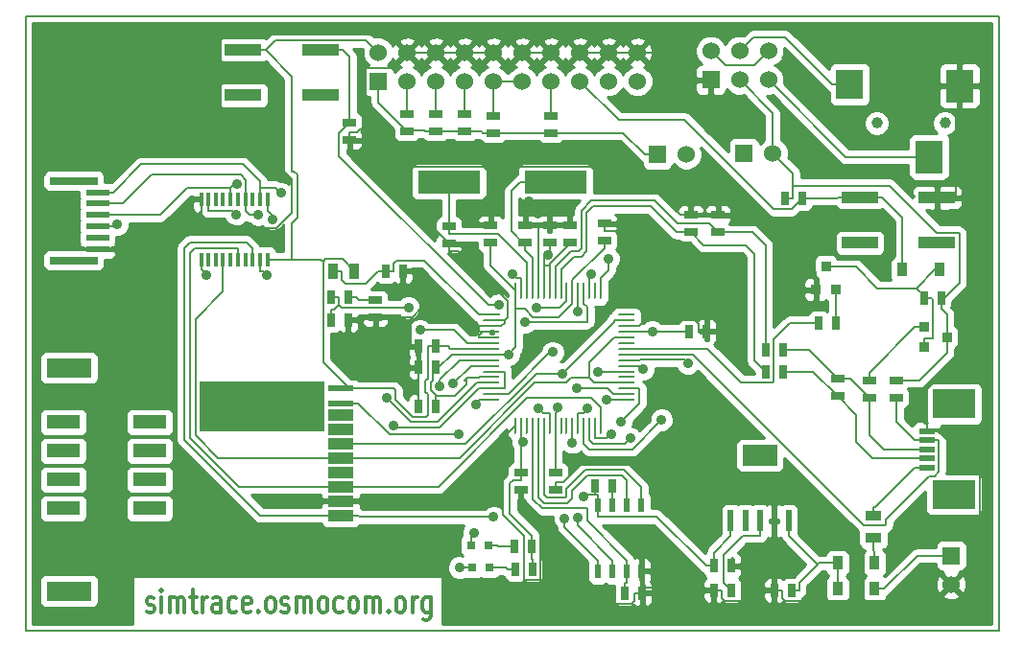
<source format=gtl>
G04 (created by PCBNEW-RS274X (2010-00-09 BZR 23xx)-stable) date Di 17 Mai 2011 13:18:14 CEST*
G01*
G70*
G90*
%MOIN*%
G04 Gerber Fmt 3.4, Leading zero omitted, Abs format*
%FSLAX34Y34*%
G04 APERTURE LIST*
%ADD10C,0.006000*%
%ADD11C,0.008000*%
%ADD12C,0.012000*%
%ADD13R,0.078700X0.023600*%
%ADD14R,0.165400X0.027600*%
%ADD15R,0.094500X0.116100*%
%ADD16R,0.094500X0.104300*%
%ADD17C,0.039400*%
%ADD18R,0.031400X0.031400*%
%ADD19R,0.060000X0.060000*%
%ADD20C,0.060000*%
%ADD21R,0.126000X0.039400*%
%ADD22R,0.216500X0.078700*%
%ADD23R,0.090600X0.039400*%
%ADD24R,0.090600X0.019700*%
%ADD25R,0.118100X0.047200*%
%ADD26R,0.433100X0.173200*%
%ADD27R,0.157500X0.066900*%
%ADD28R,0.025000X0.045000*%
%ADD29R,0.045000X0.025000*%
%ADD30R,0.035000X0.055000*%
%ADD31R,0.055000X0.035000*%
%ADD32R,0.035800X0.048000*%
%ADD33R,0.023600X0.047200*%
%ADD34R,0.120000X0.073000*%
%ADD35R,0.020000X0.073000*%
%ADD36R,0.036000X0.036000*%
%ADD37R,0.016000X0.050000*%
%ADD38R,0.060000X0.009800*%
%ADD39O,0.060000X0.009800*%
%ADD40O,0.009800X0.060000*%
%ADD41R,0.149600X0.098400*%
%ADD42R,0.055100X0.019700*%
%ADD43C,0.035000*%
%ADD44C,0.010000*%
G04 APERTURE END LIST*
G54D10*
G54D11*
X14450Y-56300D02*
X14450Y-34950D01*
X48250Y-56300D02*
X14450Y-56300D01*
X48250Y-34950D02*
X48250Y-56300D01*
X15250Y-34950D02*
X48250Y-34950D01*
X14450Y-34950D02*
X15250Y-34950D01*
G54D12*
X18657Y-55636D02*
X18714Y-55674D01*
X18829Y-55674D01*
X18886Y-55636D01*
X18914Y-55560D01*
X18914Y-55521D01*
X18886Y-55445D01*
X18829Y-55407D01*
X18743Y-55407D01*
X18686Y-55369D01*
X18657Y-55293D01*
X18657Y-55255D01*
X18686Y-55179D01*
X18743Y-55140D01*
X18829Y-55140D01*
X18886Y-55179D01*
X19172Y-55674D02*
X19172Y-55140D01*
X19172Y-54874D02*
X19143Y-54912D01*
X19172Y-54950D01*
X19200Y-54912D01*
X19172Y-54874D01*
X19172Y-54950D01*
X19458Y-55674D02*
X19458Y-55140D01*
X19458Y-55217D02*
X19486Y-55179D01*
X19544Y-55140D01*
X19629Y-55140D01*
X19686Y-55179D01*
X19715Y-55255D01*
X19715Y-55674D01*
X19715Y-55255D02*
X19744Y-55179D01*
X19801Y-55140D01*
X19886Y-55140D01*
X19944Y-55179D01*
X19972Y-55255D01*
X19972Y-55674D01*
X20172Y-55140D02*
X20401Y-55140D01*
X20258Y-54874D02*
X20258Y-55560D01*
X20286Y-55636D01*
X20344Y-55674D01*
X20401Y-55674D01*
X20601Y-55674D02*
X20601Y-55140D01*
X20601Y-55293D02*
X20629Y-55217D01*
X20658Y-55179D01*
X20715Y-55140D01*
X20772Y-55140D01*
X21229Y-55674D02*
X21229Y-55255D01*
X21200Y-55179D01*
X21143Y-55140D01*
X21029Y-55140D01*
X20972Y-55179D01*
X21229Y-55636D02*
X21172Y-55674D01*
X21029Y-55674D01*
X20972Y-55636D01*
X20943Y-55560D01*
X20943Y-55483D01*
X20972Y-55407D01*
X21029Y-55369D01*
X21172Y-55369D01*
X21229Y-55331D01*
X21772Y-55636D02*
X21715Y-55674D01*
X21601Y-55674D01*
X21543Y-55636D01*
X21515Y-55598D01*
X21486Y-55521D01*
X21486Y-55293D01*
X21515Y-55217D01*
X21543Y-55179D01*
X21601Y-55140D01*
X21715Y-55140D01*
X21772Y-55179D01*
X22257Y-55636D02*
X22200Y-55674D01*
X22086Y-55674D01*
X22029Y-55636D01*
X22000Y-55560D01*
X22000Y-55255D01*
X22029Y-55179D01*
X22086Y-55140D01*
X22200Y-55140D01*
X22257Y-55179D01*
X22286Y-55255D01*
X22286Y-55331D01*
X22000Y-55407D01*
X22543Y-55598D02*
X22571Y-55636D01*
X22543Y-55674D01*
X22514Y-55636D01*
X22543Y-55598D01*
X22543Y-55674D01*
X22915Y-55674D02*
X22857Y-55636D01*
X22829Y-55598D01*
X22800Y-55521D01*
X22800Y-55293D01*
X22829Y-55217D01*
X22857Y-55179D01*
X22915Y-55140D01*
X23000Y-55140D01*
X23057Y-55179D01*
X23086Y-55217D01*
X23115Y-55293D01*
X23115Y-55521D01*
X23086Y-55598D01*
X23057Y-55636D01*
X23000Y-55674D01*
X22915Y-55674D01*
X23343Y-55636D02*
X23400Y-55674D01*
X23515Y-55674D01*
X23572Y-55636D01*
X23600Y-55560D01*
X23600Y-55521D01*
X23572Y-55445D01*
X23515Y-55407D01*
X23429Y-55407D01*
X23372Y-55369D01*
X23343Y-55293D01*
X23343Y-55255D01*
X23372Y-55179D01*
X23429Y-55140D01*
X23515Y-55140D01*
X23572Y-55179D01*
X23858Y-55674D02*
X23858Y-55140D01*
X23858Y-55217D02*
X23886Y-55179D01*
X23944Y-55140D01*
X24029Y-55140D01*
X24086Y-55179D01*
X24115Y-55255D01*
X24115Y-55674D01*
X24115Y-55255D02*
X24144Y-55179D01*
X24201Y-55140D01*
X24286Y-55140D01*
X24344Y-55179D01*
X24372Y-55255D01*
X24372Y-55674D01*
X24744Y-55674D02*
X24686Y-55636D01*
X24658Y-55598D01*
X24629Y-55521D01*
X24629Y-55293D01*
X24658Y-55217D01*
X24686Y-55179D01*
X24744Y-55140D01*
X24829Y-55140D01*
X24886Y-55179D01*
X24915Y-55217D01*
X24944Y-55293D01*
X24944Y-55521D01*
X24915Y-55598D01*
X24886Y-55636D01*
X24829Y-55674D01*
X24744Y-55674D01*
X25458Y-55636D02*
X25401Y-55674D01*
X25287Y-55674D01*
X25229Y-55636D01*
X25201Y-55598D01*
X25172Y-55521D01*
X25172Y-55293D01*
X25201Y-55217D01*
X25229Y-55179D01*
X25287Y-55140D01*
X25401Y-55140D01*
X25458Y-55179D01*
X25801Y-55674D02*
X25743Y-55636D01*
X25715Y-55598D01*
X25686Y-55521D01*
X25686Y-55293D01*
X25715Y-55217D01*
X25743Y-55179D01*
X25801Y-55140D01*
X25886Y-55140D01*
X25943Y-55179D01*
X25972Y-55217D01*
X26001Y-55293D01*
X26001Y-55521D01*
X25972Y-55598D01*
X25943Y-55636D01*
X25886Y-55674D01*
X25801Y-55674D01*
X26258Y-55674D02*
X26258Y-55140D01*
X26258Y-55217D02*
X26286Y-55179D01*
X26344Y-55140D01*
X26429Y-55140D01*
X26486Y-55179D01*
X26515Y-55255D01*
X26515Y-55674D01*
X26515Y-55255D02*
X26544Y-55179D01*
X26601Y-55140D01*
X26686Y-55140D01*
X26744Y-55179D01*
X26772Y-55255D01*
X26772Y-55674D01*
X27058Y-55598D02*
X27086Y-55636D01*
X27058Y-55674D01*
X27029Y-55636D01*
X27058Y-55598D01*
X27058Y-55674D01*
X27430Y-55674D02*
X27372Y-55636D01*
X27344Y-55598D01*
X27315Y-55521D01*
X27315Y-55293D01*
X27344Y-55217D01*
X27372Y-55179D01*
X27430Y-55140D01*
X27515Y-55140D01*
X27572Y-55179D01*
X27601Y-55217D01*
X27630Y-55293D01*
X27630Y-55521D01*
X27601Y-55598D01*
X27572Y-55636D01*
X27515Y-55674D01*
X27430Y-55674D01*
X27887Y-55674D02*
X27887Y-55140D01*
X27887Y-55293D02*
X27915Y-55217D01*
X27944Y-55179D01*
X28001Y-55140D01*
X28058Y-55140D01*
X28515Y-55140D02*
X28515Y-55788D01*
X28486Y-55864D01*
X28458Y-55902D01*
X28401Y-55940D01*
X28315Y-55940D01*
X28258Y-55902D01*
X28515Y-55636D02*
X28458Y-55674D01*
X28344Y-55674D01*
X28286Y-55636D01*
X28258Y-55598D01*
X28229Y-55521D01*
X28229Y-55293D01*
X28258Y-55217D01*
X28286Y-55179D01*
X28344Y-55140D01*
X28458Y-55140D01*
X28515Y-55179D01*
G54D13*
X16947Y-41066D03*
X16947Y-41459D03*
X16947Y-41853D03*
X16947Y-42247D03*
X16947Y-42641D03*
X16947Y-43034D03*
G54D14*
X16120Y-40672D03*
X16120Y-43428D03*
G54D15*
X46893Y-37361D03*
X45830Y-39831D03*
G54D16*
X43074Y-37302D03*
G54D17*
X46381Y-38650D03*
X44019Y-38650D03*
G54D18*
X30521Y-53337D03*
X29931Y-53337D03*
X30548Y-54115D03*
X29958Y-54115D03*
G54D19*
X26700Y-37200D03*
G54D20*
X26700Y-36200D03*
X27700Y-37200D03*
X27700Y-36200D03*
X28700Y-37200D03*
X28700Y-36200D03*
X29700Y-37200D03*
X29700Y-36200D03*
X30700Y-37200D03*
X30700Y-36200D03*
X31700Y-37200D03*
X31700Y-36200D03*
X32700Y-37200D03*
X32700Y-36200D03*
X33700Y-37200D03*
X33700Y-36200D03*
X34700Y-37200D03*
X34700Y-36200D03*
X35700Y-37200D03*
X35700Y-36200D03*
G54D19*
X36400Y-39750D03*
G54D20*
X37400Y-39750D03*
G54D19*
X39400Y-39700D03*
G54D20*
X40400Y-39700D03*
G54D19*
X46600Y-53700D03*
G54D20*
X46600Y-54700D03*
G54D19*
X38250Y-37150D03*
G54D20*
X38250Y-36150D03*
X39250Y-37150D03*
X39250Y-36150D03*
X40250Y-37150D03*
X40250Y-36150D03*
G54D21*
X22011Y-37687D03*
X22011Y-36113D03*
X24689Y-36113D03*
X24689Y-37687D03*
X43431Y-42820D03*
X43431Y-41246D03*
X46109Y-41246D03*
X46109Y-42820D03*
G54D22*
X32850Y-40700D03*
X29150Y-40700D03*
G54D23*
X25403Y-52294D03*
X25403Y-51794D03*
X25403Y-50794D03*
X25403Y-51294D03*
X25403Y-50294D03*
X25403Y-49794D03*
X25403Y-49294D03*
X25403Y-48794D03*
G54D24*
X25403Y-48400D03*
X25403Y-47889D03*
G54D25*
X15757Y-51050D03*
X15757Y-49050D03*
X15757Y-50050D03*
X15757Y-52050D03*
X18757Y-52050D03*
X18757Y-51050D03*
X18757Y-50050D03*
X18757Y-49050D03*
G54D26*
X22659Y-48503D03*
G54D27*
X15954Y-47172D03*
X15954Y-54928D03*
G54D28*
X34832Y-51285D03*
X34232Y-51285D03*
X35271Y-54994D03*
X35871Y-54994D03*
X42000Y-45600D03*
X42600Y-45600D03*
G54D29*
X25700Y-39250D03*
X25700Y-38650D03*
G54D28*
X32036Y-53363D03*
X31436Y-53363D03*
X32050Y-54181D03*
X31450Y-54181D03*
X40842Y-41267D03*
X41442Y-41267D03*
X25050Y-44700D03*
X25650Y-44700D03*
X40150Y-46550D03*
X40750Y-46550D03*
X40150Y-47300D03*
X40750Y-47300D03*
G54D29*
X32700Y-38400D03*
X32700Y-39000D03*
X30700Y-38400D03*
X30700Y-39000D03*
X29700Y-38350D03*
X29700Y-38950D03*
X28700Y-38350D03*
X28700Y-38950D03*
X27700Y-38350D03*
X27700Y-38950D03*
X43750Y-48200D03*
X43750Y-47600D03*
X44700Y-48200D03*
X44700Y-47600D03*
G54D28*
X46250Y-44750D03*
X45650Y-44750D03*
X26950Y-43800D03*
X27550Y-43800D03*
X38350Y-54050D03*
X38950Y-54050D03*
X38950Y-54900D03*
X38350Y-54900D03*
G54D29*
X34550Y-42750D03*
X34550Y-42150D03*
X32850Y-50800D03*
X32850Y-51400D03*
X29150Y-42250D03*
X29150Y-42850D03*
X31800Y-42800D03*
X31800Y-42200D03*
G54D28*
X28700Y-48500D03*
X28100Y-48500D03*
G54D29*
X30600Y-42800D03*
X30600Y-42200D03*
G54D28*
X41050Y-54900D03*
X40450Y-54900D03*
G54D29*
X38500Y-42450D03*
X38500Y-41850D03*
G54D28*
X28700Y-47150D03*
X28100Y-47150D03*
G54D29*
X37550Y-42450D03*
X37550Y-41850D03*
G54D28*
X25650Y-45500D03*
X25050Y-45500D03*
G54D29*
X33350Y-42800D03*
X33350Y-42200D03*
G54D28*
X37500Y-45900D03*
X38100Y-45900D03*
G54D29*
X26600Y-45400D03*
X26600Y-44800D03*
X42650Y-48150D03*
X42650Y-47550D03*
X31650Y-50800D03*
X31650Y-51400D03*
X32647Y-42804D03*
X32647Y-42204D03*
G54D28*
X28690Y-46423D03*
X28090Y-46423D03*
G54D30*
X25125Y-43800D03*
X25875Y-43800D03*
G54D31*
X43900Y-52325D03*
X43900Y-53075D03*
G54D32*
X42655Y-54850D03*
X43945Y-54850D03*
X42655Y-53950D03*
X43945Y-53950D03*
X44905Y-43750D03*
X46195Y-43750D03*
G54D33*
X34332Y-54242D03*
X34832Y-54242D03*
X35332Y-54242D03*
X35832Y-54242D03*
X35832Y-51958D03*
X35332Y-51958D03*
X34832Y-51958D03*
X34332Y-51958D03*
G54D34*
X39960Y-50208D03*
G54D35*
X39950Y-52492D03*
X39448Y-52492D03*
X38946Y-52492D03*
X40452Y-52492D03*
X40954Y-52492D03*
G54D36*
X42600Y-44450D03*
X41900Y-44450D03*
X42250Y-43650D03*
G54D37*
X22850Y-41300D03*
X22600Y-41300D03*
X22340Y-41300D03*
X22080Y-41300D03*
X21830Y-41300D03*
X21570Y-41300D03*
X21310Y-41300D03*
X21060Y-41300D03*
X20800Y-41300D03*
X20550Y-41300D03*
X20550Y-43400D03*
X20800Y-43400D03*
X21060Y-43400D03*
X21310Y-43400D03*
X21570Y-43400D03*
X21830Y-43400D03*
X22080Y-43400D03*
X22340Y-43400D03*
X22600Y-43400D03*
X22850Y-43400D03*
G54D38*
X30639Y-45324D03*
G54D39*
X30639Y-45521D03*
X30639Y-45718D03*
X30639Y-45915D03*
X30639Y-46112D03*
X30639Y-46308D03*
X30639Y-46505D03*
X30639Y-46702D03*
X30639Y-46899D03*
X30639Y-47096D03*
X30639Y-47293D03*
X30639Y-47489D03*
X30639Y-47686D03*
X30639Y-47883D03*
X30639Y-48080D03*
X30639Y-48277D03*
G54D40*
X31474Y-49175D03*
X31671Y-49175D03*
X31868Y-49175D03*
X32065Y-49175D03*
X32262Y-49175D03*
X32458Y-49175D03*
X32655Y-49175D03*
X32852Y-49175D03*
X33049Y-49175D03*
X33246Y-49175D03*
X33443Y-49175D03*
X33639Y-49175D03*
X33836Y-49175D03*
X34033Y-49175D03*
X34230Y-49175D03*
X34427Y-49175D03*
G54D39*
X35325Y-48277D03*
X35325Y-48080D03*
X35325Y-47883D03*
X35325Y-47686D03*
X35325Y-47489D03*
X35325Y-47293D03*
X35325Y-47096D03*
X35325Y-46899D03*
X35325Y-46702D03*
X35325Y-46505D03*
X35325Y-46308D03*
X35325Y-46112D03*
X35325Y-45915D03*
X35325Y-45718D03*
X35325Y-45521D03*
X35325Y-45324D03*
G54D40*
X34427Y-44489D03*
X34230Y-44489D03*
X33836Y-44489D03*
X34033Y-44482D03*
X33639Y-44489D03*
X33443Y-44489D03*
X33246Y-44489D03*
X33049Y-44489D03*
X32852Y-44489D03*
X32655Y-44489D03*
X32461Y-44489D03*
X32264Y-44489D03*
X32067Y-44489D03*
X31870Y-44489D03*
X31674Y-44489D03*
X31477Y-44489D03*
G54D41*
X46693Y-51575D03*
X46693Y-48425D03*
G54D42*
X45748Y-50630D03*
X45748Y-50315D03*
X45748Y-50000D03*
X45748Y-49685D03*
X45748Y-49370D03*
G54D36*
X45650Y-46450D03*
X45650Y-45750D03*
X46450Y-46100D03*
G54D43*
X31231Y-46702D03*
X32935Y-48528D03*
X35908Y-47209D03*
X31803Y-45583D03*
X30885Y-44984D03*
X32760Y-46623D03*
X21785Y-40770D03*
X34344Y-47293D03*
X33174Y-52409D03*
X33972Y-48587D03*
X35450Y-49618D03*
X36539Y-48982D03*
X20733Y-43930D03*
X27217Y-49168D03*
X17632Y-42186D03*
X33597Y-47881D03*
X33086Y-47370D03*
X21766Y-41832D03*
X26986Y-48216D03*
X22829Y-43929D03*
X30016Y-52898D03*
X29300Y-47712D03*
X29516Y-54115D03*
X28845Y-47808D03*
X33628Y-52363D03*
X33443Y-49767D03*
X32261Y-48563D03*
X22544Y-41844D03*
X30086Y-48456D03*
X23025Y-41993D03*
X34784Y-49479D03*
X29484Y-49487D03*
X33639Y-45194D03*
X34614Y-48277D03*
X34698Y-43367D03*
X37463Y-47025D03*
X34103Y-43902D03*
X28150Y-45859D03*
X23323Y-41090D03*
X35131Y-49051D03*
X30709Y-52356D03*
X33832Y-51634D03*
X36219Y-45915D03*
X32598Y-43246D03*
X31733Y-49757D03*
X35129Y-42418D03*
X31928Y-41381D03*
X31356Y-43907D03*
X27752Y-45069D03*
X32209Y-45081D03*
G54D11*
X30600Y-43612D02*
X31477Y-44489D01*
X30600Y-42800D02*
X30600Y-43612D01*
X32850Y-49177D02*
X32852Y-49175D01*
X32850Y-50800D02*
X32850Y-49177D01*
X32852Y-49175D02*
X32852Y-48732D01*
X32935Y-48649D02*
X32935Y-48528D01*
X32852Y-48732D02*
X32935Y-48649D01*
X28800Y-47150D02*
X28750Y-47150D01*
X29248Y-46702D02*
X28800Y-47150D01*
X30639Y-46702D02*
X29248Y-46702D01*
X28750Y-47150D02*
X28700Y-47150D01*
X28700Y-48500D02*
X28700Y-48132D01*
X29697Y-47603D02*
X29754Y-47546D01*
X28710Y-48122D02*
X28700Y-48132D01*
X28527Y-47940D02*
X28710Y-48122D01*
X28527Y-47676D02*
X28527Y-47940D01*
X28598Y-47605D02*
X28527Y-47676D01*
X28598Y-47302D02*
X28598Y-47605D01*
X28750Y-47150D02*
X28598Y-47302D01*
X29754Y-47737D02*
X29754Y-47546D01*
X29365Y-48126D02*
X29754Y-47737D01*
X28713Y-48126D02*
X29365Y-48126D01*
X28710Y-48122D02*
X28713Y-48126D01*
X30639Y-46702D02*
X31231Y-46702D01*
X33443Y-44107D02*
X33443Y-44489D01*
X34550Y-43000D02*
X33443Y-44107D01*
X34550Y-42750D02*
X34550Y-43000D01*
X31477Y-46456D02*
X31477Y-45123D01*
X31231Y-46702D02*
X31477Y-46456D01*
X31477Y-45123D02*
X31477Y-44489D01*
X33443Y-44489D02*
X33443Y-44932D01*
X29754Y-47546D02*
X29807Y-47493D01*
X29807Y-47493D02*
X29811Y-47489D01*
X30192Y-47493D02*
X30196Y-47489D01*
X29807Y-47493D02*
X30192Y-47493D01*
X30639Y-47489D02*
X30196Y-47489D01*
X32976Y-45399D02*
X33443Y-44932D01*
X32077Y-45399D02*
X32976Y-45399D01*
X31801Y-45123D02*
X32077Y-45399D01*
X31477Y-45123D02*
X31801Y-45123D01*
X44905Y-41947D02*
X44204Y-41246D01*
X44905Y-43750D02*
X44905Y-41947D01*
X43431Y-41246D02*
X44204Y-41246D01*
X35325Y-47096D02*
X35768Y-47096D01*
X35881Y-47209D02*
X35908Y-47209D01*
X35768Y-47096D02*
X35881Y-47209D01*
X43431Y-41246D02*
X42658Y-41246D01*
X41073Y-41636D02*
X41442Y-41267D01*
X40435Y-41636D02*
X41073Y-41636D01*
X37346Y-38547D02*
X40435Y-41636D01*
X35047Y-38547D02*
X37346Y-38547D01*
X33700Y-37200D02*
X35047Y-38547D01*
X42637Y-41267D02*
X42658Y-41246D01*
X41442Y-41267D02*
X42637Y-41267D01*
X45328Y-49685D02*
X45748Y-49685D01*
X44700Y-49057D02*
X45328Y-49685D01*
X44700Y-48200D02*
X44700Y-49057D01*
X45748Y-49685D02*
X46166Y-49685D01*
X46166Y-50787D02*
X46166Y-49685D01*
X46015Y-50938D02*
X46166Y-50787D01*
X45829Y-50938D02*
X46015Y-50938D01*
X44334Y-52433D02*
X45829Y-50938D01*
X44334Y-52622D02*
X44334Y-52433D01*
X44312Y-52644D02*
X44334Y-52622D01*
X43565Y-52644D02*
X44312Y-52644D01*
X37623Y-46702D02*
X43565Y-52644D01*
X35325Y-46702D02*
X37623Y-46702D01*
X24689Y-36113D02*
X25462Y-36113D01*
X25700Y-36351D02*
X25700Y-38650D01*
X25462Y-36113D02*
X25700Y-36351D01*
X25331Y-39019D02*
X25700Y-38650D01*
X25331Y-39797D02*
X25331Y-39019D01*
X30518Y-44984D02*
X25331Y-39797D01*
X30885Y-44984D02*
X30518Y-44984D01*
X33836Y-44489D02*
X33836Y-44932D01*
X33935Y-45583D02*
X31803Y-45583D01*
X33957Y-45561D02*
X33935Y-45583D01*
X33957Y-45053D02*
X33957Y-45561D01*
X33836Y-44932D02*
X33957Y-45053D01*
X21570Y-41300D02*
X21570Y-40907D01*
X19119Y-41853D02*
X16947Y-41853D01*
X20065Y-40907D02*
X19119Y-41853D01*
X21570Y-40907D02*
X20065Y-40907D01*
X31222Y-48080D02*
X30639Y-48080D01*
X32679Y-46623D02*
X31222Y-48080D01*
X32760Y-46623D02*
X32679Y-46623D01*
X21707Y-40770D02*
X21785Y-40770D01*
X21570Y-40907D02*
X21707Y-40770D01*
X35325Y-47293D02*
X34344Y-47293D01*
X35325Y-47686D02*
X34882Y-47686D01*
X21121Y-50294D02*
X24807Y-50294D01*
X20349Y-49522D02*
X21121Y-50294D01*
X20349Y-45469D02*
X20349Y-49522D01*
X21310Y-44508D02*
X20349Y-45469D01*
X21310Y-43400D02*
X21310Y-44508D01*
X25403Y-50294D02*
X24807Y-50294D01*
X35325Y-46112D02*
X34882Y-46112D01*
X34026Y-46968D02*
X34026Y-47521D01*
X34882Y-46112D02*
X34026Y-46968D01*
X33386Y-47521D02*
X34026Y-47521D01*
X33219Y-47688D02*
X33386Y-47521D01*
X32140Y-47688D02*
X33219Y-47688D01*
X29534Y-50294D02*
X32140Y-47688D01*
X25403Y-50294D02*
X29534Y-50294D01*
X34191Y-47686D02*
X34882Y-47686D01*
X34026Y-47521D02*
X34191Y-47686D01*
X33639Y-49175D02*
X33639Y-48732D01*
X34332Y-54242D02*
X34332Y-53863D01*
X33827Y-48732D02*
X33972Y-48587D01*
X33639Y-48732D02*
X33827Y-48732D01*
X33174Y-52705D02*
X33174Y-52409D01*
X34332Y-53863D02*
X33174Y-52705D01*
X39750Y-46900D02*
X40150Y-47300D01*
X39750Y-43200D02*
X39750Y-46900D01*
X39450Y-42900D02*
X39750Y-43200D01*
X38000Y-42900D02*
X39450Y-42900D01*
X37550Y-42450D02*
X38000Y-42900D01*
X37050Y-42450D02*
X37550Y-42450D01*
X36150Y-41550D02*
X37050Y-42450D01*
X34162Y-41550D02*
X36150Y-41550D01*
X33932Y-41780D02*
X34162Y-41550D01*
X33932Y-43118D02*
X33932Y-41780D01*
X33750Y-43300D02*
X33932Y-43118D01*
X33500Y-43300D02*
X33750Y-43300D01*
X33049Y-43751D02*
X33500Y-43300D01*
X33049Y-44489D02*
X33049Y-43751D01*
X40150Y-42900D02*
X40150Y-46550D01*
X39700Y-42450D02*
X40150Y-42900D01*
X38500Y-42450D02*
X39700Y-42450D01*
X38200Y-42150D02*
X38500Y-42450D01*
X37100Y-42150D02*
X38200Y-42150D01*
X36300Y-41350D02*
X37100Y-42150D01*
X34100Y-41350D02*
X36300Y-41350D01*
X33750Y-41700D02*
X34100Y-41350D01*
X33750Y-43000D02*
X33750Y-41700D01*
X33650Y-43100D02*
X33750Y-43000D01*
X33400Y-43100D02*
X33650Y-43100D01*
X32852Y-43648D02*
X33400Y-43100D01*
X32852Y-44489D02*
X32852Y-43648D01*
X43074Y-37302D02*
X42458Y-37302D01*
X40823Y-35667D02*
X42458Y-37302D01*
X39733Y-35667D02*
X40823Y-35667D01*
X39250Y-36150D02*
X39733Y-35667D01*
X34033Y-49175D02*
X34033Y-49618D01*
X35267Y-49801D02*
X35450Y-49618D01*
X34153Y-49801D02*
X35267Y-49801D01*
X34033Y-49681D02*
X34153Y-49801D01*
X34033Y-49618D02*
X34033Y-49681D01*
X42931Y-39831D02*
X45830Y-39831D01*
X40250Y-37150D02*
X42931Y-39831D01*
X35519Y-50002D02*
X36539Y-48982D01*
X34043Y-50002D02*
X35519Y-50002D01*
X33836Y-49795D02*
X34043Y-50002D01*
X33836Y-49175D02*
X33836Y-49795D01*
X20550Y-43400D02*
X20550Y-43747D01*
X20733Y-43930D02*
X20550Y-43747D01*
X31082Y-47883D02*
X31082Y-47293D01*
X30639Y-47293D02*
X31082Y-47293D01*
X30815Y-47883D02*
X31082Y-47883D01*
X30815Y-47883D02*
X30639Y-47883D01*
X30639Y-47883D02*
X30196Y-47883D01*
X16947Y-42247D02*
X17484Y-42247D01*
X17545Y-42186D02*
X17484Y-42247D01*
X17632Y-42186D02*
X17545Y-42186D01*
X27297Y-49248D02*
X27217Y-49168D01*
X28831Y-49248D02*
X27297Y-49248D01*
X30196Y-47883D02*
X28831Y-49248D01*
X25403Y-49794D02*
X25999Y-49794D01*
X34882Y-45574D02*
X33086Y-47370D01*
X34882Y-45521D02*
X34882Y-45574D01*
X26026Y-49821D02*
X25999Y-49794D01*
X29746Y-49821D02*
X26026Y-49821D01*
X32197Y-47370D02*
X29746Y-49821D01*
X33086Y-47370D02*
X32197Y-47370D01*
X35325Y-45521D02*
X34882Y-45521D01*
X20800Y-41300D02*
X20800Y-41693D01*
X21627Y-41693D02*
X21766Y-41832D01*
X20800Y-41693D02*
X21627Y-41693D01*
X34669Y-47881D02*
X33597Y-47881D01*
X34868Y-48080D02*
X34669Y-47881D01*
X35325Y-48080D02*
X34868Y-48080D01*
X22693Y-43793D02*
X22829Y-43929D01*
X22600Y-43793D02*
X22693Y-43793D01*
X22600Y-43400D02*
X22600Y-43793D01*
X27823Y-49053D02*
X26986Y-48216D01*
X28765Y-49053D02*
X27823Y-49053D01*
X30132Y-47686D02*
X28765Y-49053D01*
X30639Y-47686D02*
X30132Y-47686D01*
X29931Y-53337D02*
X29931Y-53037D01*
X30016Y-52952D02*
X30016Y-52898D01*
X29931Y-53037D02*
X30016Y-52952D01*
X29916Y-47096D02*
X29300Y-47712D01*
X30639Y-47096D02*
X29916Y-47096D01*
X29958Y-54115D02*
X29658Y-54115D01*
X29658Y-54115D02*
X29516Y-54115D01*
X28845Y-47588D02*
X28845Y-47808D01*
X29534Y-46899D02*
X28845Y-47588D01*
X30639Y-46899D02*
X29534Y-46899D01*
X34832Y-54242D02*
X34832Y-53863D01*
X33443Y-49767D02*
X33443Y-49175D01*
X33628Y-52659D02*
X33628Y-52363D01*
X34832Y-53863D02*
X33628Y-52659D01*
X35832Y-51958D02*
X35832Y-51579D01*
X32458Y-51569D02*
X32458Y-49175D01*
X32567Y-51678D02*
X32458Y-51569D01*
X33187Y-51678D02*
X32567Y-51678D01*
X33221Y-51644D02*
X33187Y-51678D01*
X33221Y-51388D02*
X33221Y-51644D01*
X33885Y-50724D02*
X33221Y-51388D01*
X35238Y-50724D02*
X33885Y-50724D01*
X35832Y-51318D02*
X35238Y-50724D01*
X35832Y-51579D02*
X35832Y-51318D01*
X32430Y-48732D02*
X32261Y-48563D01*
X32655Y-48732D02*
X32430Y-48732D01*
X32655Y-49175D02*
X32655Y-48732D01*
X17814Y-41459D02*
X16947Y-41459D01*
X18822Y-40451D02*
X17814Y-41459D01*
X21928Y-40451D02*
X18822Y-40451D01*
X22104Y-40627D02*
X21928Y-40451D01*
X22104Y-41276D02*
X22104Y-40627D01*
X22080Y-41300D02*
X22104Y-41276D01*
X22230Y-41844D02*
X22544Y-41844D01*
X22080Y-41694D02*
X22230Y-41844D01*
X22080Y-41300D02*
X22080Y-41694D01*
X21830Y-43400D02*
X21830Y-43007D01*
X20342Y-43007D02*
X21830Y-43007D01*
X20162Y-43187D02*
X20342Y-43007D01*
X20162Y-49596D02*
X20162Y-43187D01*
X21860Y-51294D02*
X20162Y-49596D01*
X25403Y-51294D02*
X21860Y-51294D01*
X34427Y-48540D02*
X34427Y-49175D01*
X34097Y-48210D02*
X34427Y-48540D01*
X31878Y-48210D02*
X34097Y-48210D01*
X28794Y-51294D02*
X31878Y-48210D01*
X25403Y-51294D02*
X28794Y-51294D01*
X32262Y-51662D02*
X32262Y-49175D01*
X32461Y-51861D02*
X32262Y-51662D01*
X33264Y-51861D02*
X32461Y-51861D01*
X33422Y-51703D02*
X33264Y-51861D01*
X33422Y-51447D02*
X33422Y-51703D01*
X33962Y-50907D02*
X33422Y-51447D01*
X35160Y-50907D02*
X33962Y-50907D01*
X35332Y-51079D02*
X35160Y-50907D01*
X35332Y-51958D02*
X35332Y-51079D01*
X23025Y-41868D02*
X22850Y-41693D01*
X23025Y-41993D02*
X23025Y-41868D01*
X22850Y-41300D02*
X22850Y-41693D01*
X30639Y-48277D02*
X30196Y-48277D01*
X30196Y-48346D02*
X30086Y-48456D01*
X30196Y-48277D02*
X30196Y-48346D01*
X34645Y-49618D02*
X34784Y-49479D01*
X34230Y-49618D02*
X34645Y-49618D01*
X34230Y-49175D02*
X34230Y-49618D01*
X25403Y-48400D02*
X25999Y-48400D01*
X27086Y-49487D02*
X29484Y-49487D01*
X25999Y-48400D02*
X27086Y-49487D01*
X31700Y-37200D02*
X30700Y-37200D01*
X30700Y-38400D02*
X30700Y-38132D01*
X30700Y-37200D02*
X30700Y-38132D01*
X33639Y-44489D02*
X33639Y-45194D01*
X28700Y-38350D02*
X28700Y-37200D01*
X35325Y-48277D02*
X34614Y-48277D01*
X32700Y-38400D02*
X32700Y-37200D01*
X34698Y-43775D02*
X34698Y-43367D01*
X34427Y-44046D02*
X34698Y-43775D01*
X34427Y-44489D02*
X34427Y-44046D01*
X35325Y-46899D02*
X35768Y-46899D01*
X37323Y-46885D02*
X37463Y-47025D01*
X35782Y-46885D02*
X37323Y-46885D01*
X35768Y-46899D02*
X35782Y-46885D01*
X34033Y-44482D02*
X34033Y-44039D01*
X29700Y-38350D02*
X29700Y-37200D01*
X34033Y-43972D02*
X34103Y-43902D01*
X34033Y-44039D02*
X34033Y-43972D01*
X46195Y-43750D02*
X46034Y-43750D01*
X45650Y-44656D02*
X45650Y-44750D01*
X45389Y-44395D02*
X45650Y-44656D01*
X46034Y-43750D02*
X45389Y-44395D01*
X43300Y-43650D02*
X42250Y-43650D01*
X44045Y-44395D02*
X43300Y-43650D01*
X45389Y-44395D02*
X44045Y-44395D01*
X45973Y-44805D02*
X45918Y-44750D01*
X45973Y-46105D02*
X45973Y-44805D01*
X45951Y-46127D02*
X45973Y-46105D01*
X45650Y-46127D02*
X45951Y-46127D01*
X45650Y-46450D02*
X45650Y-46127D01*
X45650Y-44750D02*
X45918Y-44750D01*
X43900Y-53522D02*
X43900Y-53075D01*
X43945Y-53567D02*
X43900Y-53522D01*
X43945Y-53950D02*
X43945Y-53567D01*
X22600Y-41300D02*
X22600Y-40907D01*
X16947Y-41066D02*
X17484Y-41066D01*
X23140Y-40907D02*
X22600Y-40907D01*
X23323Y-41090D02*
X23140Y-40907D01*
X29338Y-45859D02*
X28150Y-45859D01*
X29787Y-46308D02*
X29338Y-45859D01*
X30639Y-46308D02*
X29787Y-46308D01*
X18466Y-40084D02*
X17484Y-41066D01*
X22000Y-40084D02*
X18466Y-40084D01*
X22600Y-40684D02*
X22000Y-40084D01*
X22600Y-40907D02*
X22600Y-40684D01*
X22340Y-43400D02*
X22340Y-43007D01*
X26061Y-52356D02*
X25999Y-52294D01*
X30709Y-52356D02*
X26061Y-52356D01*
X25403Y-52294D02*
X25999Y-52294D01*
X35325Y-47883D02*
X35768Y-47883D01*
X35768Y-48414D02*
X35131Y-49051D01*
X35768Y-47883D02*
X35768Y-48414D01*
X22306Y-42973D02*
X22340Y-43007D01*
X22290Y-42973D02*
X22306Y-42973D01*
X22127Y-42810D02*
X22290Y-42973D01*
X20152Y-42810D02*
X22127Y-42810D01*
X19967Y-42995D02*
X20152Y-42810D01*
X19967Y-49662D02*
X19967Y-42995D01*
X22599Y-52294D02*
X19967Y-49662D01*
X25403Y-52294D02*
X22599Y-52294D01*
X35332Y-54242D02*
X35332Y-53863D01*
X32065Y-49175D02*
X32065Y-49618D01*
X35327Y-54626D02*
X35332Y-54621D01*
X35271Y-54626D02*
X35327Y-54626D01*
X35332Y-54242D02*
X35332Y-54621D01*
X35271Y-54994D02*
X35271Y-54626D01*
X32065Y-51726D02*
X32065Y-49618D01*
X32383Y-52044D02*
X32065Y-51726D01*
X33922Y-52044D02*
X32383Y-52044D01*
X33952Y-52074D02*
X33922Y-52044D01*
X33952Y-52483D02*
X33952Y-52074D01*
X35332Y-53863D02*
X33952Y-52483D01*
X32461Y-43624D02*
X32655Y-43624D01*
X32461Y-43624D02*
X32461Y-44489D01*
X32655Y-43545D02*
X32655Y-43624D01*
X33350Y-42850D02*
X32655Y-43545D01*
X33350Y-42800D02*
X33350Y-42850D01*
X46450Y-45318D02*
X46450Y-46100D01*
X46250Y-45118D02*
X46450Y-45318D01*
X45480Y-47600D02*
X44700Y-47600D01*
X46450Y-46630D02*
X45480Y-47600D01*
X46450Y-46100D02*
X46450Y-46630D01*
X40842Y-41267D02*
X41110Y-41267D01*
X36400Y-39750D02*
X35957Y-39750D01*
X30700Y-39000D02*
X30332Y-39000D01*
X46250Y-44750D02*
X46250Y-44851D01*
X46250Y-44851D02*
X46250Y-45118D01*
X44467Y-40835D02*
X41110Y-40835D01*
X46111Y-42479D02*
X44467Y-40835D01*
X46861Y-42479D02*
X46111Y-42479D01*
X46883Y-42501D02*
X46861Y-42479D01*
X46883Y-44218D02*
X46883Y-42501D01*
X46250Y-44851D02*
X46883Y-44218D01*
X41110Y-41267D02*
X41110Y-40835D01*
X41110Y-40410D02*
X40400Y-39700D01*
X41110Y-40835D02*
X41110Y-40410D01*
X40400Y-38300D02*
X40400Y-39700D01*
X39250Y-37150D02*
X40400Y-38300D01*
X31650Y-50800D02*
X31650Y-51068D01*
X32655Y-43624D02*
X32655Y-44489D01*
X29205Y-46505D02*
X30639Y-46505D01*
X29123Y-46423D02*
X29205Y-46505D01*
X28690Y-46423D02*
X29123Y-46423D01*
X28690Y-46423D02*
X28422Y-46423D01*
X28297Y-38915D02*
X28332Y-38950D01*
X27700Y-38915D02*
X28297Y-38915D01*
X28700Y-38950D02*
X28332Y-38950D01*
X27700Y-38950D02*
X27700Y-38932D01*
X27700Y-38932D02*
X27700Y-38915D01*
X26700Y-37932D02*
X26700Y-37200D01*
X27700Y-38932D02*
X26700Y-37932D01*
X30282Y-38950D02*
X29700Y-38950D01*
X30332Y-39000D02*
X30282Y-38950D01*
X29700Y-38950D02*
X28700Y-38950D01*
X31382Y-51068D02*
X31650Y-51068D01*
X31278Y-51172D02*
X31382Y-51068D01*
X31278Y-52237D02*
X31278Y-51172D01*
X32036Y-52995D02*
X31278Y-52237D01*
X32036Y-53363D02*
X32036Y-52995D01*
X32036Y-53799D02*
X32036Y-53363D01*
X32050Y-53813D02*
X32036Y-53799D01*
X32050Y-54181D02*
X32050Y-53813D01*
X25403Y-47889D02*
X25701Y-47889D01*
X25701Y-47889D02*
X25999Y-47889D01*
X24781Y-46969D02*
X24781Y-43474D01*
X25701Y-47889D02*
X24781Y-46969D01*
X25456Y-43381D02*
X25875Y-43800D01*
X24874Y-43381D02*
X25456Y-43381D01*
X24781Y-43474D02*
X24874Y-43381D01*
X23124Y-35773D02*
X22784Y-36113D01*
X26273Y-35773D02*
X23124Y-35773D01*
X26700Y-36200D02*
X26273Y-35773D01*
X22011Y-36113D02*
X22784Y-36113D01*
X36369Y-52337D02*
X38082Y-54050D01*
X34332Y-52337D02*
X36369Y-52337D01*
X34332Y-51958D02*
X34332Y-52337D01*
X38350Y-54050D02*
X38082Y-54050D01*
X38350Y-53596D02*
X38350Y-54050D01*
X38946Y-53000D02*
X38350Y-53596D01*
X38946Y-52492D02*
X38946Y-53000D01*
X22850Y-43400D02*
X23701Y-43400D01*
X24707Y-43400D02*
X24781Y-43474D01*
X23701Y-43400D02*
X24707Y-43400D01*
X34332Y-51958D02*
X34332Y-51579D01*
X34232Y-51285D02*
X34232Y-51568D01*
X34243Y-51579D02*
X34332Y-51579D01*
X34232Y-51568D02*
X34243Y-51579D01*
X33898Y-51568D02*
X33832Y-51634D01*
X34232Y-51568D02*
X33898Y-51568D01*
X37135Y-45915D02*
X36219Y-45915D01*
X37150Y-45900D02*
X37135Y-45915D01*
X37500Y-45900D02*
X37150Y-45900D01*
X36219Y-45915D02*
X35325Y-45915D01*
X27240Y-47889D02*
X25999Y-47889D01*
X27304Y-47953D02*
X27240Y-47889D01*
X27304Y-48273D02*
X27304Y-47953D01*
X27900Y-48869D02*
X27304Y-48273D01*
X28347Y-48869D02*
X27900Y-48869D01*
X28415Y-48801D02*
X28347Y-48869D01*
X28415Y-48088D02*
X28415Y-48801D01*
X28344Y-48017D02*
X28415Y-48088D01*
X28344Y-47599D02*
X28344Y-48017D01*
X28415Y-47528D02*
X28344Y-47599D01*
X28415Y-46430D02*
X28415Y-47528D01*
X28422Y-46423D02*
X28415Y-46430D01*
X32647Y-43153D02*
X32554Y-43246D01*
X32647Y-42804D02*
X32647Y-43153D01*
X32461Y-43339D02*
X32461Y-43624D01*
X32554Y-43246D02*
X32461Y-43339D01*
X32554Y-43246D02*
X32598Y-43246D01*
X35207Y-39000D02*
X32700Y-39000D01*
X35957Y-39750D02*
X35207Y-39000D01*
X32700Y-39000D02*
X30700Y-39000D01*
X23701Y-37030D02*
X22784Y-36113D01*
X23701Y-40340D02*
X23701Y-37030D01*
X23778Y-40340D02*
X23701Y-40340D01*
X23884Y-40446D02*
X23778Y-40340D01*
X23884Y-41959D02*
X23884Y-40446D01*
X23701Y-42142D02*
X23884Y-41959D01*
X23701Y-43400D02*
X23701Y-42142D01*
X31733Y-49757D02*
X31663Y-49687D01*
X31650Y-49700D02*
X31663Y-49687D01*
X31650Y-50800D02*
X31650Y-49700D01*
X31671Y-49679D02*
X31671Y-49175D01*
X31663Y-49687D02*
X31671Y-49679D01*
X38100Y-45900D02*
X37832Y-45900D01*
X28100Y-47150D02*
X28100Y-46782D01*
X28090Y-46772D02*
X28100Y-46782D01*
X28090Y-46423D02*
X28090Y-46772D01*
X28100Y-48500D02*
X28100Y-47150D01*
X32700Y-36200D02*
X31700Y-36200D01*
X30700Y-36200D02*
X29700Y-36200D01*
X26253Y-36781D02*
X26253Y-38697D01*
X26278Y-36756D02*
X26253Y-36781D01*
X27144Y-36756D02*
X26278Y-36756D01*
X27700Y-36200D02*
X27144Y-36756D01*
X25968Y-38982D02*
X26253Y-38697D01*
X25700Y-38982D02*
X25968Y-38982D01*
X25700Y-39250D02*
X25700Y-38982D01*
X35325Y-45718D02*
X35768Y-45718D01*
X29150Y-42850D02*
X29150Y-43118D01*
X31650Y-51400D02*
X31650Y-51668D01*
X34550Y-42150D02*
X34550Y-42418D01*
X27550Y-43800D02*
X27550Y-44168D01*
X35768Y-45718D02*
X35974Y-45512D01*
X37832Y-45632D02*
X37832Y-45900D01*
X37712Y-45512D02*
X37832Y-45632D01*
X35974Y-45512D02*
X37712Y-45512D01*
X29470Y-43118D02*
X29150Y-43118D01*
X31203Y-44851D02*
X29470Y-43118D01*
X31203Y-45400D02*
X31203Y-44851D01*
X31082Y-45521D02*
X31203Y-45400D01*
X28090Y-46423D02*
X27822Y-46423D01*
X35866Y-54621D02*
X35871Y-54626D01*
X35832Y-54621D02*
X35866Y-54621D01*
X35832Y-54242D02*
X35832Y-54621D01*
X26018Y-45400D02*
X25918Y-45500D01*
X26600Y-45400D02*
X26018Y-45400D01*
X25650Y-45500D02*
X25918Y-45500D01*
X26600Y-45400D02*
X26968Y-45400D01*
X28212Y-44830D02*
X27550Y-44168D01*
X28212Y-45081D02*
X28212Y-44830D01*
X29700Y-36200D02*
X28700Y-36200D01*
X35871Y-54994D02*
X35603Y-54994D01*
X30639Y-45718D02*
X30196Y-45718D01*
X30196Y-45915D02*
X30196Y-45718D01*
X29559Y-45081D02*
X28212Y-45081D01*
X30196Y-45718D02*
X29559Y-45081D01*
X32978Y-42204D02*
X32982Y-42200D01*
X32647Y-42204D02*
X32978Y-42204D01*
X33350Y-42200D02*
X32982Y-42200D01*
X35974Y-43263D02*
X35129Y-42418D01*
X35974Y-45512D02*
X35974Y-43263D01*
X35129Y-42418D02*
X34550Y-42418D01*
X27859Y-41559D02*
X27859Y-40165D01*
X29150Y-42850D02*
X27859Y-41559D01*
X26391Y-38697D02*
X26253Y-38697D01*
X27859Y-40165D02*
X26391Y-38697D01*
X30354Y-40161D02*
X30600Y-40407D01*
X27863Y-40161D02*
X30354Y-40161D01*
X27859Y-40165D02*
X27863Y-40161D01*
X30600Y-40407D02*
X30600Y-42200D01*
X30844Y-40163D02*
X30600Y-40407D01*
X35495Y-40163D02*
X30844Y-40163D01*
X37182Y-41850D02*
X35495Y-40163D01*
X37550Y-41850D02*
X37182Y-41850D01*
X38250Y-37150D02*
X37807Y-37150D01*
X38350Y-54900D02*
X38618Y-54900D01*
X32850Y-51400D02*
X32850Y-51132D01*
X40452Y-52492D02*
X40452Y-51984D01*
X33118Y-51132D02*
X32850Y-51132D01*
X33709Y-50541D02*
X33118Y-51132D01*
X39009Y-50541D02*
X33709Y-50541D01*
X40452Y-51984D02*
X39009Y-50541D01*
X40450Y-54900D02*
X40182Y-54900D01*
X39773Y-54900D02*
X40182Y-54900D01*
X39404Y-55269D02*
X39773Y-54900D01*
X38719Y-55269D02*
X39404Y-55269D01*
X38618Y-55168D02*
X38719Y-55269D01*
X38618Y-54900D02*
X38618Y-55168D01*
X40450Y-54900D02*
X40718Y-54900D01*
X47585Y-50789D02*
X46166Y-49370D01*
X47585Y-53715D02*
X47585Y-50789D01*
X46600Y-54700D02*
X47585Y-53715D01*
X40718Y-55168D02*
X40718Y-54900D01*
X40819Y-55269D02*
X40718Y-55168D01*
X46031Y-55269D02*
X40819Y-55269D01*
X46600Y-54700D02*
X46031Y-55269D01*
X45821Y-49370D02*
X46166Y-49370D01*
X45821Y-49370D02*
X45801Y-49370D01*
X30639Y-45915D02*
X30442Y-45915D01*
X34700Y-36200D02*
X33700Y-36200D01*
X35871Y-54994D02*
X35871Y-54810D01*
X35871Y-54810D02*
X35871Y-54626D01*
X37992Y-54810D02*
X38082Y-54900D01*
X35871Y-54810D02*
X37992Y-54810D01*
X38350Y-54900D02*
X38082Y-54900D01*
X38950Y-54050D02*
X39172Y-54050D01*
X40452Y-52492D02*
X40452Y-53000D01*
X30861Y-45718D02*
X30836Y-45718D01*
X30639Y-45718D02*
X30836Y-45718D01*
X30639Y-45521D02*
X31082Y-45521D01*
X30861Y-45718D02*
X30964Y-45718D01*
X31082Y-45600D02*
X31082Y-45521D01*
X30964Y-45718D02*
X31082Y-45600D01*
X39310Y-54142D02*
X40452Y-53000D01*
X39773Y-54605D02*
X39310Y-54142D01*
X39773Y-54900D02*
X39773Y-54605D01*
X39218Y-54050D02*
X39172Y-54050D01*
X39310Y-54142D02*
X39218Y-54050D01*
X27822Y-45400D02*
X27822Y-46423D01*
X26968Y-45400D02*
X27822Y-45400D01*
X27893Y-45400D02*
X28212Y-45081D01*
X27822Y-45400D02*
X27893Y-45400D01*
X30639Y-46112D02*
X30196Y-46112D01*
X30314Y-45915D02*
X30196Y-45915D01*
X30196Y-46033D02*
X30196Y-46112D01*
X30314Y-45915D02*
X30196Y-46033D01*
X30442Y-45915D02*
X30314Y-45915D01*
X45748Y-49370D02*
X45775Y-49370D01*
X45775Y-49370D02*
X45801Y-49370D01*
X47158Y-41522D02*
X46882Y-41246D01*
X47158Y-46512D02*
X47158Y-41522D01*
X45775Y-47895D02*
X47158Y-46512D01*
X45775Y-49370D02*
X45775Y-47895D01*
X37807Y-37150D02*
X37069Y-36412D01*
X44188Y-35272D02*
X46277Y-37361D01*
X38209Y-35272D02*
X44188Y-35272D01*
X37069Y-36412D02*
X38209Y-35272D01*
X46893Y-37361D02*
X46277Y-37361D01*
X46109Y-41246D02*
X46756Y-41246D01*
X46756Y-41246D02*
X46882Y-41246D01*
X46756Y-38222D02*
X46893Y-38085D01*
X46756Y-41246D02*
X46756Y-38222D01*
X46893Y-37361D02*
X46893Y-38085D01*
X36857Y-36200D02*
X35700Y-36200D01*
X37069Y-36412D02*
X36857Y-36200D01*
X35700Y-36200D02*
X34700Y-36200D01*
X37550Y-41850D02*
X38500Y-41850D01*
X41900Y-43841D02*
X41900Y-44450D01*
X39909Y-41850D02*
X41900Y-43841D01*
X38500Y-41850D02*
X39909Y-41850D01*
X19209Y-43034D02*
X20550Y-41693D01*
X16947Y-43034D02*
X19209Y-43034D01*
X20550Y-41300D02*
X20550Y-41693D01*
X30786Y-49863D02*
X30786Y-51794D01*
X31474Y-49175D02*
X30786Y-49863D01*
X30786Y-51794D02*
X25403Y-51794D01*
X31028Y-52036D02*
X30786Y-51794D01*
X31028Y-52291D02*
X31028Y-52036D01*
X31753Y-53016D02*
X31028Y-52291D01*
X31753Y-54531D02*
X31753Y-53016D01*
X31775Y-54553D02*
X31753Y-54531D01*
X32326Y-54553D02*
X31775Y-54553D01*
X33136Y-55363D02*
X32326Y-54553D01*
X35502Y-55363D02*
X33136Y-55363D01*
X35603Y-55262D02*
X35502Y-55363D01*
X35603Y-54994D02*
X35603Y-55262D01*
X32326Y-52344D02*
X31650Y-51668D01*
X32326Y-54553D02*
X32326Y-52344D01*
X28700Y-36200D02*
X27700Y-36200D01*
X20550Y-41998D02*
X20550Y-41693D01*
X20869Y-42317D02*
X20550Y-41998D01*
X23173Y-42317D02*
X20869Y-42317D01*
X23701Y-41789D02*
X23173Y-42317D01*
X23701Y-40614D02*
X23701Y-41789D01*
X21237Y-38150D02*
X23701Y-40614D01*
X21237Y-35601D02*
X21237Y-38150D01*
X21259Y-35579D02*
X21237Y-35601D01*
X27079Y-35579D02*
X21259Y-35579D01*
X27700Y-36200D02*
X27079Y-35579D01*
X31800Y-41509D02*
X31800Y-42066D01*
X31928Y-41381D02*
X31800Y-41509D01*
X31800Y-42200D02*
X31800Y-42133D01*
X31800Y-42133D02*
X31800Y-42066D01*
X32208Y-42133D02*
X32279Y-42204D01*
X31800Y-42133D02*
X32208Y-42133D01*
X32647Y-42204D02*
X32279Y-42204D01*
X32264Y-42219D02*
X32279Y-42204D01*
X32264Y-44489D02*
X32264Y-42219D01*
X34832Y-51285D02*
X34832Y-51653D01*
X34832Y-51653D02*
X34832Y-51958D01*
X44250Y-50000D02*
X45748Y-50000D01*
X43750Y-49500D02*
X44250Y-50000D01*
X43750Y-48200D02*
X43750Y-49500D01*
X43100Y-47550D02*
X43750Y-48200D01*
X42650Y-47550D02*
X43100Y-47550D01*
X41650Y-46550D02*
X42650Y-47550D01*
X40750Y-46550D02*
X41650Y-46550D01*
X45327Y-45755D02*
X45327Y-45750D01*
X43750Y-47332D02*
X45327Y-45755D01*
X43750Y-47600D02*
X43750Y-47332D01*
X45650Y-45750D02*
X45327Y-45750D01*
X41000Y-45600D02*
X42000Y-45600D01*
X40419Y-46181D02*
X41000Y-45600D01*
X40419Y-47647D02*
X40419Y-46181D01*
X40397Y-47669D02*
X40419Y-47647D01*
X39301Y-47669D02*
X40397Y-47669D01*
X38137Y-46505D02*
X39301Y-47669D01*
X35325Y-46505D02*
X38137Y-46505D01*
X42600Y-44450D02*
X42600Y-45600D01*
X38681Y-54631D02*
X38950Y-54900D01*
X38681Y-53691D02*
X38681Y-54631D01*
X39372Y-53000D02*
X38681Y-53691D01*
X39950Y-53000D02*
X39372Y-53000D01*
X39950Y-52492D02*
X39950Y-53000D01*
X40954Y-52492D02*
X40954Y-53000D01*
X42655Y-53950D02*
X42494Y-53950D01*
X42494Y-53950D02*
X42333Y-53950D01*
X42655Y-54111D02*
X42655Y-54850D01*
X42494Y-53950D02*
X42655Y-54111D01*
X40954Y-53000D02*
X41952Y-53998D01*
X42000Y-53950D02*
X41952Y-53998D01*
X42333Y-53950D02*
X42000Y-53950D01*
X41318Y-54632D02*
X41318Y-54900D01*
X41952Y-53998D02*
X41318Y-54632D01*
X41050Y-54900D02*
X41318Y-54900D01*
X38750Y-36650D02*
X38250Y-36150D01*
X39750Y-36650D02*
X38750Y-36650D01*
X40250Y-36150D02*
X39750Y-36650D01*
X25050Y-44700D02*
X25318Y-44700D01*
X25050Y-45500D02*
X25050Y-45132D01*
X25318Y-44700D02*
X25318Y-44968D01*
X25154Y-45132D02*
X25050Y-45132D01*
X25318Y-44968D02*
X25154Y-45132D01*
X31674Y-44489D02*
X31674Y-44046D01*
X31495Y-44046D02*
X31356Y-43907D01*
X31674Y-44046D02*
X31495Y-44046D01*
X25419Y-45069D02*
X25318Y-44968D01*
X27752Y-45069D02*
X25419Y-45069D01*
X32996Y-45081D02*
X32209Y-45081D01*
X33246Y-44831D02*
X32996Y-45081D01*
X33246Y-44489D02*
X33246Y-44831D01*
X29150Y-40700D02*
X29150Y-42250D01*
X29150Y-42250D02*
X29150Y-42518D01*
X31870Y-43517D02*
X31870Y-44489D01*
X30871Y-42518D02*
X31870Y-43517D01*
X29150Y-42518D02*
X30871Y-42518D01*
X26018Y-44800D02*
X25918Y-44700D01*
X26600Y-44800D02*
X26018Y-44800D01*
X25650Y-44700D02*
X25918Y-44700D01*
X27700Y-38350D02*
X27700Y-37200D01*
X31800Y-42800D02*
X31800Y-42900D01*
X31800Y-42900D02*
X31800Y-43068D01*
X31321Y-41003D02*
X31624Y-40700D01*
X31321Y-42421D02*
X31321Y-41003D01*
X31800Y-42900D02*
X31321Y-42421D01*
X32850Y-40700D02*
X31624Y-40700D01*
X32067Y-43335D02*
X32067Y-44489D01*
X31800Y-43068D02*
X32067Y-43335D01*
X30847Y-53363D02*
X30821Y-53337D01*
X31436Y-53363D02*
X30847Y-53363D01*
X30521Y-53337D02*
X30821Y-53337D01*
X31116Y-54115D02*
X31182Y-54181D01*
X30548Y-54115D02*
X31116Y-54115D01*
X31450Y-54181D02*
X31182Y-54181D01*
X43952Y-52007D02*
X43900Y-52007D01*
X45329Y-50630D02*
X43952Y-52007D01*
X45748Y-50630D02*
X45329Y-50630D01*
X43900Y-52325D02*
X43900Y-52007D01*
X45417Y-53700D02*
X46600Y-53700D01*
X44267Y-54850D02*
X45417Y-53700D01*
X43945Y-54850D02*
X44267Y-54850D01*
X43865Y-50315D02*
X45748Y-50315D01*
X43300Y-49750D02*
X43865Y-50315D01*
X43300Y-48800D02*
X43300Y-49750D01*
X42650Y-48150D02*
X43300Y-48800D01*
X41800Y-47300D02*
X42650Y-48150D01*
X40750Y-47300D02*
X41800Y-47300D01*
X26250Y-44232D02*
X26682Y-43800D01*
X25557Y-44232D02*
X26250Y-44232D01*
X25443Y-44118D02*
X25557Y-44232D01*
X25443Y-43800D02*
X25443Y-44118D01*
X26950Y-43800D02*
X26682Y-43800D01*
X25125Y-43800D02*
X25443Y-43800D01*
X27218Y-43532D02*
X27218Y-43800D01*
X27319Y-43431D02*
X27218Y-43532D01*
X28303Y-43431D02*
X27319Y-43431D01*
X30196Y-45324D02*
X28303Y-43431D01*
X30639Y-45324D02*
X30196Y-45324D01*
X26950Y-43800D02*
X27218Y-43800D01*
G54D44*
X14690Y-35190D02*
X48010Y-35190D01*
X14690Y-35270D02*
X48010Y-35270D01*
X14690Y-35350D02*
X48010Y-35350D01*
X14690Y-35430D02*
X39575Y-35430D01*
X40981Y-35430D02*
X48010Y-35430D01*
X14690Y-35510D02*
X23006Y-35510D01*
X26392Y-35510D02*
X39479Y-35510D01*
X41076Y-35510D02*
X48010Y-35510D01*
X14690Y-35590D02*
X22897Y-35590D01*
X26500Y-35590D02*
X39399Y-35590D01*
X41156Y-35590D02*
X48010Y-35590D01*
X14690Y-35670D02*
X21325Y-35670D01*
X22699Y-35670D02*
X22817Y-35670D01*
X26855Y-35670D02*
X27562Y-35670D01*
X27816Y-35670D02*
X28562Y-35670D01*
X28816Y-35670D02*
X29562Y-35670D01*
X29816Y-35670D02*
X30562Y-35670D01*
X30816Y-35670D02*
X31562Y-35670D01*
X31816Y-35670D02*
X32562Y-35670D01*
X32816Y-35670D02*
X33562Y-35670D01*
X33816Y-35670D02*
X34562Y-35670D01*
X34816Y-35670D02*
X35562Y-35670D01*
X35816Y-35670D02*
X37976Y-35670D01*
X38525Y-35670D02*
X38976Y-35670D01*
X41236Y-35670D02*
X48010Y-35670D01*
X14690Y-35750D02*
X21195Y-35750D01*
X27026Y-35750D02*
X27413Y-35750D01*
X27988Y-35750D02*
X28413Y-35750D01*
X28988Y-35750D02*
X29413Y-35750D01*
X29988Y-35750D02*
X30413Y-35750D01*
X30988Y-35750D02*
X31413Y-35750D01*
X31988Y-35750D02*
X32413Y-35750D01*
X32988Y-35750D02*
X33413Y-35750D01*
X33988Y-35750D02*
X34413Y-35750D01*
X34988Y-35750D02*
X35413Y-35750D01*
X35988Y-35750D02*
X37874Y-35750D01*
X38626Y-35750D02*
X38874Y-35750D01*
X41316Y-35750D02*
X48010Y-35750D01*
X14690Y-35830D02*
X21148Y-35830D01*
X27106Y-35830D02*
X27400Y-35830D01*
X27999Y-35830D02*
X28400Y-35830D01*
X28999Y-35830D02*
X29400Y-35830D01*
X29999Y-35830D02*
X30400Y-35830D01*
X30999Y-35830D02*
X31400Y-35830D01*
X31999Y-35830D02*
X32400Y-35830D01*
X32999Y-35830D02*
X33400Y-35830D01*
X33999Y-35830D02*
X34400Y-35830D01*
X34999Y-35830D02*
X35400Y-35830D01*
X35999Y-35830D02*
X37794Y-35830D01*
X38706Y-35830D02*
X38794Y-35830D01*
X41396Y-35830D02*
X48010Y-35830D01*
X14690Y-35910D02*
X21132Y-35910D01*
X27174Y-35910D02*
X27260Y-35910D01*
X27340Y-35910D02*
X27480Y-35910D01*
X27919Y-35910D02*
X28061Y-35910D01*
X28141Y-35910D02*
X28260Y-35910D01*
X28340Y-35910D02*
X28480Y-35910D01*
X28919Y-35910D02*
X29061Y-35910D01*
X29141Y-35910D02*
X29260Y-35910D01*
X29340Y-35910D02*
X29480Y-35910D01*
X29919Y-35910D02*
X30061Y-35910D01*
X30141Y-35910D02*
X30260Y-35910D01*
X30340Y-35910D02*
X30480Y-35910D01*
X30919Y-35910D02*
X31061Y-35910D01*
X31141Y-35910D02*
X31260Y-35910D01*
X31340Y-35910D02*
X31480Y-35910D01*
X31919Y-35910D02*
X32061Y-35910D01*
X32141Y-35910D02*
X32260Y-35910D01*
X32340Y-35910D02*
X32480Y-35910D01*
X32919Y-35910D02*
X33061Y-35910D01*
X33141Y-35910D02*
X33260Y-35910D01*
X33340Y-35910D02*
X33480Y-35910D01*
X33919Y-35910D02*
X34061Y-35910D01*
X34141Y-35910D02*
X34260Y-35910D01*
X34340Y-35910D02*
X34480Y-35910D01*
X34919Y-35910D02*
X35061Y-35910D01*
X35141Y-35910D02*
X35260Y-35910D01*
X35340Y-35910D02*
X35480Y-35910D01*
X35919Y-35910D02*
X36061Y-35910D01*
X36141Y-35910D02*
X37756Y-35910D01*
X38745Y-35910D02*
X38756Y-35910D01*
X41476Y-35910D02*
X48010Y-35910D01*
X14690Y-35990D02*
X21132Y-35990D01*
X27420Y-35990D02*
X27560Y-35990D01*
X27839Y-35990D02*
X27981Y-35990D01*
X28202Y-35990D02*
X28203Y-35990D01*
X28420Y-35990D02*
X28560Y-35990D01*
X28839Y-35990D02*
X28981Y-35990D01*
X29202Y-35990D02*
X29203Y-35990D01*
X29420Y-35990D02*
X29560Y-35990D01*
X29839Y-35990D02*
X29981Y-35990D01*
X30202Y-35990D02*
X30203Y-35990D01*
X30420Y-35990D02*
X30560Y-35990D01*
X30839Y-35990D02*
X30981Y-35990D01*
X31202Y-35990D02*
X31203Y-35990D01*
X31420Y-35990D02*
X31560Y-35990D01*
X31839Y-35990D02*
X31981Y-35990D01*
X32202Y-35990D02*
X32203Y-35990D01*
X32420Y-35990D02*
X32560Y-35990D01*
X32839Y-35990D02*
X32981Y-35990D01*
X33202Y-35990D02*
X33203Y-35990D01*
X33420Y-35990D02*
X33560Y-35990D01*
X33839Y-35990D02*
X33981Y-35990D01*
X34202Y-35990D02*
X34203Y-35990D01*
X34420Y-35990D02*
X34560Y-35990D01*
X34839Y-35990D02*
X34981Y-35990D01*
X35202Y-35990D02*
X35203Y-35990D01*
X35420Y-35990D02*
X35560Y-35990D01*
X35839Y-35990D02*
X35981Y-35990D01*
X36201Y-35990D02*
X37723Y-35990D01*
X41556Y-35990D02*
X48010Y-35990D01*
X14690Y-36070D02*
X21132Y-36070D01*
X27500Y-36070D02*
X27640Y-36070D01*
X27759Y-36070D02*
X27901Y-36070D01*
X28500Y-36070D02*
X28640Y-36070D01*
X28759Y-36070D02*
X28901Y-36070D01*
X29500Y-36070D02*
X29640Y-36070D01*
X29759Y-36070D02*
X29901Y-36070D01*
X30500Y-36070D02*
X30640Y-36070D01*
X30759Y-36070D02*
X30901Y-36070D01*
X31500Y-36070D02*
X31640Y-36070D01*
X31759Y-36070D02*
X31901Y-36070D01*
X32500Y-36070D02*
X32640Y-36070D01*
X32759Y-36070D02*
X32901Y-36070D01*
X33500Y-36070D02*
X33640Y-36070D01*
X33759Y-36070D02*
X33901Y-36070D01*
X34500Y-36070D02*
X34640Y-36070D01*
X34759Y-36070D02*
X34901Y-36070D01*
X35500Y-36070D02*
X35640Y-36070D01*
X35759Y-36070D02*
X35901Y-36070D01*
X36233Y-36070D02*
X37701Y-36070D01*
X40799Y-36070D02*
X40816Y-36070D01*
X41636Y-36070D02*
X48010Y-36070D01*
X14690Y-36150D02*
X21132Y-36150D01*
X27580Y-36150D02*
X27821Y-36150D01*
X28580Y-36150D02*
X28821Y-36150D01*
X29580Y-36150D02*
X29821Y-36150D01*
X30580Y-36150D02*
X30821Y-36150D01*
X31580Y-36150D02*
X31821Y-36150D01*
X32580Y-36150D02*
X32821Y-36150D01*
X33580Y-36150D02*
X33821Y-36150D01*
X34580Y-36150D02*
X34821Y-36150D01*
X35580Y-36150D02*
X35821Y-36150D01*
X36237Y-36150D02*
X37701Y-36150D01*
X40799Y-36150D02*
X40896Y-36150D01*
X41716Y-36150D02*
X48010Y-36150D01*
X14690Y-36230D02*
X21132Y-36230D01*
X27599Y-36230D02*
X27800Y-36230D01*
X28599Y-36230D02*
X28800Y-36230D01*
X29599Y-36230D02*
X29800Y-36230D01*
X30599Y-36230D02*
X30800Y-36230D01*
X31599Y-36230D02*
X31800Y-36230D01*
X32599Y-36230D02*
X32800Y-36230D01*
X33599Y-36230D02*
X33800Y-36230D01*
X34599Y-36230D02*
X34800Y-36230D01*
X35599Y-36230D02*
X35800Y-36230D01*
X36241Y-36230D02*
X37701Y-36230D01*
X40799Y-36230D02*
X40976Y-36230D01*
X41796Y-36230D02*
X48010Y-36230D01*
X14690Y-36310D02*
X21132Y-36310D01*
X27519Y-36310D02*
X27661Y-36310D01*
X27740Y-36310D02*
X27880Y-36310D01*
X28519Y-36310D02*
X28661Y-36310D01*
X28740Y-36310D02*
X28880Y-36310D01*
X29519Y-36310D02*
X29661Y-36310D01*
X29740Y-36310D02*
X29880Y-36310D01*
X30519Y-36310D02*
X30661Y-36310D01*
X30740Y-36310D02*
X30880Y-36310D01*
X31519Y-36310D02*
X31661Y-36310D01*
X31740Y-36310D02*
X31880Y-36310D01*
X32519Y-36310D02*
X32661Y-36310D01*
X32740Y-36310D02*
X32880Y-36310D01*
X33519Y-36310D02*
X33661Y-36310D01*
X33740Y-36310D02*
X33880Y-36310D01*
X34519Y-36310D02*
X34661Y-36310D01*
X34740Y-36310D02*
X34880Y-36310D01*
X35519Y-36310D02*
X35661Y-36310D01*
X35740Y-36310D02*
X35880Y-36310D01*
X36232Y-36310D02*
X37722Y-36310D01*
X40777Y-36310D02*
X41056Y-36310D01*
X41876Y-36310D02*
X48010Y-36310D01*
X14690Y-36390D02*
X21144Y-36390D01*
X27439Y-36390D02*
X27581Y-36390D01*
X27820Y-36390D02*
X27960Y-36390D01*
X28439Y-36390D02*
X28581Y-36390D01*
X28820Y-36390D02*
X28960Y-36390D01*
X29439Y-36390D02*
X29581Y-36390D01*
X29820Y-36390D02*
X29960Y-36390D01*
X30439Y-36390D02*
X30581Y-36390D01*
X30820Y-36390D02*
X30960Y-36390D01*
X31439Y-36390D02*
X31581Y-36390D01*
X31820Y-36390D02*
X31960Y-36390D01*
X32439Y-36390D02*
X32581Y-36390D01*
X32820Y-36390D02*
X32960Y-36390D01*
X33439Y-36390D02*
X33581Y-36390D01*
X33820Y-36390D02*
X33960Y-36390D01*
X34439Y-36390D02*
X34581Y-36390D01*
X34820Y-36390D02*
X34960Y-36390D01*
X35439Y-36390D02*
X35581Y-36390D01*
X35820Y-36390D02*
X35960Y-36390D01*
X36203Y-36390D02*
X37755Y-36390D01*
X40744Y-36390D02*
X41136Y-36390D01*
X41956Y-36390D02*
X48010Y-36390D01*
X14690Y-36470D02*
X21189Y-36470D01*
X27181Y-36470D02*
X27223Y-36470D01*
X27359Y-36470D02*
X27501Y-36470D01*
X27900Y-36470D02*
X28040Y-36470D01*
X28175Y-36470D02*
X28223Y-36470D01*
X28359Y-36470D02*
X28501Y-36470D01*
X28900Y-36470D02*
X29040Y-36470D01*
X29175Y-36470D02*
X29223Y-36470D01*
X29359Y-36470D02*
X29501Y-36470D01*
X29900Y-36470D02*
X30040Y-36470D01*
X30175Y-36470D02*
X30223Y-36470D01*
X30359Y-36470D02*
X30501Y-36470D01*
X30900Y-36470D02*
X31040Y-36470D01*
X31175Y-36470D02*
X31223Y-36470D01*
X31359Y-36470D02*
X31501Y-36470D01*
X31900Y-36470D02*
X32040Y-36470D01*
X32175Y-36470D02*
X32223Y-36470D01*
X32359Y-36470D02*
X32501Y-36470D01*
X32900Y-36470D02*
X33040Y-36470D01*
X33175Y-36470D02*
X33223Y-36470D01*
X33359Y-36470D02*
X33501Y-36470D01*
X33900Y-36470D02*
X34040Y-36470D01*
X34175Y-36470D02*
X34223Y-36470D01*
X34359Y-36470D02*
X34501Y-36470D01*
X34900Y-36470D02*
X35040Y-36470D01*
X35175Y-36470D02*
X35223Y-36470D01*
X35359Y-36470D02*
X35501Y-36470D01*
X35900Y-36470D02*
X36040Y-36470D01*
X36175Y-36470D02*
X37794Y-36470D01*
X40706Y-36470D02*
X41216Y-36470D01*
X42036Y-36470D02*
X48010Y-36470D01*
X14690Y-36550D02*
X21309Y-36550D01*
X22711Y-36550D02*
X22811Y-36550D01*
X27126Y-36550D02*
X27421Y-36550D01*
X27980Y-36550D02*
X28421Y-36550D01*
X28980Y-36550D02*
X29421Y-36550D01*
X29980Y-36550D02*
X30421Y-36550D01*
X30980Y-36550D02*
X31421Y-36550D01*
X31980Y-36550D02*
X32421Y-36550D01*
X32980Y-36550D02*
X33421Y-36550D01*
X33980Y-36550D02*
X34421Y-36550D01*
X34980Y-36550D02*
X35421Y-36550D01*
X35980Y-36550D02*
X37874Y-36550D01*
X40626Y-36550D02*
X41296Y-36550D01*
X42116Y-36550D02*
X42510Y-36550D01*
X43640Y-36550D02*
X46329Y-36550D01*
X46800Y-36550D02*
X46986Y-36550D01*
X47458Y-36550D02*
X48010Y-36550D01*
X14690Y-36630D02*
X22891Y-36630D01*
X27046Y-36630D02*
X27406Y-36630D01*
X27993Y-36630D02*
X28406Y-36630D01*
X28993Y-36630D02*
X29406Y-36630D01*
X29993Y-36630D02*
X30406Y-36630D01*
X30993Y-36630D02*
X31406Y-36630D01*
X31993Y-36630D02*
X32406Y-36630D01*
X32993Y-36630D02*
X33406Y-36630D01*
X33993Y-36630D02*
X34406Y-36630D01*
X34993Y-36630D02*
X35406Y-36630D01*
X35993Y-36630D02*
X37831Y-36630D01*
X40524Y-36630D02*
X41376Y-36630D01*
X42196Y-36630D02*
X42401Y-36630D01*
X43747Y-36630D02*
X46220Y-36630D01*
X46843Y-36630D02*
X46943Y-36630D01*
X47566Y-36630D02*
X48010Y-36630D01*
X14690Y-36710D02*
X22971Y-36710D01*
X27162Y-36710D02*
X27449Y-36710D01*
X27951Y-36710D02*
X28449Y-36710D01*
X28951Y-36710D02*
X29449Y-36710D01*
X29951Y-36710D02*
X30449Y-36710D01*
X30951Y-36710D02*
X31449Y-36710D01*
X31951Y-36710D02*
X32449Y-36710D01*
X32951Y-36710D02*
X33449Y-36710D01*
X33951Y-36710D02*
X34449Y-36710D01*
X34951Y-36710D02*
X35449Y-36710D01*
X35951Y-36710D02*
X37739Y-36710D01*
X40586Y-36710D02*
X41456Y-36710D01*
X42276Y-36710D02*
X42362Y-36710D01*
X43786Y-36710D02*
X46181Y-36710D01*
X46843Y-36710D02*
X46943Y-36710D01*
X47606Y-36710D02*
X48010Y-36710D01*
X14690Y-36790D02*
X23051Y-36790D01*
X27224Y-36790D02*
X27334Y-36790D01*
X28066Y-36790D02*
X28334Y-36790D01*
X29066Y-36790D02*
X29334Y-36790D01*
X30066Y-36790D02*
X30334Y-36790D01*
X31066Y-36790D02*
X31334Y-36790D01*
X32066Y-36790D02*
X32334Y-36790D01*
X33066Y-36790D02*
X33334Y-36790D01*
X34066Y-36790D02*
X34334Y-36790D01*
X35066Y-36790D02*
X35334Y-36790D01*
X36066Y-36790D02*
X37706Y-36790D01*
X40666Y-36790D02*
X41536Y-36790D01*
X43795Y-36790D02*
X46172Y-36790D01*
X46843Y-36790D02*
X46943Y-36790D01*
X47614Y-36790D02*
X48010Y-36790D01*
X14690Y-36870D02*
X23131Y-36870D01*
X27249Y-36870D02*
X27254Y-36870D01*
X28146Y-36870D02*
X28254Y-36870D01*
X29146Y-36870D02*
X29254Y-36870D01*
X30146Y-36870D02*
X30254Y-36870D01*
X31146Y-36870D02*
X31254Y-36870D01*
X32146Y-36870D02*
X32254Y-36870D01*
X33146Y-36870D02*
X33254Y-36870D01*
X34146Y-36870D02*
X34254Y-36870D01*
X35146Y-36870D02*
X35254Y-36870D01*
X36146Y-36870D02*
X37701Y-36870D01*
X40728Y-36870D02*
X41616Y-36870D01*
X43795Y-36870D02*
X46172Y-36870D01*
X46843Y-36870D02*
X46943Y-36870D01*
X47615Y-36870D02*
X48010Y-36870D01*
X14690Y-36950D02*
X23211Y-36950D01*
X28191Y-36950D02*
X28210Y-36950D01*
X29191Y-36950D02*
X29210Y-36950D01*
X30191Y-36950D02*
X30210Y-36950D01*
X32191Y-36950D02*
X32210Y-36950D01*
X33191Y-36950D02*
X33210Y-36950D01*
X34191Y-36950D02*
X34210Y-36950D01*
X35191Y-36950D02*
X35210Y-36950D01*
X36191Y-36950D02*
X37701Y-36950D01*
X40762Y-36950D02*
X41696Y-36950D01*
X43795Y-36950D02*
X46172Y-36950D01*
X46843Y-36950D02*
X46943Y-36950D01*
X47615Y-36950D02*
X48010Y-36950D01*
X14690Y-37030D02*
X23291Y-37030D01*
X36224Y-37030D02*
X37701Y-37030D01*
X40795Y-37030D02*
X41776Y-37030D01*
X43795Y-37030D02*
X46172Y-37030D01*
X46843Y-37030D02*
X46943Y-37030D01*
X47615Y-37030D02*
X48010Y-37030D01*
X14690Y-37110D02*
X23371Y-37110D01*
X36249Y-37110D02*
X38300Y-37110D01*
X40799Y-37110D02*
X41856Y-37110D01*
X43795Y-37110D02*
X46172Y-37110D01*
X46843Y-37110D02*
X46943Y-37110D01*
X47615Y-37110D02*
X48010Y-37110D01*
X14690Y-37190D02*
X23411Y-37190D01*
X36249Y-37190D02*
X38300Y-37190D01*
X40799Y-37190D02*
X41936Y-37190D01*
X43795Y-37190D02*
X46172Y-37190D01*
X46843Y-37190D02*
X46943Y-37190D01*
X47615Y-37190D02*
X48010Y-37190D01*
X14690Y-37270D02*
X21262Y-37270D01*
X22761Y-37270D02*
X23411Y-37270D01*
X36249Y-37270D02*
X37700Y-37270D01*
X38200Y-37270D02*
X38300Y-37270D01*
X40794Y-37270D02*
X42016Y-37270D01*
X43795Y-37270D02*
X46192Y-37270D01*
X46843Y-37270D02*
X46943Y-37270D01*
X47594Y-37270D02*
X48010Y-37270D01*
X14690Y-37350D02*
X21170Y-37350D01*
X22853Y-37350D02*
X23411Y-37350D01*
X36231Y-37350D02*
X37700Y-37350D01*
X38200Y-37350D02*
X38300Y-37350D01*
X40860Y-37350D02*
X42096Y-37350D01*
X43795Y-37350D02*
X48010Y-37350D01*
X14690Y-37430D02*
X21137Y-37430D01*
X22886Y-37430D02*
X23411Y-37430D01*
X35198Y-37430D02*
X35201Y-37430D01*
X36198Y-37430D02*
X37701Y-37430D01*
X38200Y-37430D02*
X38300Y-37430D01*
X40940Y-37430D02*
X42176Y-37430D01*
X43795Y-37430D02*
X46214Y-37430D01*
X46843Y-37430D02*
X46943Y-37430D01*
X47572Y-37430D02*
X48010Y-37430D01*
X14690Y-37510D02*
X21132Y-37510D01*
X22890Y-37510D02*
X23411Y-37510D01*
X35165Y-37510D02*
X35234Y-37510D01*
X36165Y-37510D02*
X37705Y-37510D01*
X38200Y-37510D02*
X38300Y-37510D01*
X38794Y-37510D02*
X38834Y-37510D01*
X41020Y-37510D02*
X42257Y-37510D01*
X43795Y-37510D02*
X46171Y-37510D01*
X46843Y-37510D02*
X46943Y-37510D01*
X47614Y-37510D02*
X48010Y-37510D01*
X14690Y-37590D02*
X21132Y-37590D01*
X22890Y-37590D02*
X23411Y-37590D01*
X35086Y-37590D02*
X35314Y-37590D01*
X36086Y-37590D02*
X37738Y-37590D01*
X38200Y-37590D02*
X38300Y-37590D01*
X38761Y-37590D02*
X38914Y-37590D01*
X41100Y-37590D02*
X42353Y-37590D01*
X43795Y-37590D02*
X46171Y-37590D01*
X46843Y-37590D02*
X46943Y-37590D01*
X47614Y-37590D02*
X48010Y-37590D01*
X14690Y-37670D02*
X21132Y-37670D01*
X22890Y-37670D02*
X23411Y-37670D01*
X34998Y-37670D02*
X35401Y-37670D01*
X35998Y-37670D02*
X37830Y-37670D01*
X38168Y-37670D02*
X38332Y-37670D01*
X38669Y-37670D02*
X39071Y-37670D01*
X41180Y-37670D02*
X42353Y-37670D01*
X43795Y-37670D02*
X46171Y-37670D01*
X46843Y-37670D02*
X46943Y-37670D01*
X47614Y-37670D02*
X48010Y-37670D01*
X14690Y-37750D02*
X21132Y-37750D01*
X22890Y-37750D02*
X23411Y-37750D01*
X34660Y-37750D02*
X39440Y-37750D01*
X40260Y-37750D02*
X40440Y-37750D01*
X41260Y-37750D02*
X42353Y-37750D01*
X43795Y-37750D02*
X46171Y-37750D01*
X46843Y-37750D02*
X46943Y-37750D01*
X47614Y-37750D02*
X48010Y-37750D01*
X14690Y-37830D02*
X21132Y-37830D01*
X22890Y-37830D02*
X23411Y-37830D01*
X34740Y-37830D02*
X39520Y-37830D01*
X40340Y-37830D02*
X40520Y-37830D01*
X41340Y-37830D02*
X42353Y-37830D01*
X43795Y-37830D02*
X46171Y-37830D01*
X46843Y-37830D02*
X46943Y-37830D01*
X47614Y-37830D02*
X48010Y-37830D01*
X14690Y-37910D02*
X21132Y-37910D01*
X22890Y-37910D02*
X23411Y-37910D01*
X34820Y-37910D02*
X39600Y-37910D01*
X40420Y-37910D02*
X40600Y-37910D01*
X41420Y-37910D02*
X42368Y-37910D01*
X43779Y-37910D02*
X46172Y-37910D01*
X46843Y-37910D02*
X46943Y-37910D01*
X47614Y-37910D02*
X48010Y-37910D01*
X14690Y-37990D02*
X21155Y-37990D01*
X22866Y-37990D02*
X23411Y-37990D01*
X34900Y-37990D02*
X39680Y-37990D01*
X40500Y-37990D02*
X40680Y-37990D01*
X41500Y-37990D02*
X42417Y-37990D01*
X43731Y-37990D02*
X46172Y-37990D01*
X46843Y-37990D02*
X46943Y-37990D01*
X47614Y-37990D02*
X48010Y-37990D01*
X14690Y-38070D02*
X21215Y-38070D01*
X22807Y-38070D02*
X23411Y-38070D01*
X34980Y-38070D02*
X39760Y-38070D01*
X40580Y-38070D02*
X40760Y-38070D01*
X41580Y-38070D02*
X42547Y-38070D01*
X43599Y-38070D02*
X46204Y-38070D01*
X46843Y-38070D02*
X46943Y-38070D01*
X47581Y-38070D02*
X48010Y-38070D01*
X14690Y-38150D02*
X23411Y-38150D01*
X35060Y-38150D02*
X39840Y-38150D01*
X40642Y-38150D02*
X40840Y-38150D01*
X41660Y-38150D02*
X46278Y-38150D01*
X46822Y-38150D02*
X46964Y-38150D01*
X47508Y-38150D02*
X48010Y-38150D01*
X14690Y-38230D02*
X23411Y-38230D01*
X35140Y-38230D02*
X39920Y-38230D01*
X40677Y-38230D02*
X40920Y-38230D01*
X41740Y-38230D02*
X43869Y-38230D01*
X44171Y-38230D02*
X46231Y-38230D01*
X46533Y-38230D02*
X48010Y-38230D01*
X14690Y-38310D02*
X23411Y-38310D01*
X37504Y-38310D02*
X40000Y-38310D01*
X40690Y-38310D02*
X41000Y-38310D01*
X41820Y-38310D02*
X43729Y-38310D01*
X44310Y-38310D02*
X46091Y-38310D01*
X46672Y-38310D02*
X48010Y-38310D01*
X14690Y-38390D02*
X23411Y-38390D01*
X37599Y-38390D02*
X40080Y-38390D01*
X40690Y-38390D02*
X41080Y-38390D01*
X41900Y-38390D02*
X43649Y-38390D01*
X44390Y-38390D02*
X46011Y-38390D01*
X46752Y-38390D02*
X48010Y-38390D01*
X14690Y-38470D02*
X23411Y-38470D01*
X37679Y-38470D02*
X40110Y-38470D01*
X40690Y-38470D02*
X41160Y-38470D01*
X41980Y-38470D02*
X43611Y-38470D01*
X44427Y-38470D02*
X45973Y-38470D01*
X46789Y-38470D02*
X48010Y-38470D01*
X14690Y-38550D02*
X23411Y-38550D01*
X37759Y-38550D02*
X40110Y-38550D01*
X40690Y-38550D02*
X41240Y-38550D01*
X42060Y-38550D02*
X43578Y-38550D01*
X44461Y-38550D02*
X45940Y-38550D01*
X46823Y-38550D02*
X48010Y-38550D01*
X14690Y-38630D02*
X23411Y-38630D01*
X37839Y-38630D02*
X40110Y-38630D01*
X40690Y-38630D02*
X41320Y-38630D01*
X42140Y-38630D02*
X43573Y-38630D01*
X44465Y-38630D02*
X45935Y-38630D01*
X46827Y-38630D02*
X48010Y-38630D01*
X14690Y-38710D02*
X23411Y-38710D01*
X37919Y-38710D02*
X40110Y-38710D01*
X40690Y-38710D02*
X41400Y-38710D01*
X42220Y-38710D02*
X43573Y-38710D01*
X44465Y-38710D02*
X45935Y-38710D01*
X46827Y-38710D02*
X48010Y-38710D01*
X14690Y-38790D02*
X23411Y-38790D01*
X37999Y-38790D02*
X40110Y-38790D01*
X40690Y-38790D02*
X41480Y-38790D01*
X42300Y-38790D02*
X43594Y-38790D01*
X44443Y-38790D02*
X45956Y-38790D01*
X46805Y-38790D02*
X48010Y-38790D01*
X14690Y-38870D02*
X23411Y-38870D01*
X38079Y-38870D02*
X40110Y-38870D01*
X40690Y-38870D02*
X41560Y-38870D01*
X42380Y-38870D02*
X43627Y-38870D01*
X44410Y-38870D02*
X45989Y-38870D01*
X46772Y-38870D02*
X48010Y-38870D01*
X14690Y-38950D02*
X23411Y-38950D01*
X38159Y-38950D02*
X40110Y-38950D01*
X40690Y-38950D02*
X41640Y-38950D01*
X42460Y-38950D02*
X43688Y-38950D01*
X44349Y-38950D02*
X46050Y-38950D01*
X46711Y-38950D02*
X48010Y-38950D01*
X14690Y-39030D02*
X23411Y-39030D01*
X38239Y-39030D02*
X40110Y-39030D01*
X40690Y-39030D02*
X41720Y-39030D01*
X42540Y-39030D02*
X43770Y-39030D01*
X44266Y-39030D02*
X45242Y-39030D01*
X46628Y-39030D02*
X48010Y-39030D01*
X14690Y-39110D02*
X23411Y-39110D01*
X38319Y-39110D02*
X40110Y-39110D01*
X40690Y-39110D02*
X41800Y-39110D01*
X42620Y-39110D02*
X45147Y-39110D01*
X46513Y-39110D02*
X48010Y-39110D01*
X14690Y-39190D02*
X23411Y-39190D01*
X38399Y-39190D02*
X38958Y-39190D01*
X39842Y-39190D02*
X40110Y-39190D01*
X40690Y-39190D02*
X41880Y-39190D01*
X42700Y-39190D02*
X45114Y-39190D01*
X46547Y-39190D02*
X48010Y-39190D01*
X14690Y-39270D02*
X23411Y-39270D01*
X38479Y-39270D02*
X38885Y-39270D01*
X39916Y-39270D02*
X40054Y-39270D01*
X40746Y-39270D02*
X41960Y-39270D01*
X42780Y-39270D02*
X45109Y-39270D01*
X46551Y-39270D02*
X48010Y-39270D01*
X14690Y-39350D02*
X23411Y-39350D01*
X38559Y-39350D02*
X38851Y-39350D01*
X39949Y-39350D02*
X39974Y-39350D01*
X40826Y-39350D02*
X42040Y-39350D01*
X42860Y-39350D02*
X45109Y-39350D01*
X46551Y-39350D02*
X48010Y-39350D01*
X14690Y-39430D02*
X23411Y-39430D01*
X38639Y-39430D02*
X38851Y-39430D01*
X40883Y-39430D02*
X42120Y-39430D01*
X42940Y-39430D02*
X45109Y-39430D01*
X46551Y-39430D02*
X48010Y-39430D01*
X14690Y-39510D02*
X23411Y-39510D01*
X38719Y-39510D02*
X38851Y-39510D01*
X40916Y-39510D02*
X42200Y-39510D01*
X43020Y-39510D02*
X45109Y-39510D01*
X46551Y-39510D02*
X48010Y-39510D01*
X14690Y-39590D02*
X23411Y-39590D01*
X38799Y-39590D02*
X38851Y-39590D01*
X40949Y-39590D02*
X42280Y-39590D01*
X46551Y-39590D02*
X48010Y-39590D01*
X14690Y-39670D02*
X23411Y-39670D01*
X40949Y-39670D02*
X42360Y-39670D01*
X46551Y-39670D02*
X48010Y-39670D01*
X14690Y-39750D02*
X23411Y-39750D01*
X40949Y-39750D02*
X42440Y-39750D01*
X46551Y-39750D02*
X48010Y-39750D01*
X14690Y-39830D02*
X18333Y-39830D01*
X22132Y-39830D02*
X23411Y-39830D01*
X40940Y-39830D02*
X42520Y-39830D01*
X46551Y-39830D02*
X48010Y-39830D01*
X14690Y-39910D02*
X18229Y-39910D01*
X22236Y-39910D02*
X23411Y-39910D01*
X41020Y-39910D02*
X42600Y-39910D01*
X46551Y-39910D02*
X48010Y-39910D01*
X14690Y-39990D02*
X18149Y-39990D01*
X22316Y-39990D02*
X23411Y-39990D01*
X41100Y-39990D02*
X42680Y-39990D01*
X46551Y-39990D02*
X48010Y-39990D01*
X14690Y-40070D02*
X18069Y-40070D01*
X22396Y-40070D02*
X23411Y-40070D01*
X41180Y-40070D02*
X42776Y-40070D01*
X46551Y-40070D02*
X48010Y-40070D01*
X14690Y-40150D02*
X17989Y-40150D01*
X22476Y-40150D02*
X23411Y-40150D01*
X41260Y-40150D02*
X45109Y-40150D01*
X46551Y-40150D02*
X48010Y-40150D01*
X14690Y-40230D02*
X17909Y-40230D01*
X22556Y-40230D02*
X23411Y-40230D01*
X41332Y-40230D02*
X45109Y-40230D01*
X46551Y-40230D02*
X48010Y-40230D01*
X14690Y-40310D02*
X15184Y-40310D01*
X17057Y-40310D02*
X17829Y-40310D01*
X22636Y-40310D02*
X23411Y-40310D01*
X41381Y-40310D02*
X45109Y-40310D01*
X46551Y-40310D02*
X48010Y-40310D01*
X14690Y-40390D02*
X15085Y-40390D01*
X17155Y-40390D02*
X17749Y-40390D01*
X22716Y-40390D02*
X23420Y-40390D01*
X41397Y-40390D02*
X45109Y-40390D01*
X46551Y-40390D02*
X48010Y-40390D01*
X14690Y-40470D02*
X15050Y-40470D01*
X17190Y-40470D02*
X17669Y-40470D01*
X22796Y-40470D02*
X23445Y-40470D01*
X41400Y-40470D02*
X45113Y-40470D01*
X46547Y-40470D02*
X48010Y-40470D01*
X14690Y-40550D02*
X15044Y-40550D01*
X17196Y-40550D02*
X17589Y-40550D01*
X22853Y-40550D02*
X23503Y-40550D01*
X44493Y-40550D02*
X45146Y-40550D01*
X46513Y-40550D02*
X48010Y-40550D01*
X14690Y-40630D02*
X15044Y-40630D01*
X17196Y-40630D02*
X17509Y-40630D01*
X23206Y-40630D02*
X23594Y-40630D01*
X44672Y-40630D02*
X45236Y-40630D01*
X46423Y-40630D02*
X48010Y-40630D01*
X14690Y-40710D02*
X15044Y-40710D01*
X17418Y-40710D02*
X17429Y-40710D01*
X23516Y-40710D02*
X23594Y-40710D01*
X44752Y-40710D02*
X48010Y-40710D01*
X14690Y-40790D02*
X15044Y-40790D01*
X44832Y-40790D02*
X48010Y-40790D01*
X14690Y-40870D02*
X15048Y-40870D01*
X44912Y-40870D02*
X45306Y-40870D01*
X46059Y-40870D02*
X46159Y-40870D01*
X46912Y-40870D02*
X48010Y-40870D01*
X14690Y-40950D02*
X15081Y-40950D01*
X44992Y-40950D02*
X45251Y-40950D01*
X46059Y-40950D02*
X46159Y-40950D01*
X46968Y-40950D02*
X48010Y-40950D01*
X14690Y-41030D02*
X15173Y-41030D01*
X45072Y-41030D02*
X45230Y-41030D01*
X46059Y-41030D02*
X46159Y-41030D01*
X46988Y-41030D02*
X48010Y-41030D01*
X14690Y-41110D02*
X16305Y-41110D01*
X45152Y-41110D02*
X45230Y-41110D01*
X46059Y-41110D02*
X46159Y-41110D01*
X46989Y-41110D02*
X48010Y-41110D01*
X14690Y-41190D02*
X16305Y-41190D01*
X45232Y-41190D02*
X45285Y-41190D01*
X46059Y-41190D02*
X46159Y-41190D01*
X46933Y-41190D02*
X48010Y-41190D01*
X14690Y-41270D02*
X16314Y-41270D01*
X20111Y-41270D02*
X20471Y-41270D01*
X46059Y-41270D02*
X48010Y-41270D01*
X14690Y-41350D02*
X16305Y-41350D01*
X20031Y-41350D02*
X20282Y-41350D01*
X46059Y-41350D02*
X46159Y-41350D01*
X46981Y-41350D02*
X48010Y-41350D01*
X14690Y-41430D02*
X16305Y-41430D01*
X19951Y-41430D02*
X20220Y-41430D01*
X46059Y-41430D02*
X46159Y-41430D01*
X46988Y-41430D02*
X48010Y-41430D01*
X14690Y-41510D02*
X16305Y-41510D01*
X19871Y-41510D02*
X20221Y-41510D01*
X46059Y-41510D02*
X46159Y-41510D01*
X46980Y-41510D02*
X48010Y-41510D01*
X14690Y-41590D02*
X16305Y-41590D01*
X19791Y-41590D02*
X20221Y-41590D01*
X46059Y-41590D02*
X46159Y-41590D01*
X46944Y-41590D02*
X48010Y-41590D01*
X14690Y-41670D02*
X16311Y-41670D01*
X19711Y-41670D02*
X20250Y-41670D01*
X46020Y-41670D02*
X46198Y-41670D01*
X46841Y-41670D02*
X48010Y-41670D01*
X14690Y-41750D02*
X16305Y-41750D01*
X19631Y-41750D02*
X20318Y-41750D01*
X20498Y-41750D02*
X20521Y-41750D01*
X45793Y-41750D02*
X48010Y-41750D01*
X14690Y-41830D02*
X16305Y-41830D01*
X19551Y-41830D02*
X20549Y-41830D01*
X45873Y-41830D02*
X48010Y-41830D01*
X14690Y-41910D02*
X16305Y-41910D01*
X19471Y-41910D02*
X20612Y-41910D01*
X45953Y-41910D02*
X48010Y-41910D01*
X14690Y-41990D02*
X16305Y-41990D01*
X19391Y-41990D02*
X21371Y-41990D01*
X46033Y-41990D02*
X48010Y-41990D01*
X14690Y-42070D02*
X16309Y-42070D01*
X19306Y-42070D02*
X21404Y-42070D01*
X46113Y-42070D02*
X48010Y-42070D01*
X14690Y-42150D02*
X16305Y-42150D01*
X18057Y-42150D02*
X21483Y-42150D01*
X22048Y-42150D02*
X22249Y-42150D01*
X46193Y-42150D02*
X48010Y-42150D01*
X14690Y-42230D02*
X16305Y-42230D01*
X18057Y-42230D02*
X21616Y-42230D01*
X21915Y-42230D02*
X22365Y-42230D01*
X23386Y-42230D02*
X23411Y-42230D01*
X47001Y-42230D02*
X48010Y-42230D01*
X14690Y-42310D02*
X16305Y-42310D01*
X18040Y-42310D02*
X22741Y-42310D01*
X23309Y-42310D02*
X23411Y-42310D01*
X47097Y-42310D02*
X48010Y-42310D01*
X14690Y-42390D02*
X16305Y-42390D01*
X18007Y-42390D02*
X22872Y-42390D01*
X23177Y-42390D02*
X23411Y-42390D01*
X47151Y-42390D02*
X48010Y-42390D01*
X14690Y-42470D02*
X16307Y-42470D01*
X17949Y-42470D02*
X23411Y-42470D01*
X47167Y-42470D02*
X48010Y-42470D01*
X14690Y-42550D02*
X16305Y-42550D01*
X17864Y-42550D02*
X20029Y-42550D01*
X22250Y-42550D02*
X23411Y-42550D01*
X47173Y-42550D02*
X48010Y-42550D01*
X14690Y-42630D02*
X16305Y-42630D01*
X17589Y-42630D02*
X19922Y-42630D01*
X22357Y-42630D02*
X23411Y-42630D01*
X47173Y-42630D02*
X48010Y-42630D01*
X14690Y-42710D02*
X16305Y-42710D01*
X17589Y-42710D02*
X19842Y-42710D01*
X22437Y-42710D02*
X23411Y-42710D01*
X47173Y-42710D02*
X48010Y-42710D01*
X14690Y-42790D02*
X16305Y-42790D01*
X17589Y-42790D02*
X19762Y-42790D01*
X22533Y-42790D02*
X23411Y-42790D01*
X47173Y-42790D02*
X48010Y-42790D01*
X14690Y-42870D02*
X16305Y-42870D01*
X17590Y-42870D02*
X19709Y-42870D01*
X22591Y-42870D02*
X23411Y-42870D01*
X47173Y-42870D02*
X48010Y-42870D01*
X14690Y-42950D02*
X16332Y-42950D01*
X17562Y-42950D02*
X19686Y-42950D01*
X23082Y-42950D02*
X23411Y-42950D01*
X47173Y-42950D02*
X48010Y-42950D01*
X14690Y-43030D02*
X19677Y-43030D01*
X23150Y-43030D02*
X23411Y-43030D01*
X47173Y-43030D02*
X48010Y-43030D01*
X14690Y-43110D02*
X15121Y-43110D01*
X17554Y-43110D02*
X19677Y-43110D01*
X47173Y-43110D02*
X48010Y-43110D01*
X14690Y-43190D02*
X15065Y-43190D01*
X17589Y-43190D02*
X19677Y-43190D01*
X47173Y-43190D02*
X48010Y-43190D01*
X14690Y-43270D02*
X15044Y-43270D01*
X17560Y-43270D02*
X19677Y-43270D01*
X47173Y-43270D02*
X48010Y-43270D01*
X14690Y-43350D02*
X15044Y-43350D01*
X17494Y-43350D02*
X19677Y-43350D01*
X47173Y-43350D02*
X48010Y-43350D01*
X14690Y-43430D02*
X15044Y-43430D01*
X17196Y-43430D02*
X19677Y-43430D01*
X47173Y-43430D02*
X48010Y-43430D01*
X14690Y-43510D02*
X15044Y-43510D01*
X17196Y-43510D02*
X19677Y-43510D01*
X47173Y-43510D02*
X48010Y-43510D01*
X14690Y-43590D02*
X15044Y-43590D01*
X17196Y-43590D02*
X19677Y-43590D01*
X47173Y-43590D02*
X48010Y-43590D01*
X14690Y-43670D02*
X15066Y-43670D01*
X17173Y-43670D02*
X19677Y-43670D01*
X47173Y-43670D02*
X48010Y-43670D01*
X14690Y-43750D02*
X15125Y-43750D01*
X17115Y-43750D02*
X19677Y-43750D01*
X47173Y-43750D02*
X48010Y-43750D01*
X14690Y-43830D02*
X19677Y-43830D01*
X47173Y-43830D02*
X48010Y-43830D01*
X14690Y-43910D02*
X19677Y-43910D01*
X47173Y-43910D02*
X48010Y-43910D01*
X14690Y-43990D02*
X19677Y-43990D01*
X47173Y-43990D02*
X48010Y-43990D01*
X14690Y-44070D02*
X19677Y-44070D01*
X47173Y-44070D02*
X48010Y-44070D01*
X14690Y-44150D02*
X19677Y-44150D01*
X47173Y-44150D02*
X48010Y-44150D01*
X14690Y-44230D02*
X19677Y-44230D01*
X47170Y-44230D02*
X48010Y-44230D01*
X14690Y-44310D02*
X19677Y-44310D01*
X47154Y-44310D02*
X48010Y-44310D01*
X14690Y-44390D02*
X19677Y-44390D01*
X47110Y-44390D02*
X48010Y-44390D01*
X14690Y-44470D02*
X19677Y-44470D01*
X47041Y-44470D02*
X48010Y-44470D01*
X14690Y-44550D02*
X19677Y-44550D01*
X46961Y-44550D02*
X48010Y-44550D01*
X14690Y-44630D02*
X19677Y-44630D01*
X46881Y-44630D02*
X48010Y-44630D01*
X14690Y-44710D02*
X19677Y-44710D01*
X46801Y-44710D02*
X48010Y-44710D01*
X14690Y-44790D02*
X19677Y-44790D01*
X46721Y-44790D02*
X48010Y-44790D01*
X14690Y-44870D02*
X19677Y-44870D01*
X46641Y-44870D02*
X48010Y-44870D01*
X14690Y-44950D02*
X19677Y-44950D01*
X46624Y-44950D02*
X48010Y-44950D01*
X14690Y-45030D02*
X19677Y-45030D01*
X46621Y-45030D02*
X48010Y-45030D01*
X14690Y-45110D02*
X19677Y-45110D01*
X46652Y-45110D02*
X48010Y-45110D01*
X14690Y-45190D02*
X19677Y-45190D01*
X46707Y-45190D02*
X48010Y-45190D01*
X14690Y-45270D02*
X19677Y-45270D01*
X46731Y-45270D02*
X48010Y-45270D01*
X14690Y-45350D02*
X19677Y-45350D01*
X46740Y-45350D02*
X48010Y-45350D01*
X14690Y-45430D02*
X19677Y-45430D01*
X46740Y-45430D02*
X48010Y-45430D01*
X14690Y-45510D02*
X19677Y-45510D01*
X46740Y-45510D02*
X48010Y-45510D01*
X14690Y-45590D02*
X19677Y-45590D01*
X46740Y-45590D02*
X48010Y-45590D01*
X14690Y-45670D02*
X19677Y-45670D01*
X46740Y-45670D02*
X48010Y-45670D01*
X14690Y-45750D02*
X19677Y-45750D01*
X46812Y-45750D02*
X48010Y-45750D01*
X14690Y-45830D02*
X19677Y-45830D01*
X46863Y-45830D02*
X48010Y-45830D01*
X14690Y-45910D02*
X19677Y-45910D01*
X46879Y-45910D02*
X48010Y-45910D01*
X14690Y-45990D02*
X19677Y-45990D01*
X46879Y-45990D02*
X48010Y-45990D01*
X14690Y-46070D02*
X19677Y-46070D01*
X46879Y-46070D02*
X48010Y-46070D01*
X14690Y-46150D02*
X19677Y-46150D01*
X46879Y-46150D02*
X48010Y-46150D01*
X14690Y-46230D02*
X19677Y-46230D01*
X46879Y-46230D02*
X48010Y-46230D01*
X14690Y-46310D02*
X19677Y-46310D01*
X46879Y-46310D02*
X48010Y-46310D01*
X14690Y-46390D02*
X19677Y-46390D01*
X46853Y-46390D02*
X48010Y-46390D01*
X14690Y-46470D02*
X19677Y-46470D01*
X46792Y-46470D02*
X48010Y-46470D01*
X14690Y-46550D02*
X19677Y-46550D01*
X46740Y-46550D02*
X48010Y-46550D01*
X14690Y-46630D02*
X15023Y-46630D01*
X16885Y-46630D02*
X19677Y-46630D01*
X46740Y-46630D02*
X48010Y-46630D01*
X14690Y-46710D02*
X14951Y-46710D01*
X16958Y-46710D02*
X19677Y-46710D01*
X46724Y-46710D02*
X48010Y-46710D01*
X14690Y-46790D02*
X14918Y-46790D01*
X16990Y-46790D02*
X19677Y-46790D01*
X46684Y-46790D02*
X48010Y-46790D01*
X14690Y-46870D02*
X14918Y-46870D01*
X16990Y-46870D02*
X19677Y-46870D01*
X46620Y-46870D02*
X48010Y-46870D01*
X14690Y-46950D02*
X14918Y-46950D01*
X16990Y-46950D02*
X19677Y-46950D01*
X46540Y-46950D02*
X48010Y-46950D01*
X14690Y-47030D02*
X14918Y-47030D01*
X16990Y-47030D02*
X19677Y-47030D01*
X46460Y-47030D02*
X48010Y-47030D01*
X14690Y-47110D02*
X14918Y-47110D01*
X16990Y-47110D02*
X19677Y-47110D01*
X46380Y-47110D02*
X48010Y-47110D01*
X14690Y-47190D02*
X14918Y-47190D01*
X16990Y-47190D02*
X19677Y-47190D01*
X36333Y-47190D02*
X37071Y-47190D01*
X46300Y-47190D02*
X48010Y-47190D01*
X14690Y-47270D02*
X14918Y-47270D01*
X16990Y-47270D02*
X19677Y-47270D01*
X36333Y-47270D02*
X37107Y-47270D01*
X46220Y-47270D02*
X48010Y-47270D01*
X14690Y-47350D02*
X14918Y-47350D01*
X16990Y-47350D02*
X19677Y-47350D01*
X36309Y-47350D02*
X37187Y-47350D01*
X37738Y-47350D02*
X37861Y-47350D01*
X46140Y-47350D02*
X48010Y-47350D01*
X14690Y-47430D02*
X14918Y-47430D01*
X16990Y-47430D02*
X19677Y-47430D01*
X36276Y-47430D02*
X37330Y-47430D01*
X37595Y-47430D02*
X37941Y-47430D01*
X46060Y-47430D02*
X48010Y-47430D01*
X14690Y-47510D02*
X14918Y-47510D01*
X16990Y-47510D02*
X19677Y-47510D01*
X36208Y-47510D02*
X38021Y-47510D01*
X45980Y-47510D02*
X48010Y-47510D01*
X14690Y-47590D02*
X14932Y-47590D01*
X16975Y-47590D02*
X19677Y-47590D01*
X36099Y-47590D02*
X38101Y-47590D01*
X45900Y-47590D02*
X48010Y-47590D01*
X14690Y-47670D02*
X14979Y-47670D01*
X16929Y-47670D02*
X19677Y-47670D01*
X35961Y-47670D02*
X38181Y-47670D01*
X45820Y-47670D02*
X48010Y-47670D01*
X14690Y-47750D02*
X15105Y-47750D01*
X16802Y-47750D02*
X19677Y-47750D01*
X36022Y-47750D02*
X38261Y-47750D01*
X45740Y-47750D02*
X45776Y-47750D01*
X47610Y-47750D02*
X48010Y-47750D01*
X14690Y-47830D02*
X19677Y-47830D01*
X36048Y-47830D02*
X38341Y-47830D01*
X45647Y-47830D02*
X45719Y-47830D01*
X47668Y-47830D02*
X48010Y-47830D01*
X14690Y-47910D02*
X19677Y-47910D01*
X36058Y-47910D02*
X38421Y-47910D01*
X45112Y-47910D02*
X45696Y-47910D01*
X47690Y-47910D02*
X48010Y-47910D01*
X14690Y-47990D02*
X19677Y-47990D01*
X36058Y-47990D02*
X38501Y-47990D01*
X45160Y-47990D02*
X45696Y-47990D01*
X47690Y-47990D02*
X48010Y-47990D01*
X14690Y-48070D02*
X19677Y-48070D01*
X36058Y-48070D02*
X38581Y-48070D01*
X45174Y-48070D02*
X45696Y-48070D01*
X47690Y-48070D02*
X48010Y-48070D01*
X14690Y-48150D02*
X19677Y-48150D01*
X36058Y-48150D02*
X38661Y-48150D01*
X45174Y-48150D02*
X45696Y-48150D01*
X47690Y-48150D02*
X48010Y-48150D01*
X14690Y-48230D02*
X19677Y-48230D01*
X36058Y-48230D02*
X38741Y-48230D01*
X45174Y-48230D02*
X45696Y-48230D01*
X47690Y-48230D02*
X48010Y-48230D01*
X14690Y-48310D02*
X19677Y-48310D01*
X36058Y-48310D02*
X38821Y-48310D01*
X45174Y-48310D02*
X45696Y-48310D01*
X47690Y-48310D02*
X48010Y-48310D01*
X14690Y-48390D02*
X19677Y-48390D01*
X36058Y-48390D02*
X38901Y-48390D01*
X45167Y-48390D02*
X45696Y-48390D01*
X47690Y-48390D02*
X48010Y-48390D01*
X14690Y-48470D02*
X19677Y-48470D01*
X36046Y-48470D02*
X38981Y-48470D01*
X45132Y-48470D02*
X45696Y-48470D01*
X47690Y-48470D02*
X48010Y-48470D01*
X14690Y-48550D02*
X19677Y-48550D01*
X36019Y-48550D02*
X39061Y-48550D01*
X45031Y-48550D02*
X45696Y-48550D01*
X47690Y-48550D02*
X48010Y-48550D01*
X14690Y-48630D02*
X14999Y-48630D01*
X16515Y-48630D02*
X17999Y-48630D01*
X19515Y-48630D02*
X19677Y-48630D01*
X35962Y-48630D02*
X36290Y-48630D01*
X36788Y-48630D02*
X39141Y-48630D01*
X44990Y-48630D02*
X45696Y-48630D01*
X47690Y-48630D02*
X48010Y-48630D01*
X14690Y-48710D02*
X14941Y-48710D01*
X16574Y-48710D02*
X17941Y-48710D01*
X19574Y-48710D02*
X19677Y-48710D01*
X35882Y-48710D02*
X36210Y-48710D01*
X36868Y-48710D02*
X39221Y-48710D01*
X44990Y-48710D02*
X45696Y-48710D01*
X47690Y-48710D02*
X48010Y-48710D01*
X14690Y-48790D02*
X14918Y-48790D01*
X16596Y-48790D02*
X17918Y-48790D01*
X19596Y-48790D02*
X19677Y-48790D01*
X35802Y-48790D02*
X36159Y-48790D01*
X36920Y-48790D02*
X39301Y-48790D01*
X44990Y-48790D02*
X45696Y-48790D01*
X47690Y-48790D02*
X48010Y-48790D01*
X14690Y-48870D02*
X14918Y-48870D01*
X16596Y-48870D02*
X17918Y-48870D01*
X19596Y-48870D02*
X19677Y-48870D01*
X35722Y-48870D02*
X36126Y-48870D01*
X36953Y-48870D02*
X39381Y-48870D01*
X44990Y-48870D02*
X45696Y-48870D01*
X47690Y-48870D02*
X48010Y-48870D01*
X14690Y-48950D02*
X14918Y-48950D01*
X16596Y-48950D02*
X17918Y-48950D01*
X19596Y-48950D02*
X19677Y-48950D01*
X35642Y-48950D02*
X36114Y-48950D01*
X36964Y-48950D02*
X39461Y-48950D01*
X45003Y-48950D02*
X45696Y-48950D01*
X47690Y-48950D02*
X48010Y-48950D01*
X14690Y-49030D02*
X14918Y-49030D01*
X16596Y-49030D02*
X17918Y-49030D01*
X19596Y-49030D02*
X19677Y-49030D01*
X35562Y-49030D02*
X36081Y-49030D01*
X36964Y-49030D02*
X39541Y-49030D01*
X45083Y-49030D02*
X45407Y-49030D01*
X45644Y-49030D02*
X45722Y-49030D01*
X47663Y-49030D02*
X48010Y-49030D01*
X14690Y-49110D02*
X14918Y-49110D01*
X16596Y-49110D02*
X17918Y-49110D01*
X19596Y-49110D02*
X19677Y-49110D01*
X35556Y-49110D02*
X36001Y-49110D01*
X36946Y-49110D02*
X39621Y-49110D01*
X45163Y-49110D02*
X45283Y-49110D01*
X47600Y-49110D02*
X48010Y-49110D01*
X14690Y-49190D02*
X14918Y-49190D01*
X16596Y-49190D02*
X17918Y-49190D01*
X19596Y-49190D02*
X19677Y-49190D01*
X35533Y-49190D02*
X35921Y-49190D01*
X36912Y-49190D02*
X39701Y-49190D01*
X46259Y-49190D02*
X48010Y-49190D01*
X14690Y-49270D02*
X14918Y-49270D01*
X16596Y-49270D02*
X17918Y-49270D01*
X19596Y-49270D02*
X19677Y-49270D01*
X35703Y-49270D02*
X35841Y-49270D01*
X36852Y-49270D02*
X39781Y-49270D01*
X46262Y-49270D02*
X48010Y-49270D01*
X14690Y-49350D02*
X14924Y-49350D01*
X16590Y-49350D02*
X17924Y-49350D01*
X19590Y-49350D02*
X19677Y-49350D01*
X36761Y-49350D02*
X39861Y-49350D01*
X46102Y-49350D02*
X48010Y-49350D01*
X14690Y-49430D02*
X14959Y-49430D01*
X16555Y-49430D02*
X17959Y-49430D01*
X19555Y-49430D02*
X19677Y-49430D01*
X36501Y-49430D02*
X39941Y-49430D01*
X46297Y-49430D02*
X48010Y-49430D01*
X14690Y-49510D02*
X15057Y-49510D01*
X16456Y-49510D02*
X18057Y-49510D01*
X19456Y-49510D02*
X19677Y-49510D01*
X36421Y-49510D02*
X40021Y-49510D01*
X46392Y-49510D02*
X48010Y-49510D01*
X14690Y-49590D02*
X15058Y-49590D01*
X16457Y-49590D02*
X18058Y-49590D01*
X19457Y-49590D02*
X19677Y-49590D01*
X36341Y-49590D02*
X40101Y-49590D01*
X46438Y-49590D02*
X48010Y-49590D01*
X14690Y-49670D02*
X14959Y-49670D01*
X16555Y-49670D02*
X17959Y-49670D01*
X19555Y-49670D02*
X19678Y-49670D01*
X36261Y-49670D02*
X39181Y-49670D01*
X46454Y-49670D02*
X48010Y-49670D01*
X14690Y-49750D02*
X14924Y-49750D01*
X16590Y-49750D02*
X17924Y-49750D01*
X19590Y-49750D02*
X19694Y-49750D01*
X36181Y-49750D02*
X39129Y-49750D01*
X46456Y-49750D02*
X48010Y-49750D01*
X14690Y-49830D02*
X14918Y-49830D01*
X16596Y-49830D02*
X17918Y-49830D01*
X19596Y-49830D02*
X19737Y-49830D01*
X36101Y-49830D02*
X39111Y-49830D01*
X46456Y-49830D02*
X48010Y-49830D01*
X14690Y-49910D02*
X14918Y-49910D01*
X16596Y-49910D02*
X17918Y-49910D01*
X19596Y-49910D02*
X19805Y-49910D01*
X36021Y-49910D02*
X39111Y-49910D01*
X46456Y-49910D02*
X48010Y-49910D01*
X14690Y-49990D02*
X14918Y-49990D01*
X16596Y-49990D02*
X17918Y-49990D01*
X19596Y-49990D02*
X19885Y-49990D01*
X35941Y-49990D02*
X39111Y-49990D01*
X46456Y-49990D02*
X48010Y-49990D01*
X14690Y-50070D02*
X14918Y-50070D01*
X16596Y-50070D02*
X17918Y-50070D01*
X19596Y-50070D02*
X19965Y-50070D01*
X33140Y-50070D02*
X33145Y-50070D01*
X35861Y-50070D02*
X39111Y-50070D01*
X46456Y-50070D02*
X48010Y-50070D01*
X14690Y-50150D02*
X14918Y-50150D01*
X16596Y-50150D02*
X17918Y-50150D01*
X19596Y-50150D02*
X20045Y-50150D01*
X33140Y-50150D02*
X33257Y-50150D01*
X33629Y-50150D02*
X33780Y-50150D01*
X35781Y-50150D02*
X39111Y-50150D01*
X46456Y-50150D02*
X48010Y-50150D01*
X14690Y-50230D02*
X14918Y-50230D01*
X16596Y-50230D02*
X17918Y-50230D01*
X19596Y-50230D02*
X20125Y-50230D01*
X33140Y-50230D02*
X33872Y-50230D01*
X35689Y-50230D02*
X39111Y-50230D01*
X46456Y-50230D02*
X48010Y-50230D01*
X14690Y-50310D02*
X14918Y-50310D01*
X16596Y-50310D02*
X17918Y-50310D01*
X19596Y-50310D02*
X20205Y-50310D01*
X33140Y-50310D02*
X39111Y-50310D01*
X40809Y-50310D02*
X40821Y-50310D01*
X46456Y-50310D02*
X48010Y-50310D01*
X14690Y-50390D02*
X14940Y-50390D01*
X16573Y-50390D02*
X17940Y-50390D01*
X19573Y-50390D02*
X20285Y-50390D01*
X33140Y-50390D02*
X39111Y-50390D01*
X40809Y-50390D02*
X40901Y-50390D01*
X46456Y-50390D02*
X48010Y-50390D01*
X14690Y-50470D02*
X14999Y-50470D01*
X16515Y-50470D02*
X17999Y-50470D01*
X19515Y-50470D02*
X20365Y-50470D01*
X33222Y-50470D02*
X33754Y-50470D01*
X35370Y-50470D02*
X39111Y-50470D01*
X40809Y-50470D02*
X40981Y-50470D01*
X46456Y-50470D02*
X48010Y-50470D01*
X14690Y-50550D02*
X20445Y-50550D01*
X33293Y-50550D02*
X33649Y-50550D01*
X35474Y-50550D02*
X39111Y-50550D01*
X40809Y-50550D02*
X41061Y-50550D01*
X46456Y-50550D02*
X48010Y-50550D01*
X14690Y-50630D02*
X14999Y-50630D01*
X16515Y-50630D02*
X17999Y-50630D01*
X19515Y-50630D02*
X20525Y-50630D01*
X33324Y-50630D02*
X33569Y-50630D01*
X35554Y-50630D02*
X39114Y-50630D01*
X40806Y-50630D02*
X41141Y-50630D01*
X46456Y-50630D02*
X48010Y-50630D01*
X14690Y-50710D02*
X14941Y-50710D01*
X16574Y-50710D02*
X17941Y-50710D01*
X19574Y-50710D02*
X20605Y-50710D01*
X33324Y-50710D02*
X33489Y-50710D01*
X35634Y-50710D02*
X39147Y-50710D01*
X40772Y-50710D02*
X41221Y-50710D01*
X46456Y-50710D02*
X48010Y-50710D01*
X14690Y-50790D02*
X14918Y-50790D01*
X16596Y-50790D02*
X17918Y-50790D01*
X19596Y-50790D02*
X20685Y-50790D01*
X33324Y-50790D02*
X33409Y-50790D01*
X35714Y-50790D02*
X39233Y-50790D01*
X40686Y-50790D02*
X41301Y-50790D01*
X46455Y-50790D02*
X48010Y-50790D01*
X14690Y-50870D02*
X14918Y-50870D01*
X16596Y-50870D02*
X17918Y-50870D01*
X19596Y-50870D02*
X20765Y-50870D01*
X33324Y-50870D02*
X33329Y-50870D01*
X35794Y-50870D02*
X41381Y-50870D01*
X47578Y-50870D02*
X48010Y-50870D01*
X14690Y-50950D02*
X14918Y-50950D01*
X16596Y-50950D02*
X17918Y-50950D01*
X19596Y-50950D02*
X20845Y-50950D01*
X35874Y-50950D02*
X41461Y-50950D01*
X47656Y-50950D02*
X48010Y-50950D01*
X14690Y-51030D02*
X14918Y-51030D01*
X16596Y-51030D02*
X17918Y-51030D01*
X19596Y-51030D02*
X20925Y-51030D01*
X35954Y-51030D02*
X41541Y-51030D01*
X47689Y-51030D02*
X48010Y-51030D01*
X14690Y-51110D02*
X14918Y-51110D01*
X16596Y-51110D02*
X17918Y-51110D01*
X19596Y-51110D02*
X21005Y-51110D01*
X36034Y-51110D02*
X41621Y-51110D01*
X47690Y-51110D02*
X48010Y-51110D01*
X14690Y-51190D02*
X14918Y-51190D01*
X16596Y-51190D02*
X17918Y-51190D01*
X19596Y-51190D02*
X21085Y-51190D01*
X36089Y-51190D02*
X41701Y-51190D01*
X47690Y-51190D02*
X48010Y-51190D01*
X14690Y-51270D02*
X14918Y-51270D01*
X16596Y-51270D02*
X17918Y-51270D01*
X19596Y-51270D02*
X21165Y-51270D01*
X36113Y-51270D02*
X41781Y-51270D01*
X47690Y-51270D02*
X48010Y-51270D01*
X14690Y-51350D02*
X14924Y-51350D01*
X16590Y-51350D02*
X17924Y-51350D01*
X19590Y-51350D02*
X21245Y-51350D01*
X31690Y-51350D02*
X31775Y-51350D01*
X36122Y-51350D02*
X41861Y-51350D01*
X47690Y-51350D02*
X48010Y-51350D01*
X14690Y-51430D02*
X14959Y-51430D01*
X16555Y-51430D02*
X17959Y-51430D01*
X19555Y-51430D02*
X21325Y-51430D01*
X31568Y-51430D02*
X31775Y-51430D01*
X36122Y-51430D02*
X41941Y-51430D01*
X47690Y-51430D02*
X48010Y-51430D01*
X14690Y-51510D02*
X15057Y-51510D01*
X16456Y-51510D02*
X18057Y-51510D01*
X19456Y-51510D02*
X21405Y-51510D01*
X31600Y-51510D02*
X31700Y-51510D01*
X36122Y-51510D02*
X42021Y-51510D01*
X45667Y-51510D02*
X45696Y-51510D01*
X47690Y-51510D02*
X48010Y-51510D01*
X14690Y-51590D02*
X15058Y-51590D01*
X16457Y-51590D02*
X18058Y-51590D01*
X19457Y-51590D02*
X21485Y-51590D01*
X31600Y-51590D02*
X31700Y-51590D01*
X36165Y-51590D02*
X42101Y-51590D01*
X45587Y-51590D02*
X45696Y-51590D01*
X47690Y-51590D02*
X48010Y-51590D01*
X14690Y-51670D02*
X14959Y-51670D01*
X16555Y-51670D02*
X17959Y-51670D01*
X19555Y-51670D02*
X21565Y-51670D01*
X31600Y-51670D02*
X31700Y-51670D01*
X36198Y-51670D02*
X42181Y-51670D01*
X45507Y-51670D02*
X45696Y-51670D01*
X47690Y-51670D02*
X48010Y-51670D01*
X14690Y-51750D02*
X14924Y-51750D01*
X16590Y-51750D02*
X17924Y-51750D01*
X19590Y-51750D02*
X21645Y-51750D01*
X31568Y-51750D02*
X31737Y-51750D01*
X36199Y-51750D02*
X42261Y-51750D01*
X45427Y-51750D02*
X45696Y-51750D01*
X47690Y-51750D02*
X48010Y-51750D01*
X14690Y-51830D02*
X14918Y-51830D01*
X16596Y-51830D02*
X17918Y-51830D01*
X19596Y-51830D02*
X21725Y-51830D01*
X31568Y-51830D02*
X31795Y-51830D01*
X36199Y-51830D02*
X42341Y-51830D01*
X45347Y-51830D02*
X45696Y-51830D01*
X47690Y-51830D02*
X48010Y-51830D01*
X14690Y-51910D02*
X14918Y-51910D01*
X16596Y-51910D02*
X17918Y-51910D01*
X19596Y-51910D02*
X21805Y-51910D01*
X31568Y-51910D02*
X31845Y-51910D01*
X36199Y-51910D02*
X38720Y-51910D01*
X39173Y-51910D02*
X39222Y-51910D01*
X39675Y-51910D02*
X39724Y-51910D01*
X40177Y-51910D02*
X40226Y-51910D01*
X40373Y-51910D02*
X40531Y-51910D01*
X40679Y-51910D02*
X40728Y-51910D01*
X41181Y-51910D02*
X42421Y-51910D01*
X45267Y-51910D02*
X45696Y-51910D01*
X47690Y-51910D02*
X48010Y-51910D01*
X14690Y-51990D02*
X14918Y-51990D01*
X16596Y-51990D02*
X17918Y-51990D01*
X19596Y-51990D02*
X21885Y-51990D01*
X31568Y-51990D02*
X31918Y-51990D01*
X36199Y-51990D02*
X38634Y-51990D01*
X40402Y-51990D02*
X40502Y-51990D01*
X41267Y-51990D02*
X42501Y-51990D01*
X45187Y-51990D02*
X45696Y-51990D01*
X47690Y-51990D02*
X48010Y-51990D01*
X14690Y-52070D02*
X14918Y-52070D01*
X16596Y-52070D02*
X17918Y-52070D01*
X19596Y-52070D02*
X21965Y-52070D01*
X31568Y-52070D02*
X31998Y-52070D01*
X36482Y-52070D02*
X38600Y-52070D01*
X40402Y-52070D02*
X40502Y-52070D01*
X41300Y-52070D02*
X42581Y-52070D01*
X45107Y-52070D02*
X45696Y-52070D01*
X47690Y-52070D02*
X48010Y-52070D01*
X14690Y-52150D02*
X14918Y-52150D01*
X16596Y-52150D02*
X17918Y-52150D01*
X19596Y-52150D02*
X22045Y-52150D01*
X31601Y-52150D02*
X32078Y-52150D01*
X36592Y-52150D02*
X38597Y-52150D01*
X40402Y-52150D02*
X40502Y-52150D01*
X41303Y-52150D02*
X42661Y-52150D01*
X45027Y-52150D02*
X45710Y-52150D01*
X47676Y-52150D02*
X48010Y-52150D01*
X14690Y-52230D02*
X14918Y-52230D01*
X16596Y-52230D02*
X17918Y-52230D01*
X19596Y-52230D02*
X22125Y-52230D01*
X31681Y-52230D02*
X32158Y-52230D01*
X36672Y-52230D02*
X38597Y-52230D01*
X40402Y-52230D02*
X40502Y-52230D01*
X41303Y-52230D02*
X42741Y-52230D01*
X44947Y-52230D02*
X45756Y-52230D01*
X47630Y-52230D02*
X48010Y-52230D01*
X14690Y-52310D02*
X14918Y-52310D01*
X16596Y-52310D02*
X17918Y-52310D01*
X19596Y-52310D02*
X22205Y-52310D01*
X31761Y-52310D02*
X32269Y-52310D01*
X36752Y-52310D02*
X38597Y-52310D01*
X40402Y-52310D02*
X40502Y-52310D01*
X41303Y-52310D02*
X42821Y-52310D01*
X44867Y-52310D02*
X45880Y-52310D01*
X47504Y-52310D02*
X48010Y-52310D01*
X14690Y-52390D02*
X14940Y-52390D01*
X16573Y-52390D02*
X17940Y-52390D01*
X19573Y-52390D02*
X22285Y-52390D01*
X31841Y-52390D02*
X32749Y-52390D01*
X36832Y-52390D02*
X38597Y-52390D01*
X40402Y-52390D02*
X40502Y-52390D01*
X41303Y-52390D02*
X42901Y-52390D01*
X44787Y-52390D02*
X48010Y-52390D01*
X14690Y-52470D02*
X14999Y-52470D01*
X16515Y-52470D02*
X17999Y-52470D01*
X19515Y-52470D02*
X22365Y-52470D01*
X31921Y-52470D02*
X32749Y-52470D01*
X36912Y-52470D02*
X38597Y-52470D01*
X40299Y-52470D02*
X40605Y-52470D01*
X41303Y-52470D02*
X42981Y-52470D01*
X44707Y-52470D02*
X48010Y-52470D01*
X14690Y-52550D02*
X22470Y-52550D01*
X32001Y-52550D02*
X32772Y-52550D01*
X36992Y-52550D02*
X38597Y-52550D01*
X40402Y-52550D02*
X40502Y-52550D01*
X41303Y-52550D02*
X43061Y-52550D01*
X44627Y-52550D02*
X48010Y-52550D01*
X14690Y-52630D02*
X24738Y-52630D01*
X32081Y-52630D02*
X32805Y-52630D01*
X34509Y-52630D02*
X36252Y-52630D01*
X37072Y-52630D02*
X38597Y-52630D01*
X40402Y-52630D02*
X40502Y-52630D01*
X41303Y-52630D02*
X43141Y-52630D01*
X44622Y-52630D02*
X48010Y-52630D01*
X14690Y-52710D02*
X24828Y-52710D01*
X25977Y-52710D02*
X29634Y-52710D01*
X32161Y-52710D02*
X32874Y-52710D01*
X34589Y-52710D02*
X36332Y-52710D01*
X37152Y-52710D02*
X38597Y-52710D01*
X40402Y-52710D02*
X40502Y-52710D01*
X41303Y-52710D02*
X43221Y-52710D01*
X44606Y-52710D02*
X48010Y-52710D01*
X14690Y-52790D02*
X29601Y-52790D01*
X32241Y-52790D02*
X32900Y-52790D01*
X34669Y-52790D02*
X36412Y-52790D01*
X37232Y-52790D02*
X38597Y-52790D01*
X40402Y-52790D02*
X40502Y-52790D01*
X41303Y-52790D02*
X43301Y-52790D01*
X44563Y-52790D02*
X48010Y-52790D01*
X14690Y-52870D02*
X29591Y-52870D01*
X32295Y-52870D02*
X32942Y-52870D01*
X34749Y-52870D02*
X36492Y-52870D01*
X37312Y-52870D02*
X38597Y-52870D01*
X40402Y-52870D02*
X40502Y-52870D01*
X41303Y-52870D02*
X43376Y-52870D01*
X44485Y-52870D02*
X48010Y-52870D01*
X14690Y-52950D02*
X29591Y-52950D01*
X32325Y-52950D02*
X33008Y-52950D01*
X34829Y-52950D02*
X36572Y-52950D01*
X37392Y-52950D02*
X38586Y-52950D01*
X40402Y-52950D02*
X40502Y-52950D01*
X41314Y-52950D02*
X43376Y-52950D01*
X44424Y-52950D02*
X48010Y-52950D01*
X14690Y-53030D02*
X29572Y-53030D01*
X32386Y-53030D02*
X33088Y-53030D01*
X34909Y-53030D02*
X36652Y-53030D01*
X37472Y-53030D02*
X38506Y-53030D01*
X40402Y-53030D02*
X40502Y-53030D01*
X41394Y-53030D02*
X43376Y-53030D01*
X44424Y-53030D02*
X48010Y-53030D01*
X14690Y-53110D02*
X29534Y-53110D01*
X32410Y-53110D02*
X33168Y-53110D01*
X34989Y-53110D02*
X36732Y-53110D01*
X37552Y-53110D02*
X38426Y-53110D01*
X40218Y-53110D02*
X40685Y-53110D01*
X41474Y-53110D02*
X43376Y-53110D01*
X44424Y-53110D02*
X48010Y-53110D01*
X14690Y-53190D02*
X29525Y-53190D01*
X32410Y-53190D02*
X33248Y-53190D01*
X35069Y-53190D02*
X36812Y-53190D01*
X37632Y-53190D02*
X38346Y-53190D01*
X40165Y-53190D02*
X40738Y-53190D01*
X41554Y-53190D02*
X43376Y-53190D01*
X44424Y-53190D02*
X46158Y-53190D01*
X47042Y-53190D02*
X48010Y-53190D01*
X14690Y-53270D02*
X29525Y-53270D01*
X32410Y-53270D02*
X33328Y-53270D01*
X35149Y-53270D02*
X36892Y-53270D01*
X37712Y-53270D02*
X38266Y-53270D01*
X40050Y-53270D02*
X40813Y-53270D01*
X41634Y-53270D02*
X43376Y-53270D01*
X44424Y-53270D02*
X46085Y-53270D01*
X47116Y-53270D02*
X48010Y-53270D01*
X14690Y-53350D02*
X29525Y-53350D01*
X32410Y-53350D02*
X33408Y-53350D01*
X35229Y-53350D02*
X36972Y-53350D01*
X37792Y-53350D02*
X38186Y-53350D01*
X39431Y-53350D02*
X40893Y-53350D01*
X41714Y-53350D02*
X43397Y-53350D01*
X44403Y-53350D02*
X46051Y-53350D01*
X47149Y-53350D02*
X48010Y-53350D01*
X14690Y-53430D02*
X29525Y-53430D01*
X32410Y-53430D02*
X33488Y-53430D01*
X35309Y-53430D02*
X37052Y-53430D01*
X37872Y-53430D02*
X38119Y-53430D01*
X39351Y-53430D02*
X40973Y-53430D01*
X41794Y-53430D02*
X43453Y-53430D01*
X44347Y-53430D02*
X45317Y-53430D01*
X47149Y-53430D02*
X48010Y-53430D01*
X14690Y-53510D02*
X29525Y-53510D01*
X32410Y-53510D02*
X33568Y-53510D01*
X35389Y-53510D02*
X37132Y-53510D01*
X37952Y-53510D02*
X38078Y-53510D01*
X39271Y-53510D02*
X41053Y-53510D01*
X41874Y-53510D02*
X42324Y-53510D01*
X42986Y-53510D02*
X43610Y-53510D01*
X44276Y-53510D02*
X45196Y-53510D01*
X47149Y-53510D02*
X48010Y-53510D01*
X14690Y-53590D02*
X29544Y-53590D01*
X32410Y-53590D02*
X33648Y-53590D01*
X35469Y-53590D02*
X37212Y-53590D01*
X38032Y-53590D02*
X38062Y-53590D01*
X39191Y-53590D02*
X41133Y-53590D01*
X41954Y-53590D02*
X42257Y-53590D01*
X43054Y-53590D02*
X43547Y-53590D01*
X44344Y-53590D02*
X45116Y-53590D01*
X47149Y-53590D02*
X48010Y-53590D01*
X14690Y-53670D02*
X29598Y-53670D01*
X32396Y-53670D02*
X33728Y-53670D01*
X35546Y-53670D02*
X37292Y-53670D01*
X39272Y-53670D02*
X41213Y-53670D01*
X43083Y-53670D02*
X43517Y-53670D01*
X44373Y-53670D02*
X45036Y-53670D01*
X47149Y-53670D02*
X48010Y-53670D01*
X14690Y-53750D02*
X29286Y-53750D01*
X32350Y-53750D02*
X33808Y-53750D01*
X35599Y-53750D02*
X37372Y-53750D01*
X39314Y-53750D02*
X41293Y-53750D01*
X43083Y-53750D02*
X43517Y-53750D01*
X44373Y-53750D02*
X44956Y-53750D01*
X47149Y-53750D02*
X48010Y-53750D01*
X14690Y-53830D02*
X29200Y-53830D01*
X32393Y-53830D02*
X33888Y-53830D01*
X35782Y-53830D02*
X35882Y-53830D01*
X36126Y-53830D02*
X37452Y-53830D01*
X38971Y-53830D02*
X39000Y-53830D01*
X39324Y-53830D02*
X41373Y-53830D01*
X43083Y-53830D02*
X43517Y-53830D01*
X44373Y-53830D02*
X44876Y-53830D01*
X47149Y-53830D02*
X48010Y-53830D01*
X14690Y-53910D02*
X29141Y-53910D01*
X32424Y-53910D02*
X33968Y-53910D01*
X35782Y-53910D02*
X35882Y-53910D01*
X36180Y-53910D02*
X37532Y-53910D01*
X38971Y-53910D02*
X39000Y-53910D01*
X39325Y-53910D02*
X41453Y-53910D01*
X43083Y-53910D02*
X43517Y-53910D01*
X44373Y-53910D02*
X44796Y-53910D01*
X47149Y-53910D02*
X48010Y-53910D01*
X14690Y-53990D02*
X29108Y-53990D01*
X32424Y-53990D02*
X33965Y-53990D01*
X35782Y-53990D02*
X35882Y-53990D01*
X36199Y-53990D02*
X37612Y-53990D01*
X38971Y-53990D02*
X39000Y-53990D01*
X39273Y-53990D02*
X41533Y-53990D01*
X43083Y-53990D02*
X43517Y-53990D01*
X44373Y-53990D02*
X44716Y-53990D01*
X45537Y-53990D02*
X46051Y-53990D01*
X47149Y-53990D02*
X48010Y-53990D01*
X14690Y-54070D02*
X29091Y-54070D01*
X32424Y-54070D02*
X33965Y-54070D01*
X35782Y-54070D02*
X35882Y-54070D01*
X36200Y-54070D02*
X37692Y-54070D01*
X38971Y-54070D02*
X41469Y-54070D01*
X43083Y-54070D02*
X43517Y-54070D01*
X44373Y-54070D02*
X44636Y-54070D01*
X45457Y-54070D02*
X46059Y-54070D01*
X47140Y-54070D02*
X48010Y-54070D01*
X14690Y-54150D02*
X29091Y-54150D01*
X32424Y-54150D02*
X33965Y-54150D01*
X35782Y-54150D02*
X35882Y-54150D01*
X36180Y-54150D02*
X37772Y-54150D01*
X39313Y-54150D02*
X41389Y-54150D01*
X43083Y-54150D02*
X43517Y-54150D01*
X44373Y-54150D02*
X44556Y-54150D01*
X45377Y-54150D02*
X46098Y-54150D01*
X47102Y-54150D02*
X48010Y-54150D01*
X14690Y-54230D02*
X29103Y-54230D01*
X32424Y-54230D02*
X33965Y-54230D01*
X35782Y-54230D02*
X37852Y-54230D01*
X39324Y-54230D02*
X41309Y-54230D01*
X43083Y-54230D02*
X43517Y-54230D01*
X44373Y-54230D02*
X44476Y-54230D01*
X45297Y-54230D02*
X46204Y-54230D01*
X46995Y-54230D02*
X48010Y-54230D01*
X14690Y-54310D02*
X29136Y-54310D01*
X32424Y-54310D02*
X33965Y-54310D01*
X35782Y-54310D02*
X35882Y-54310D01*
X36156Y-54310D02*
X37959Y-54310D01*
X39324Y-54310D02*
X41229Y-54310D01*
X42049Y-54310D02*
X42256Y-54310D01*
X43053Y-54310D02*
X43546Y-54310D01*
X44343Y-54310D02*
X44396Y-54310D01*
X45217Y-54310D02*
X46296Y-54310D01*
X46905Y-54310D02*
X48010Y-54310D01*
X14690Y-54390D02*
X15019Y-54390D01*
X16889Y-54390D02*
X29190Y-54390D01*
X32424Y-54390D02*
X33965Y-54390D01*
X35782Y-54390D02*
X35882Y-54390D01*
X36199Y-54390D02*
X38003Y-54390D01*
X39296Y-54390D02*
X41149Y-54390D01*
X41969Y-54390D02*
X42324Y-54390D01*
X42985Y-54390D02*
X43614Y-54390D01*
X44274Y-54390D02*
X44316Y-54390D01*
X45137Y-54390D02*
X46360Y-54390D01*
X46839Y-54390D02*
X48010Y-54390D01*
X14690Y-54470D02*
X14949Y-54470D01*
X16960Y-54470D02*
X18163Y-54470D01*
X28918Y-54470D02*
X29270Y-54470D01*
X30859Y-54470D02*
X31082Y-54470D01*
X32418Y-54470D02*
X33965Y-54470D01*
X35782Y-54470D02*
X35882Y-54470D01*
X36199Y-54470D02*
X38068Y-54470D01*
X39232Y-54470D02*
X40178Y-54470D01*
X40383Y-54470D02*
X40517Y-54470D01*
X40722Y-54470D02*
X40778Y-54470D01*
X41889Y-54470D02*
X42265Y-54470D01*
X43046Y-54470D02*
X43555Y-54470D01*
X45057Y-54470D02*
X46111Y-54470D01*
X46300Y-54470D02*
X46440Y-54470D01*
X46759Y-54470D02*
X46901Y-54470D01*
X47093Y-54470D02*
X48010Y-54470D01*
X14690Y-54550D02*
X14918Y-54550D01*
X16990Y-54550D02*
X18163Y-54550D01*
X28918Y-54550D02*
X31117Y-54550D01*
X32383Y-54550D02*
X33974Y-54550D01*
X35790Y-54550D02*
X35882Y-54550D01*
X36189Y-54550D02*
X38008Y-54550D01*
X39293Y-54550D02*
X40108Y-54550D01*
X40400Y-54550D02*
X40500Y-54550D01*
X41809Y-54550D02*
X42232Y-54550D01*
X43079Y-54550D02*
X43522Y-54550D01*
X44977Y-54550D02*
X46082Y-54550D01*
X46380Y-54550D02*
X46520Y-54550D01*
X46679Y-54550D02*
X46821Y-54550D01*
X47126Y-54550D02*
X48010Y-54550D01*
X14690Y-54630D02*
X14918Y-54630D01*
X16990Y-54630D02*
X18163Y-54630D01*
X28918Y-54630D02*
X31215Y-54630D01*
X31684Y-54630D02*
X31815Y-54630D01*
X32284Y-54630D02*
X34014Y-54630D01*
X35821Y-54630D02*
X35882Y-54630D01*
X36208Y-54630D02*
X37976Y-54630D01*
X39324Y-54630D02*
X40076Y-54630D01*
X40400Y-54630D02*
X40500Y-54630D01*
X41729Y-54630D02*
X42227Y-54630D01*
X43083Y-54630D02*
X43517Y-54630D01*
X44897Y-54630D02*
X46057Y-54630D01*
X46460Y-54630D02*
X46741Y-54630D01*
X47136Y-54630D02*
X48010Y-54630D01*
X14690Y-54710D02*
X14918Y-54710D01*
X16990Y-54710D02*
X18163Y-54710D01*
X28918Y-54710D02*
X34123Y-54710D01*
X34538Y-54710D02*
X34623Y-54710D01*
X35821Y-54710D02*
X35921Y-54710D01*
X36242Y-54710D02*
X37976Y-54710D01*
X39324Y-54710D02*
X40076Y-54710D01*
X40400Y-54710D02*
X40500Y-54710D01*
X41649Y-54710D02*
X42227Y-54710D01*
X43083Y-54710D02*
X43517Y-54710D01*
X44817Y-54710D02*
X46061Y-54710D01*
X46519Y-54710D02*
X46680Y-54710D01*
X47140Y-54710D02*
X48010Y-54710D01*
X14690Y-54790D02*
X14918Y-54790D01*
X16990Y-54790D02*
X18163Y-54790D01*
X28918Y-54790D02*
X34897Y-54790D01*
X35821Y-54790D02*
X35921Y-54790D01*
X36245Y-54790D02*
X37977Y-54790D01*
X39324Y-54790D02*
X40077Y-54790D01*
X40400Y-54790D02*
X40500Y-54790D01*
X41608Y-54790D02*
X42227Y-54790D01*
X43083Y-54790D02*
X43517Y-54790D01*
X44737Y-54790D02*
X46065Y-54790D01*
X46439Y-54790D02*
X46581Y-54790D01*
X46620Y-54790D02*
X46760Y-54790D01*
X47139Y-54790D02*
X48010Y-54790D01*
X14690Y-54870D02*
X14918Y-54870D01*
X16990Y-54870D02*
X18163Y-54870D01*
X28918Y-54870D02*
X34897Y-54870D01*
X35821Y-54870D02*
X35921Y-54870D01*
X36246Y-54870D02*
X38400Y-54870D01*
X39324Y-54870D02*
X40500Y-54870D01*
X41608Y-54870D02*
X42227Y-54870D01*
X43083Y-54870D02*
X43517Y-54870D01*
X44657Y-54870D02*
X46082Y-54870D01*
X46359Y-54870D02*
X46501Y-54870D01*
X46700Y-54870D02*
X46840Y-54870D01*
X47111Y-54870D02*
X48010Y-54870D01*
X14690Y-54950D02*
X14918Y-54950D01*
X16990Y-54950D02*
X18163Y-54950D01*
X28918Y-54950D02*
X34897Y-54950D01*
X35821Y-54950D02*
X38037Y-54950D01*
X38300Y-54950D02*
X38400Y-54950D01*
X39324Y-54950D02*
X40137Y-54950D01*
X40400Y-54950D02*
X40500Y-54950D01*
X41598Y-54950D02*
X42227Y-54950D01*
X43083Y-54950D02*
X43517Y-54950D01*
X44577Y-54950D02*
X46115Y-54950D01*
X46279Y-54950D02*
X46421Y-54950D01*
X46780Y-54950D02*
X46920Y-54950D01*
X47082Y-54950D02*
X48010Y-54950D01*
X14690Y-55030D02*
X14918Y-55030D01*
X16990Y-55030D02*
X18163Y-55030D01*
X28918Y-55030D02*
X34897Y-55030D01*
X35821Y-55030D02*
X37975Y-55030D01*
X38300Y-55030D02*
X38400Y-55030D01*
X39324Y-55030D02*
X40075Y-55030D01*
X40400Y-55030D02*
X40500Y-55030D01*
X41573Y-55030D02*
X42227Y-55030D01*
X43083Y-55030D02*
X43517Y-55030D01*
X44497Y-55030D02*
X46341Y-55030D01*
X46860Y-55030D02*
X48010Y-55030D01*
X14690Y-55110D02*
X14918Y-55110D01*
X16990Y-55110D02*
X18163Y-55110D01*
X28918Y-55110D02*
X34897Y-55110D01*
X35821Y-55110D02*
X35921Y-55110D01*
X36245Y-55110D02*
X37976Y-55110D01*
X38300Y-55110D02*
X38400Y-55110D01*
X39324Y-55110D02*
X40076Y-55110D01*
X40400Y-55110D02*
X40500Y-55110D01*
X41515Y-55110D02*
X42227Y-55110D01*
X43083Y-55110D02*
X43517Y-55110D01*
X44389Y-55110D02*
X46301Y-55110D01*
X46898Y-55110D02*
X48010Y-55110D01*
X14690Y-55190D02*
X14918Y-55190D01*
X16990Y-55190D02*
X18163Y-55190D01*
X28918Y-55190D02*
X34897Y-55190D01*
X35821Y-55190D02*
X35921Y-55190D01*
X36245Y-55190D02*
X37982Y-55190D01*
X38300Y-55190D02*
X38400Y-55190D01*
X39317Y-55190D02*
X40082Y-55190D01*
X40400Y-55190D02*
X40500Y-55190D01*
X41417Y-55190D02*
X42248Y-55190D01*
X43062Y-55190D02*
X43538Y-55190D01*
X44352Y-55190D02*
X46370Y-55190D01*
X46836Y-55190D02*
X48010Y-55190D01*
X14690Y-55270D02*
X14918Y-55270D01*
X16990Y-55270D02*
X18163Y-55270D01*
X28918Y-55270D02*
X34897Y-55270D01*
X35821Y-55270D02*
X35921Y-55270D01*
X36244Y-55270D02*
X38018Y-55270D01*
X38300Y-55270D02*
X38400Y-55270D01*
X39282Y-55270D02*
X40118Y-55270D01*
X40400Y-55270D02*
X40500Y-55270D01*
X41382Y-55270D02*
X42304Y-55270D01*
X43006Y-55270D02*
X43594Y-55270D01*
X44296Y-55270D02*
X48010Y-55270D01*
X14690Y-55350D02*
X14934Y-55350D01*
X16974Y-55350D02*
X18163Y-55350D01*
X28918Y-55350D02*
X34930Y-55350D01*
X35821Y-55350D02*
X35921Y-55350D01*
X36211Y-55350D02*
X38117Y-55350D01*
X38263Y-55350D02*
X38437Y-55350D01*
X38582Y-55350D02*
X38717Y-55350D01*
X39182Y-55350D02*
X40217Y-55350D01*
X40363Y-55350D02*
X40537Y-55350D01*
X40682Y-55350D02*
X40817Y-55350D01*
X41282Y-55350D02*
X48010Y-55350D01*
X14690Y-55430D02*
X14983Y-55430D01*
X16925Y-55430D02*
X18163Y-55430D01*
X28918Y-55430D02*
X35005Y-55430D01*
X35537Y-55430D02*
X35605Y-55430D01*
X35798Y-55430D02*
X35944Y-55430D01*
X36137Y-55430D02*
X48010Y-55430D01*
X14690Y-55510D02*
X15114Y-55510D01*
X16792Y-55510D02*
X18163Y-55510D01*
X28918Y-55510D02*
X48010Y-55510D01*
X14690Y-55590D02*
X18163Y-55590D01*
X28918Y-55590D02*
X48010Y-55590D01*
X14690Y-55670D02*
X18163Y-55670D01*
X28918Y-55670D02*
X48010Y-55670D01*
X14690Y-55750D02*
X18163Y-55750D01*
X28918Y-55750D02*
X48010Y-55750D01*
X14690Y-55830D02*
X18163Y-55830D01*
X28918Y-55830D02*
X48010Y-55830D01*
X14690Y-55910D02*
X18163Y-55910D01*
X28918Y-55910D02*
X48010Y-55910D01*
X14690Y-55990D02*
X18163Y-55990D01*
X28918Y-55990D02*
X48010Y-55990D01*
X31175Y-49323D02*
X31175Y-49323D01*
X31095Y-49403D02*
X31175Y-49403D01*
X31015Y-49483D02*
X31175Y-49483D01*
X30935Y-49563D02*
X31204Y-49563D01*
X30855Y-49643D02*
X31262Y-49643D01*
X30775Y-49723D02*
X31308Y-49723D01*
X30695Y-49803D02*
X31308Y-49803D01*
X30615Y-49883D02*
X31325Y-49883D01*
X30535Y-49963D02*
X31358Y-49963D01*
X30455Y-50043D02*
X31360Y-50043D01*
X30375Y-50123D02*
X31360Y-50123D01*
X30295Y-50203D02*
X31360Y-50203D01*
X30215Y-50283D02*
X31360Y-50283D01*
X30135Y-50363D02*
X31360Y-50363D01*
X30055Y-50443D02*
X31334Y-50443D01*
X29975Y-50523D02*
X31225Y-50523D01*
X29895Y-50603D02*
X31186Y-50603D01*
X29815Y-50683D02*
X31176Y-50683D01*
X29735Y-50763D02*
X31176Y-50763D01*
X29655Y-50843D02*
X31176Y-50843D01*
X29575Y-50923D02*
X31117Y-50923D01*
X29495Y-51003D02*
X31049Y-51003D01*
X29415Y-51083D02*
X31006Y-51083D01*
X29335Y-51163D02*
X30990Y-51163D01*
X29255Y-51243D02*
X30988Y-51243D01*
X29175Y-51323D02*
X30988Y-51323D01*
X29095Y-51403D02*
X30988Y-51403D01*
X29015Y-51483D02*
X30988Y-51483D01*
X28899Y-51563D02*
X30988Y-51563D01*
X22358Y-51643D02*
X24701Y-51643D01*
X26105Y-51643D02*
X30988Y-51643D01*
X22438Y-51723D02*
X24741Y-51723D01*
X26065Y-51723D02*
X30988Y-51723D01*
X22518Y-51803D02*
X30988Y-51803D01*
X22598Y-51883D02*
X24723Y-51883D01*
X26083Y-51883D02*
X30988Y-51883D01*
X22678Y-51963D02*
X24701Y-51963D01*
X26105Y-51963D02*
X30547Y-51963D01*
X30871Y-51963D02*
X30988Y-51963D01*
X26136Y-52043D02*
X30421Y-52043D01*
X28050Y-48450D02*
X28125Y-48450D01*
X28050Y-48530D02*
X28125Y-48530D01*
X27891Y-43721D02*
X28183Y-43721D01*
X27507Y-43801D02*
X28263Y-43801D01*
X27500Y-43881D02*
X27600Y-43881D01*
X27894Y-43881D02*
X28343Y-43881D01*
X27500Y-43961D02*
X27600Y-43961D01*
X27924Y-43961D02*
X28423Y-43961D01*
X27500Y-44041D02*
X27600Y-44041D01*
X27924Y-44041D02*
X28503Y-44041D01*
X27500Y-44121D02*
X27600Y-44121D01*
X27904Y-44121D02*
X28583Y-44121D01*
X27250Y-44201D02*
X27250Y-44201D01*
X27500Y-44201D02*
X27600Y-44201D01*
X27851Y-44201D02*
X28663Y-44201D01*
X26610Y-44281D02*
X28743Y-44281D01*
X26530Y-44361D02*
X28823Y-44361D01*
X26911Y-44441D02*
X28903Y-44441D01*
X27023Y-44521D02*
X28983Y-44521D01*
X27064Y-44601D02*
X29063Y-44601D01*
X27074Y-44681D02*
X27578Y-44681D01*
X27926Y-44681D02*
X29143Y-44681D01*
X27074Y-44761D02*
X27459Y-44761D01*
X28045Y-44761D02*
X29223Y-44761D01*
X28118Y-44841D02*
X29303Y-44841D01*
X28151Y-44921D02*
X29383Y-44921D01*
X28177Y-45001D02*
X29463Y-45001D01*
X28177Y-45081D02*
X29543Y-45081D01*
X28174Y-45161D02*
X29623Y-45161D01*
X28140Y-45241D02*
X29703Y-45241D01*
X28101Y-45321D02*
X29783Y-45321D01*
X26012Y-45401D02*
X27483Y-45401D01*
X28021Y-45401D02*
X29863Y-45401D01*
X25600Y-45481D02*
X26156Y-45481D01*
X26550Y-45481D02*
X26650Y-45481D01*
X27044Y-45481D02*
X27635Y-45481D01*
X27867Y-45481D02*
X27952Y-45481D01*
X28348Y-45481D02*
X29943Y-45481D01*
X25600Y-45561D02*
X25700Y-45561D01*
X25974Y-45561D02*
X26125Y-45561D01*
X26550Y-45561D02*
X26650Y-45561D01*
X27074Y-45561D02*
X27847Y-45561D01*
X28453Y-45561D02*
X30038Y-45561D01*
X25600Y-45641D02*
X25700Y-45641D01*
X26024Y-45641D02*
X26153Y-45641D01*
X26550Y-45641D02*
X26650Y-45641D01*
X27046Y-45641D02*
X27781Y-45641D01*
X29524Y-45641D02*
X30099Y-45641D01*
X25600Y-45721D02*
X25700Y-45721D01*
X26024Y-45721D02*
X26219Y-45721D01*
X26542Y-45721D02*
X26658Y-45721D01*
X26981Y-45721D02*
X27748Y-45721D01*
X29610Y-45721D02*
X30155Y-45721D01*
X25600Y-45801D02*
X25700Y-45801D01*
X26013Y-45801D02*
X27725Y-45801D01*
X29690Y-45801D02*
X30100Y-45801D01*
X25600Y-45881D02*
X25700Y-45881D01*
X25971Y-45881D02*
X27725Y-45881D01*
X29770Y-45881D02*
X30126Y-45881D01*
X25255Y-45961D02*
X25444Y-45961D01*
X25552Y-45961D02*
X25748Y-45961D01*
X25855Y-45961D02*
X27732Y-45961D01*
X29850Y-45961D02*
X30121Y-45961D01*
X25071Y-46041D02*
X27764Y-46041D01*
X25071Y-46121D02*
X27728Y-46121D01*
X25071Y-46201D02*
X27716Y-46201D01*
X25071Y-46281D02*
X27716Y-46281D01*
X25071Y-46361D02*
X27765Y-46361D01*
X25071Y-46441D02*
X28125Y-46441D01*
X25071Y-46521D02*
X27729Y-46521D01*
X28040Y-46521D02*
X28125Y-46521D01*
X25071Y-46601D02*
X27716Y-46601D01*
X28040Y-46601D02*
X28125Y-46601D01*
X25071Y-46681D02*
X27716Y-46681D01*
X28040Y-46681D02*
X28125Y-46681D01*
X25071Y-46761D02*
X27742Y-46761D01*
X28050Y-46761D02*
X28125Y-46761D01*
X25071Y-46841D02*
X27740Y-46841D01*
X28050Y-46841D02*
X28125Y-46841D01*
X25143Y-46921D02*
X27726Y-46921D01*
X28050Y-46921D02*
X28125Y-46921D01*
X25223Y-47001D02*
X27726Y-47001D01*
X28050Y-47001D02*
X28125Y-47001D01*
X25303Y-47081D02*
X27768Y-47081D01*
X28050Y-47081D02*
X28125Y-47081D01*
X25383Y-47161D02*
X28125Y-47161D01*
X25463Y-47241D02*
X27746Y-47241D01*
X25543Y-47321D02*
X27725Y-47321D01*
X25623Y-47401D02*
X27726Y-47401D01*
X25703Y-47481D02*
X27749Y-47481D01*
X25952Y-47561D02*
X27809Y-47561D01*
X27381Y-47641D02*
X28054Y-47641D01*
X27482Y-47721D02*
X28054Y-47721D01*
X27545Y-47801D02*
X28054Y-47801D01*
X27580Y-47881D02*
X28054Y-47881D01*
X27594Y-47961D02*
X28054Y-47961D01*
X27594Y-48041D02*
X27890Y-48041D01*
X28004Y-48041D02*
X28058Y-48041D01*
X27594Y-48121D02*
X27777Y-48121D01*
X27642Y-48201D02*
X27737Y-48201D01*
X27722Y-48281D02*
X27726Y-48281D01*
X34942Y-41840D02*
X36029Y-41840D01*
X35001Y-41920D02*
X36109Y-41920D01*
X35025Y-42000D02*
X36189Y-42000D01*
X34983Y-42080D02*
X36269Y-42080D01*
X34500Y-42160D02*
X36349Y-42160D01*
X35003Y-42240D02*
X36429Y-42240D01*
X35024Y-42320D02*
X36509Y-42320D01*
X34992Y-42400D02*
X36589Y-42400D01*
X34982Y-42480D02*
X36669Y-42480D01*
X35018Y-42560D02*
X36749Y-42560D01*
X35024Y-42640D02*
X36829Y-42640D01*
X35024Y-42720D02*
X36949Y-42720D01*
X35024Y-42800D02*
X37217Y-42800D01*
X35024Y-42880D02*
X37570Y-42880D01*
X35009Y-42960D02*
X37650Y-42960D01*
X34973Y-43040D02*
X37730Y-43040D01*
X35053Y-43120D02*
X37817Y-43120D01*
X35089Y-43200D02*
X39339Y-43200D01*
X35122Y-43280D02*
X39419Y-43280D01*
X35123Y-43360D02*
X39460Y-43360D01*
X35123Y-43440D02*
X39460Y-43440D01*
X35094Y-43520D02*
X39460Y-43520D01*
X35061Y-43600D02*
X39460Y-43600D01*
X34988Y-43680D02*
X39460Y-43680D01*
X34988Y-43760D02*
X39460Y-43760D01*
X34975Y-43840D02*
X39460Y-43840D01*
X34943Y-43920D02*
X39460Y-43920D01*
X34882Y-44000D02*
X39460Y-44000D01*
X34802Y-44080D02*
X39460Y-44080D01*
X34722Y-44160D02*
X39460Y-44160D01*
X34720Y-44240D02*
X39460Y-44240D01*
X34720Y-44320D02*
X39460Y-44320D01*
X34720Y-44400D02*
X39460Y-44400D01*
X34720Y-44480D02*
X39460Y-44480D01*
X34720Y-44560D02*
X39460Y-44560D01*
X34720Y-44640D02*
X39460Y-44640D01*
X34720Y-44720D02*
X39460Y-44720D01*
X34720Y-44800D02*
X39460Y-44800D01*
X34690Y-44880D02*
X39460Y-44880D01*
X34631Y-44960D02*
X39460Y-44960D01*
X34295Y-45040D02*
X34360Y-45040D01*
X34492Y-45040D02*
X34984Y-45040D01*
X35667Y-45040D02*
X39460Y-45040D01*
X34247Y-45120D02*
X34854Y-45120D01*
X35797Y-45120D02*
X39460Y-45120D01*
X34247Y-45200D02*
X34798Y-45200D01*
X35853Y-45200D02*
X39460Y-45200D01*
X34247Y-45280D02*
X34731Y-45280D01*
X35879Y-45280D02*
X39460Y-45280D01*
X34247Y-45360D02*
X34648Y-45360D01*
X35879Y-45360D02*
X39460Y-45360D01*
X34247Y-45440D02*
X34606Y-45440D01*
X35870Y-45440D02*
X37293Y-45440D01*
X37709Y-45440D02*
X37893Y-45440D01*
X38003Y-45440D02*
X38197Y-45440D01*
X38308Y-45440D02*
X39460Y-45440D01*
X34247Y-45520D02*
X34526Y-45520D01*
X35879Y-45520D02*
X36062Y-45520D01*
X36376Y-45520D02*
X37178Y-45520D01*
X38050Y-45520D02*
X38150Y-45520D01*
X38422Y-45520D02*
X39460Y-45520D01*
X34239Y-45600D02*
X34446Y-45600D01*
X35870Y-45600D02*
X35933Y-45600D01*
X36505Y-45600D02*
X37136Y-45600D01*
X38050Y-45600D02*
X38150Y-45600D01*
X38464Y-45600D02*
X39460Y-45600D01*
X34219Y-45680D02*
X34366Y-45680D01*
X38050Y-45680D02*
X38150Y-45680D01*
X38474Y-45680D02*
X39460Y-45680D01*
X34166Y-45760D02*
X34286Y-45760D01*
X38050Y-45760D02*
X38150Y-45760D01*
X38475Y-45760D02*
X39460Y-45760D01*
X34062Y-45840D02*
X34206Y-45840D01*
X38050Y-45840D02*
X38150Y-45840D01*
X38423Y-45840D02*
X39460Y-45840D01*
X32066Y-45920D02*
X34126Y-45920D01*
X37874Y-45920D02*
X39460Y-45920D01*
X31906Y-46000D02*
X34046Y-46000D01*
X38050Y-46000D02*
X38150Y-46000D01*
X38463Y-46000D02*
X39460Y-46000D01*
X31767Y-46080D02*
X33966Y-46080D01*
X38050Y-46080D02*
X38150Y-46080D01*
X38474Y-46080D02*
X39460Y-46080D01*
X31767Y-46160D02*
X33886Y-46160D01*
X38050Y-46160D02*
X38150Y-46160D01*
X38474Y-46160D02*
X39460Y-46160D01*
X31767Y-46240D02*
X32574Y-46240D01*
X32946Y-46240D02*
X33806Y-46240D01*
X38446Y-46240D02*
X39460Y-46240D01*
X31767Y-46320D02*
X32462Y-46320D01*
X33058Y-46320D02*
X33726Y-46320D01*
X38381Y-46320D02*
X39460Y-46320D01*
X31767Y-46400D02*
X32393Y-46400D01*
X33128Y-46400D02*
X33646Y-46400D01*
X38443Y-46400D02*
X39460Y-46400D01*
X31762Y-46480D02*
X32360Y-46480D01*
X33161Y-46480D02*
X33566Y-46480D01*
X38523Y-46480D02*
X39460Y-46480D01*
X31746Y-46560D02*
X32332Y-46560D01*
X33185Y-46560D02*
X33486Y-46560D01*
X38603Y-46560D02*
X39460Y-46560D01*
X31696Y-46640D02*
X32252Y-46640D01*
X33185Y-46640D02*
X33406Y-46640D01*
X38683Y-46640D02*
X39460Y-46640D01*
X31656Y-46720D02*
X32172Y-46720D01*
X33180Y-46720D02*
X33326Y-46720D01*
X38763Y-46720D02*
X39460Y-46720D01*
X31650Y-46800D02*
X32092Y-46800D01*
X33146Y-46800D02*
X33246Y-46800D01*
X38843Y-46800D02*
X39460Y-46800D01*
X31617Y-46880D02*
X32012Y-46880D01*
X33104Y-46880D02*
X33166Y-46880D01*
X38923Y-46880D02*
X39460Y-46880D01*
X31574Y-46960D02*
X31932Y-46960D01*
X39003Y-46960D02*
X39471Y-46960D01*
X31494Y-47040D02*
X31852Y-47040D01*
X39083Y-47040D02*
X39501Y-47040D01*
X31332Y-47120D02*
X31772Y-47120D01*
X39163Y-47120D02*
X39560Y-47120D01*
X31354Y-47200D02*
X31692Y-47200D01*
X39243Y-47200D02*
X39640Y-47200D01*
X31370Y-47280D02*
X31612Y-47280D01*
X39323Y-47280D02*
X39720Y-47280D01*
X31372Y-47360D02*
X31532Y-47360D01*
X39403Y-47360D02*
X39776Y-47360D01*
X31372Y-47440D02*
X31452Y-47440D01*
X30589Y-45865D02*
X30689Y-45865D01*
X30589Y-45945D02*
X30689Y-45945D01*
X25822Y-36063D02*
X26153Y-36063D01*
X25902Y-36143D02*
X26151Y-36143D01*
X25957Y-36223D02*
X26151Y-36223D01*
X25981Y-36303D02*
X26151Y-36303D01*
X25990Y-36383D02*
X26181Y-36383D01*
X25990Y-36463D02*
X26215Y-36463D01*
X25990Y-36543D02*
X26267Y-36543D01*
X25990Y-36623D02*
X26347Y-36623D01*
X25990Y-36703D02*
X26245Y-36703D01*
X25990Y-36783D02*
X26179Y-36783D01*
X25990Y-36863D02*
X26151Y-36863D01*
X25990Y-36943D02*
X26151Y-36943D01*
X25990Y-37023D02*
X26151Y-37023D01*
X25990Y-37103D02*
X26151Y-37103D01*
X25990Y-37183D02*
X26151Y-37183D01*
X25990Y-37263D02*
X26151Y-37263D01*
X25990Y-37343D02*
X26151Y-37343D01*
X25990Y-37423D02*
X26151Y-37423D01*
X25990Y-37503D02*
X26151Y-37503D01*
X25990Y-37583D02*
X26165Y-37583D01*
X25990Y-37663D02*
X26211Y-37663D01*
X25990Y-37743D02*
X26335Y-37743D01*
X25990Y-37823D02*
X26410Y-37823D01*
X25990Y-37903D02*
X26410Y-37903D01*
X25990Y-37983D02*
X26420Y-37983D01*
X25990Y-38063D02*
X26445Y-38063D01*
X25990Y-38143D02*
X26501Y-38143D01*
X25990Y-38223D02*
X26581Y-38223D01*
X26040Y-38303D02*
X26661Y-38303D01*
X26135Y-38383D02*
X26741Y-38383D01*
X26169Y-38463D02*
X26821Y-38463D01*
X26174Y-38543D02*
X26901Y-38543D01*
X26174Y-38623D02*
X26981Y-38623D01*
X26174Y-38703D02*
X27061Y-38703D01*
X26174Y-38783D02*
X27141Y-38783D01*
X26158Y-38863D02*
X27221Y-38863D01*
X26109Y-38943D02*
X27226Y-38943D01*
X26153Y-39023D02*
X27226Y-39023D01*
X26175Y-39103D02*
X27226Y-39103D01*
X26130Y-39183D02*
X27250Y-39183D01*
X25650Y-39263D02*
X27311Y-39263D01*
X28089Y-39263D02*
X28311Y-39263D01*
X29089Y-39263D02*
X29311Y-39263D01*
X30088Y-39263D02*
X30213Y-39263D01*
X25650Y-39343D02*
X25750Y-39343D01*
X26156Y-39343D02*
X30350Y-39343D01*
X31049Y-39343D02*
X32350Y-39343D01*
X33049Y-39343D02*
X35139Y-39343D01*
X25650Y-39423D02*
X25750Y-39423D01*
X26174Y-39423D02*
X35219Y-39423D01*
X25650Y-39503D02*
X25750Y-39503D01*
X26141Y-39503D02*
X35299Y-39503D01*
X37891Y-39503D02*
X37892Y-39503D01*
X25630Y-39583D02*
X25770Y-39583D01*
X26069Y-39583D02*
X35379Y-39583D01*
X37925Y-39583D02*
X37971Y-39583D01*
X25621Y-39663D02*
X35459Y-39663D01*
X37949Y-39663D02*
X38051Y-39663D01*
X25688Y-39743D02*
X35539Y-39743D01*
X37949Y-39743D02*
X38131Y-39743D01*
X25768Y-39823D02*
X35619Y-39823D01*
X37949Y-39823D02*
X38211Y-39823D01*
X25848Y-39903D02*
X35699Y-39903D01*
X37930Y-39903D02*
X38291Y-39903D01*
X25928Y-39983D02*
X35793Y-39983D01*
X37897Y-39983D02*
X38371Y-39983D01*
X26008Y-40063D02*
X28007Y-40063D01*
X30294Y-40063D02*
X31707Y-40063D01*
X33994Y-40063D02*
X35851Y-40063D01*
X37863Y-40063D02*
X38451Y-40063D01*
X26088Y-40143D02*
X27880Y-40143D01*
X30420Y-40143D02*
X31580Y-40143D01*
X34120Y-40143D02*
X35869Y-40143D01*
X36931Y-40143D02*
X37017Y-40143D01*
X37783Y-40143D02*
X38531Y-40143D01*
X26168Y-40223D02*
X27834Y-40223D01*
X30467Y-40223D02*
X31534Y-40223D01*
X34167Y-40223D02*
X35921Y-40223D01*
X36879Y-40223D02*
X37108Y-40223D01*
X37691Y-40223D02*
X38611Y-40223D01*
X26248Y-40303D02*
X27819Y-40303D01*
X30481Y-40303D02*
X31519Y-40303D01*
X34181Y-40303D02*
X38691Y-40303D01*
X26328Y-40383D02*
X27819Y-40383D01*
X30481Y-40383D02*
X31519Y-40383D01*
X34181Y-40383D02*
X38771Y-40383D01*
X26408Y-40463D02*
X27819Y-40463D01*
X30481Y-40463D02*
X31467Y-40463D01*
X34181Y-40463D02*
X38851Y-40463D01*
X26488Y-40543D02*
X27819Y-40543D01*
X30481Y-40543D02*
X31371Y-40543D01*
X34181Y-40543D02*
X38931Y-40543D01*
X26568Y-40623D02*
X27819Y-40623D01*
X30481Y-40623D02*
X31291Y-40623D01*
X34181Y-40623D02*
X39011Y-40623D01*
X26648Y-40703D02*
X27819Y-40703D01*
X30481Y-40703D02*
X31211Y-40703D01*
X34181Y-40703D02*
X39091Y-40703D01*
X26728Y-40783D02*
X27819Y-40783D01*
X30481Y-40783D02*
X31131Y-40783D01*
X34181Y-40783D02*
X39171Y-40783D01*
X26808Y-40863D02*
X27819Y-40863D01*
X30481Y-40863D02*
X31073Y-40863D01*
X34181Y-40863D02*
X39251Y-40863D01*
X26888Y-40943D02*
X27819Y-40943D01*
X30481Y-40943D02*
X31043Y-40943D01*
X34181Y-40943D02*
X39331Y-40943D01*
X26968Y-41023D02*
X27819Y-41023D01*
X30481Y-41023D02*
X31031Y-41023D01*
X34181Y-41023D02*
X39411Y-41023D01*
X27048Y-41103D02*
X27819Y-41103D01*
X30481Y-41103D02*
X31031Y-41103D01*
X36443Y-41103D02*
X39491Y-41103D01*
X27128Y-41183D02*
X27835Y-41183D01*
X30464Y-41183D02*
X31031Y-41183D01*
X36543Y-41183D02*
X39571Y-41183D01*
X27208Y-41263D02*
X27886Y-41263D01*
X30414Y-41263D02*
X31031Y-41263D01*
X36623Y-41263D02*
X39651Y-41263D01*
X27288Y-41343D02*
X28860Y-41343D01*
X29440Y-41343D02*
X31031Y-41343D01*
X36703Y-41343D02*
X39731Y-41343D01*
X27368Y-41423D02*
X28860Y-41423D01*
X29440Y-41423D02*
X31031Y-41423D01*
X36783Y-41423D02*
X39811Y-41423D01*
X27448Y-41503D02*
X28860Y-41503D01*
X29440Y-41503D02*
X31031Y-41503D01*
X36863Y-41503D02*
X37211Y-41503D01*
X37466Y-41503D02*
X37634Y-41503D01*
X37890Y-41503D02*
X38161Y-41503D01*
X38416Y-41503D02*
X38584Y-41503D01*
X38840Y-41503D02*
X39891Y-41503D01*
X27528Y-41583D02*
X28860Y-41583D01*
X29440Y-41583D02*
X31031Y-41583D01*
X36943Y-41583D02*
X37115Y-41583D01*
X37500Y-41583D02*
X37600Y-41583D01*
X37985Y-41583D02*
X38065Y-41583D01*
X38450Y-41583D02*
X38550Y-41583D01*
X38935Y-41583D02*
X39971Y-41583D01*
X41798Y-41583D02*
X42589Y-41583D01*
X27608Y-41663D02*
X28860Y-41663D01*
X29440Y-41663D02*
X31031Y-41663D01*
X37023Y-41663D02*
X37082Y-41663D01*
X37500Y-41663D02*
X37600Y-41663D01*
X38019Y-41663D02*
X38032Y-41663D01*
X38450Y-41663D02*
X38550Y-41663D01*
X38969Y-41663D02*
X40051Y-41663D01*
X41748Y-41663D02*
X42681Y-41663D01*
X44180Y-41663D02*
X44211Y-41663D01*
X27688Y-41743D02*
X28860Y-41743D01*
X29440Y-41743D02*
X31031Y-41743D01*
X37500Y-41743D02*
X37600Y-41743D01*
X38020Y-41743D02*
X38030Y-41743D01*
X38450Y-41743D02*
X38550Y-41743D01*
X38970Y-41743D02*
X40131Y-41743D01*
X41375Y-41743D02*
X44291Y-41743D01*
X27768Y-41823D02*
X28860Y-41823D01*
X29440Y-41823D02*
X31031Y-41823D01*
X37500Y-41823D02*
X40211Y-41823D01*
X41295Y-41823D02*
X44371Y-41823D01*
X27848Y-41903D02*
X28811Y-41903D01*
X29490Y-41903D02*
X30195Y-41903D01*
X30550Y-41903D02*
X30650Y-41903D01*
X31005Y-41903D02*
X31031Y-41903D01*
X38916Y-41903D02*
X40322Y-41903D01*
X41185Y-41903D02*
X44451Y-41903D01*
X27928Y-41983D02*
X28715Y-41983D01*
X29585Y-41983D02*
X30144Y-41983D01*
X30550Y-41983D02*
X30650Y-41983D01*
X38974Y-41983D02*
X44531Y-41983D01*
X28008Y-42063D02*
X28682Y-42063D01*
X29619Y-42063D02*
X30126Y-42063D01*
X30550Y-42063D02*
X30650Y-42063D01*
X38957Y-42063D02*
X44611Y-42063D01*
X28088Y-42143D02*
X28676Y-42143D01*
X29624Y-42143D02*
X30180Y-42143D01*
X30550Y-42143D02*
X30650Y-42143D01*
X38908Y-42143D02*
X44615Y-42143D01*
X28168Y-42223D02*
X28676Y-42223D01*
X29624Y-42223D02*
X30650Y-42223D01*
X39873Y-42223D02*
X44615Y-42223D01*
X28248Y-42303D02*
X28676Y-42303D01*
X39963Y-42303D02*
X44615Y-42303D01*
X28328Y-42383D02*
X28676Y-42383D01*
X40043Y-42383D02*
X42731Y-42383D01*
X44133Y-42383D02*
X44615Y-42383D01*
X28408Y-42463D02*
X28692Y-42463D01*
X40123Y-42463D02*
X42609Y-42463D01*
X44253Y-42463D02*
X44615Y-42463D01*
X28488Y-42543D02*
X28741Y-42543D01*
X40203Y-42543D02*
X42565Y-42543D01*
X44298Y-42543D02*
X44615Y-42543D01*
X28568Y-42623D02*
X28698Y-42623D01*
X40283Y-42623D02*
X42552Y-42623D01*
X44310Y-42623D02*
X44615Y-42623D01*
X28648Y-42703D02*
X28676Y-42703D01*
X40361Y-42703D02*
X42552Y-42703D01*
X44310Y-42703D02*
X44615Y-42703D01*
X40414Y-42783D02*
X42552Y-42783D01*
X44310Y-42783D02*
X44615Y-42783D01*
X40433Y-42863D02*
X42552Y-42863D01*
X44310Y-42863D02*
X44615Y-42863D01*
X40440Y-42943D02*
X42552Y-42943D01*
X44310Y-42943D02*
X44615Y-42943D01*
X40440Y-43023D02*
X42552Y-43023D01*
X44310Y-43023D02*
X44615Y-43023D01*
X40440Y-43103D02*
X42567Y-43103D01*
X44294Y-43103D02*
X44615Y-43103D01*
X40440Y-43183D02*
X42615Y-43183D01*
X44247Y-43183D02*
X44615Y-43183D01*
X40440Y-43263D02*
X41925Y-43263D01*
X42575Y-43263D02*
X42743Y-43263D01*
X44117Y-43263D02*
X44615Y-43263D01*
X40440Y-43343D02*
X41854Y-43343D01*
X42647Y-43343D02*
X44541Y-43343D01*
X40440Y-43423D02*
X41821Y-43423D01*
X43473Y-43423D02*
X44493Y-43423D01*
X40440Y-43503D02*
X41821Y-43503D01*
X43563Y-43503D02*
X44477Y-43503D01*
X40440Y-43583D02*
X41821Y-43583D01*
X43643Y-43583D02*
X44477Y-43583D01*
X40440Y-43663D02*
X41821Y-43663D01*
X43723Y-43663D02*
X44477Y-43663D01*
X40440Y-43743D02*
X41821Y-43743D01*
X43803Y-43743D02*
X44477Y-43743D01*
X40440Y-43823D02*
X41821Y-43823D01*
X43883Y-43823D02*
X44477Y-43823D01*
X40440Y-43903D02*
X41830Y-43903D01*
X43963Y-43903D02*
X44477Y-43903D01*
X40440Y-43983D02*
X41871Y-43983D01*
X44043Y-43983D02*
X44477Y-43983D01*
X40440Y-44063D02*
X41575Y-44063D01*
X41831Y-44063D02*
X41969Y-44063D01*
X44123Y-44063D02*
X44486Y-44063D01*
X40440Y-44143D02*
X41504Y-44143D01*
X41850Y-44143D02*
X41950Y-44143D01*
X40440Y-44223D02*
X41471Y-44223D01*
X41850Y-44223D02*
X41950Y-44223D01*
X40440Y-44303D02*
X41471Y-44303D01*
X41850Y-44303D02*
X41950Y-44303D01*
X40440Y-44383D02*
X41515Y-44383D01*
X41850Y-44383D02*
X41950Y-44383D01*
X40440Y-44463D02*
X41950Y-44463D01*
X40440Y-44543D02*
X41489Y-44543D01*
X41850Y-44543D02*
X41950Y-44543D01*
X40440Y-44623D02*
X41471Y-44623D01*
X41850Y-44623D02*
X41950Y-44623D01*
X40440Y-44703D02*
X41480Y-44703D01*
X41850Y-44703D02*
X41950Y-44703D01*
X40440Y-44783D02*
X41521Y-44783D01*
X41850Y-44783D02*
X41950Y-44783D01*
X40440Y-44863D02*
X41632Y-44863D01*
X41805Y-44863D02*
X41995Y-44863D01*
X42167Y-44863D02*
X42310Y-44863D01*
X40440Y-44943D02*
X42310Y-44943D01*
X40440Y-45023D02*
X42310Y-45023D01*
X40440Y-45103D02*
X42310Y-45103D01*
X40440Y-45183D02*
X41715Y-45183D01*
X42285Y-45183D02*
X42310Y-45183D01*
X40440Y-45263D02*
X41652Y-45263D01*
X40440Y-45343D02*
X40873Y-45343D01*
X40440Y-45423D02*
X40766Y-45423D01*
X40440Y-45503D02*
X40686Y-45503D01*
X40440Y-45583D02*
X40606Y-45583D01*
X40440Y-45663D02*
X40526Y-45663D01*
X40440Y-45743D02*
X40446Y-45743D01*
X29100Y-42800D02*
X29110Y-42800D01*
X29100Y-42880D02*
X30126Y-42880D01*
X29623Y-42960D02*
X30126Y-42960D01*
X29617Y-43040D02*
X30153Y-43040D01*
X29582Y-43120D02*
X30218Y-43120D01*
X29145Y-43200D02*
X29237Y-43200D01*
X29482Y-43200D02*
X30310Y-43200D01*
X29225Y-43280D02*
X30310Y-43280D01*
X29305Y-43360D02*
X30310Y-43360D01*
X29385Y-43440D02*
X30310Y-43440D01*
X29465Y-43520D02*
X30310Y-43520D01*
X29545Y-43600D02*
X30310Y-43600D01*
X29625Y-43680D02*
X30323Y-43680D01*
X29705Y-43760D02*
X30356Y-43760D01*
X29785Y-43840D02*
X30418Y-43840D01*
X29865Y-43920D02*
X30498Y-43920D01*
X29945Y-44000D02*
X30578Y-44000D01*
X30025Y-44080D02*
X30658Y-44080D01*
X30105Y-44160D02*
X30738Y-44160D01*
X30185Y-44240D02*
X30818Y-44240D01*
X30265Y-44320D02*
X30898Y-44320D01*
X30345Y-44400D02*
X30978Y-44400D01*
X30425Y-44480D02*
X31058Y-44480D01*
X30505Y-44560D02*
X30799Y-44560D01*
X30973Y-44560D02*
X31138Y-44560D01*
X30585Y-44640D02*
X30628Y-44640D01*
X31142Y-44640D02*
X31184Y-44640D01*
X31611Y-41288D02*
X31611Y-41288D01*
X31611Y-41368D02*
X33672Y-41368D01*
X31611Y-41448D02*
X33592Y-41448D01*
X31611Y-41528D02*
X33523Y-41528D01*
X31611Y-41608D02*
X33479Y-41608D01*
X31611Y-41688D02*
X33463Y-41688D01*
X31611Y-41768D02*
X33460Y-41768D01*
X31711Y-41848D02*
X31889Y-41848D01*
X32128Y-41848D02*
X32329Y-41848D01*
X32554Y-41848D02*
X32740Y-41848D01*
X32967Y-41848D02*
X33021Y-41848D01*
X33261Y-41848D02*
X33439Y-41848D01*
X31750Y-41928D02*
X31850Y-41928D01*
X32597Y-41928D02*
X32697Y-41928D01*
X33300Y-41928D02*
X33400Y-41928D01*
X31750Y-42008D02*
X31850Y-42008D01*
X32597Y-42008D02*
X32697Y-42008D01*
X33300Y-42008D02*
X33400Y-42008D01*
X31750Y-42088D02*
X31850Y-42088D01*
X32597Y-42088D02*
X32697Y-42088D01*
X33300Y-42088D02*
X33400Y-42088D01*
X31750Y-42168D02*
X33400Y-42168D01*
X31750Y-42248D02*
X33400Y-42248D01*
X32597Y-42328D02*
X32697Y-42328D01*
X32597Y-42408D02*
X32697Y-42408D01*
X48010Y-56060D02*
X48010Y-35190D01*
X14690Y-35190D01*
X14690Y-56060D01*
X15117Y-56060D01*
X15117Y-55511D01*
X15026Y-55473D01*
X14956Y-55403D01*
X14918Y-55311D01*
X14918Y-54544D01*
X14956Y-54453D01*
X15026Y-54383D01*
X15117Y-54345D01*
X15117Y-52535D01*
X15026Y-52497D01*
X14956Y-52427D01*
X14918Y-52335D01*
X14918Y-51764D01*
X14956Y-51673D01*
X15026Y-51603D01*
X15117Y-51565D01*
X15117Y-51535D01*
X15026Y-51497D01*
X14956Y-51427D01*
X14918Y-51335D01*
X14918Y-50764D01*
X14956Y-50673D01*
X15026Y-50603D01*
X15117Y-50565D01*
X15117Y-50535D01*
X15026Y-50497D01*
X14956Y-50427D01*
X14918Y-50335D01*
X14918Y-49764D01*
X14956Y-49673D01*
X15026Y-49603D01*
X15117Y-49565D01*
X15117Y-49535D01*
X15026Y-49497D01*
X14956Y-49427D01*
X14918Y-49335D01*
X14918Y-48764D01*
X14956Y-48673D01*
X15026Y-48603D01*
X15117Y-48565D01*
X15117Y-47755D01*
X15026Y-47717D01*
X14956Y-47647D01*
X14918Y-47555D01*
X14918Y-46788D01*
X14956Y-46697D01*
X15026Y-46627D01*
X15118Y-46589D01*
X15243Y-46589D01*
X15243Y-43815D01*
X15152Y-43777D01*
X15082Y-43707D01*
X15044Y-43615D01*
X15044Y-43240D01*
X15082Y-43149D01*
X15152Y-43079D01*
X15244Y-43041D01*
X16997Y-43041D01*
X17088Y-43079D01*
X17093Y-43084D01*
X17528Y-43084D01*
X17590Y-43146D01*
X17589Y-43201D01*
X17551Y-43293D01*
X17481Y-43363D01*
X17390Y-43401D01*
X17196Y-43401D01*
X17196Y-43616D01*
X17158Y-43707D01*
X17088Y-43777D01*
X16996Y-43815D01*
X15243Y-43815D01*
X15243Y-46589D01*
X16791Y-46589D01*
X16882Y-46627D01*
X16952Y-46697D01*
X16990Y-46789D01*
X16990Y-47556D01*
X16952Y-47647D01*
X16882Y-47717D01*
X16790Y-47755D01*
X15117Y-47755D01*
X15117Y-48565D01*
X16397Y-48565D01*
X16488Y-48603D01*
X16558Y-48673D01*
X16596Y-48765D01*
X16596Y-49336D01*
X16558Y-49427D01*
X16488Y-49497D01*
X16396Y-49535D01*
X15117Y-49535D01*
X15117Y-49565D01*
X16397Y-49565D01*
X16488Y-49603D01*
X16558Y-49673D01*
X16596Y-49765D01*
X16596Y-50336D01*
X16558Y-50427D01*
X16488Y-50497D01*
X16396Y-50535D01*
X15117Y-50535D01*
X15117Y-50565D01*
X16397Y-50565D01*
X16488Y-50603D01*
X16558Y-50673D01*
X16596Y-50765D01*
X16596Y-51336D01*
X16558Y-51427D01*
X16488Y-51497D01*
X16396Y-51535D01*
X15117Y-51535D01*
X15117Y-51565D01*
X16397Y-51565D01*
X16488Y-51603D01*
X16558Y-51673D01*
X16596Y-51765D01*
X16596Y-52336D01*
X16558Y-52427D01*
X16488Y-52497D01*
X16396Y-52535D01*
X15117Y-52535D01*
X15117Y-54345D01*
X16791Y-54345D01*
X16882Y-54383D01*
X16952Y-54453D01*
X16990Y-54545D01*
X16990Y-55312D01*
X16952Y-55403D01*
X16882Y-55473D01*
X16790Y-55511D01*
X15117Y-55511D01*
X15117Y-56060D01*
X18117Y-56060D01*
X18117Y-52535D01*
X18026Y-52497D01*
X17956Y-52427D01*
X17918Y-52335D01*
X17918Y-51764D01*
X17956Y-51673D01*
X18026Y-51603D01*
X18117Y-51565D01*
X18117Y-51535D01*
X18026Y-51497D01*
X17956Y-51427D01*
X17918Y-51335D01*
X17918Y-50764D01*
X17956Y-50673D01*
X18026Y-50603D01*
X18117Y-50565D01*
X18117Y-50535D01*
X18026Y-50497D01*
X17956Y-50427D01*
X17918Y-50335D01*
X17918Y-49764D01*
X17956Y-49673D01*
X18026Y-49603D01*
X18117Y-49565D01*
X18117Y-49535D01*
X18026Y-49497D01*
X17956Y-49427D01*
X17918Y-49335D01*
X17918Y-48764D01*
X17956Y-48673D01*
X18026Y-48603D01*
X18118Y-48565D01*
X19397Y-48565D01*
X19488Y-48603D01*
X19558Y-48673D01*
X19596Y-48765D01*
X19596Y-49336D01*
X19558Y-49427D01*
X19488Y-49497D01*
X19396Y-49535D01*
X18117Y-49535D01*
X18117Y-49565D01*
X19397Y-49565D01*
X19488Y-49603D01*
X19558Y-49673D01*
X19596Y-49765D01*
X19596Y-50336D01*
X19558Y-50427D01*
X19488Y-50497D01*
X19396Y-50535D01*
X18117Y-50535D01*
X18117Y-50565D01*
X19397Y-50565D01*
X19488Y-50603D01*
X19558Y-50673D01*
X19596Y-50765D01*
X19596Y-51336D01*
X19558Y-51427D01*
X19488Y-51497D01*
X19396Y-51535D01*
X18117Y-51535D01*
X18117Y-51565D01*
X19397Y-51565D01*
X19488Y-51603D01*
X19558Y-51673D01*
X19596Y-51765D01*
X19596Y-52336D01*
X19558Y-52427D01*
X19488Y-52497D01*
X19396Y-52535D01*
X18117Y-52535D01*
X18117Y-56060D01*
X18163Y-56060D01*
X18163Y-54410D01*
X28918Y-54410D01*
X28918Y-56060D01*
X35759Y-56060D01*
X35759Y-55469D01*
X35697Y-55468D01*
X35605Y-55430D01*
X35571Y-55396D01*
X35537Y-55430D01*
X35445Y-55468D01*
X35096Y-55468D01*
X35005Y-55430D01*
X34935Y-55360D01*
X34897Y-55268D01*
X34897Y-54727D01*
X34664Y-54727D01*
X34581Y-54692D01*
X34499Y-54727D01*
X34164Y-54727D01*
X34073Y-54689D01*
X34003Y-54619D01*
X33965Y-54527D01*
X33965Y-53956D01*
X33979Y-53921D01*
X32969Y-52910D01*
X32906Y-52816D01*
X32887Y-52723D01*
X32813Y-52649D01*
X32749Y-52493D01*
X32749Y-52334D01*
X32383Y-52334D01*
X32272Y-52312D01*
X32240Y-52290D01*
X32177Y-52249D01*
X31860Y-51931D01*
X31797Y-51837D01*
X31784Y-51774D01*
X31762Y-51775D01*
X31700Y-51713D01*
X31700Y-51450D01*
X31775Y-51450D01*
X31775Y-51350D01*
X31700Y-51350D01*
X31700Y-51348D01*
X31650Y-51358D01*
X31568Y-51358D01*
X31568Y-51450D01*
X31600Y-51450D01*
X31600Y-51713D01*
X31568Y-51745D01*
X31568Y-52117D01*
X32241Y-52790D01*
X32304Y-52884D01*
X32315Y-52940D01*
X32372Y-52997D01*
X32410Y-53089D01*
X32410Y-53638D01*
X32372Y-53729D01*
X32336Y-53764D01*
X32386Y-53815D01*
X32424Y-53907D01*
X32424Y-54456D01*
X32386Y-54547D01*
X32316Y-54617D01*
X32224Y-54655D01*
X31875Y-54655D01*
X31784Y-54617D01*
X31749Y-54582D01*
X31716Y-54617D01*
X31624Y-54655D01*
X31275Y-54655D01*
X31184Y-54617D01*
X31114Y-54547D01*
X31076Y-54455D01*
X31076Y-54449D01*
X31071Y-54449D01*
X31005Y-54405D01*
X30919Y-54405D01*
X30916Y-54413D01*
X30846Y-54483D01*
X30754Y-54521D01*
X30341Y-54521D01*
X30252Y-54484D01*
X30164Y-54521D01*
X29751Y-54521D01*
X29699Y-54499D01*
X29600Y-54540D01*
X29431Y-54540D01*
X29275Y-54475D01*
X29155Y-54355D01*
X29091Y-54199D01*
X29091Y-54030D01*
X29156Y-53874D01*
X29276Y-53754D01*
X29432Y-53690D01*
X29601Y-53690D01*
X29630Y-53702D01*
X29563Y-53635D01*
X29525Y-53543D01*
X29525Y-53130D01*
X29563Y-53039D01*
X29599Y-53002D01*
X29591Y-52982D01*
X29591Y-52813D01*
X29656Y-52657D01*
X29666Y-52645D01*
X26061Y-52646D01*
X26054Y-52644D01*
X25997Y-52702D01*
X25905Y-52740D01*
X24900Y-52740D01*
X24809Y-52702D01*
X24739Y-52632D01*
X24719Y-52584D01*
X22599Y-52584D01*
X22488Y-52562D01*
X22394Y-52499D01*
X19762Y-49867D01*
X19699Y-49773D01*
X19677Y-49662D01*
X19677Y-42995D01*
X19699Y-42884D01*
X19762Y-42790D01*
X19946Y-42605D01*
X20041Y-42542D01*
X20152Y-42520D01*
X22127Y-42520D01*
X22238Y-42542D01*
X22332Y-42605D01*
X22462Y-42735D01*
X22511Y-42768D01*
X22545Y-42802D01*
X22608Y-42896D01*
X22608Y-42901D01*
X22980Y-42901D01*
X23071Y-42939D01*
X23141Y-43009D01*
X23179Y-43101D01*
X23179Y-43110D01*
X23411Y-43110D01*
X23411Y-42171D01*
X23385Y-42234D01*
X23265Y-42354D01*
X23109Y-42418D01*
X22940Y-42418D01*
X22784Y-42353D01*
X22679Y-42248D01*
X22628Y-42269D01*
X22459Y-42269D01*
X22303Y-42204D01*
X22233Y-42134D01*
X22230Y-42134D01*
X22119Y-42112D01*
X22099Y-42099D01*
X22006Y-42193D01*
X21850Y-42257D01*
X21681Y-42257D01*
X21525Y-42192D01*
X21405Y-42072D01*
X21368Y-41982D01*
X20800Y-41983D01*
X20689Y-41961D01*
X20595Y-41898D01*
X20532Y-41804D01*
X20521Y-41750D01*
X20500Y-41750D01*
X20500Y-41748D01*
X20448Y-41800D01*
X20421Y-41799D01*
X20329Y-41761D01*
X20259Y-41691D01*
X20221Y-41600D01*
X20221Y-41501D01*
X20220Y-41412D01*
X20282Y-41350D01*
X20471Y-41350D01*
X20471Y-41250D01*
X20282Y-41250D01*
X20228Y-41196D01*
X20185Y-41196D01*
X19324Y-42058D01*
X19230Y-42121D01*
X19119Y-42143D01*
X18057Y-42143D01*
X18057Y-42271D01*
X17992Y-42427D01*
X17872Y-42547D01*
X17716Y-42611D01*
X17589Y-42611D01*
X17589Y-42809D01*
X17576Y-42837D01*
X17589Y-42867D01*
X17590Y-42922D01*
X17528Y-42984D01*
X17447Y-42984D01*
X17389Y-43008D01*
X16504Y-43008D01*
X16446Y-42984D01*
X16366Y-42984D01*
X16304Y-42922D01*
X16305Y-42867D01*
X16317Y-42837D01*
X16305Y-42808D01*
X16305Y-42473D01*
X16317Y-42443D01*
X16305Y-42414D01*
X16305Y-42079D01*
X16317Y-42049D01*
X16305Y-42020D01*
X16305Y-41685D01*
X16317Y-41655D01*
X16305Y-41626D01*
X16305Y-41291D01*
X16317Y-41262D01*
X16305Y-41233D01*
X16305Y-41059D01*
X15243Y-41059D01*
X15152Y-41021D01*
X15082Y-40951D01*
X15044Y-40859D01*
X15044Y-40484D01*
X15082Y-40393D01*
X15152Y-40323D01*
X15244Y-40285D01*
X16997Y-40285D01*
X17088Y-40323D01*
X17158Y-40393D01*
X17196Y-40485D01*
X17196Y-40699D01*
X17390Y-40699D01*
X17425Y-40713D01*
X18260Y-39879D01*
X18322Y-39837D01*
X18355Y-39816D01*
X18466Y-39794D01*
X21331Y-39794D01*
X21331Y-38133D01*
X21240Y-38095D01*
X21170Y-38025D01*
X21132Y-37933D01*
X21132Y-37440D01*
X21170Y-37349D01*
X21240Y-37279D01*
X21332Y-37241D01*
X22691Y-37241D01*
X22782Y-37279D01*
X22852Y-37349D01*
X22890Y-37441D01*
X22890Y-37934D01*
X22852Y-38025D01*
X22782Y-38095D01*
X22690Y-38133D01*
X21331Y-38133D01*
X21331Y-39794D01*
X22000Y-39794D01*
X22111Y-39816D01*
X22205Y-39879D01*
X22805Y-40479D01*
X22868Y-40573D01*
X22876Y-40617D01*
X23140Y-40617D01*
X23251Y-40639D01*
X23289Y-40665D01*
X23408Y-40665D01*
X23564Y-40730D01*
X23594Y-40760D01*
X23594Y-40608D01*
X23590Y-40608D01*
X23496Y-40545D01*
X23433Y-40451D01*
X23411Y-40340D01*
X23411Y-37150D01*
X22782Y-36521D01*
X22690Y-36559D01*
X21331Y-36559D01*
X21240Y-36521D01*
X21170Y-36451D01*
X21132Y-36359D01*
X21132Y-35866D01*
X21170Y-35775D01*
X21240Y-35705D01*
X21332Y-35667D01*
X22691Y-35667D01*
X22782Y-35705D01*
X22918Y-35569D01*
X22918Y-35568D01*
X22919Y-35568D01*
X23013Y-35505D01*
X23124Y-35483D01*
X26273Y-35483D01*
X26384Y-35505D01*
X26478Y-35568D01*
X26569Y-35659D01*
X26591Y-35651D01*
X26809Y-35651D01*
X27011Y-35735D01*
X27165Y-35889D01*
X27204Y-35984D01*
X27228Y-35919D01*
X27322Y-35892D01*
X27629Y-36200D01*
X27322Y-36508D01*
X27228Y-36481D01*
X27202Y-36419D01*
X27165Y-36511D01*
X27025Y-36651D01*
X27050Y-36651D01*
X27141Y-36689D01*
X27211Y-36759D01*
X27249Y-36851D01*
X27249Y-36875D01*
X27389Y-36735D01*
X27484Y-36695D01*
X27419Y-36672D01*
X27392Y-36578D01*
X27700Y-36271D01*
X27700Y-36129D01*
X27392Y-35822D01*
X27419Y-35728D01*
X27566Y-35668D01*
X27779Y-35657D01*
X27981Y-35728D01*
X28008Y-35822D01*
X27700Y-36129D01*
X27700Y-36271D01*
X28008Y-36578D01*
X27981Y-36672D01*
X27919Y-36697D01*
X28011Y-36735D01*
X28165Y-36889D01*
X28200Y-36973D01*
X28235Y-36889D01*
X28322Y-36802D01*
X28322Y-36508D01*
X28228Y-36481D01*
X28197Y-36407D01*
X28172Y-36481D01*
X28078Y-36508D01*
X27771Y-36200D01*
X28078Y-35892D01*
X28172Y-35919D01*
X28202Y-35992D01*
X28228Y-35919D01*
X28322Y-35892D01*
X28629Y-36200D01*
X28322Y-36508D01*
X28322Y-36802D01*
X28389Y-36735D01*
X28484Y-36695D01*
X28419Y-36672D01*
X28392Y-36578D01*
X28700Y-36271D01*
X28700Y-36129D01*
X28392Y-35822D01*
X28419Y-35728D01*
X28566Y-35668D01*
X28779Y-35657D01*
X28981Y-35728D01*
X29008Y-35822D01*
X28700Y-36129D01*
X28700Y-36271D01*
X29008Y-36578D01*
X28981Y-36672D01*
X28919Y-36697D01*
X29011Y-36735D01*
X29165Y-36889D01*
X29200Y-36973D01*
X29235Y-36889D01*
X29322Y-36802D01*
X29322Y-36508D01*
X29228Y-36481D01*
X29197Y-36407D01*
X29172Y-36481D01*
X29078Y-36508D01*
X28771Y-36200D01*
X29078Y-35892D01*
X29172Y-35919D01*
X29202Y-35992D01*
X29228Y-35919D01*
X29322Y-35892D01*
X29629Y-36200D01*
X29322Y-36508D01*
X29322Y-36802D01*
X29389Y-36735D01*
X29484Y-36695D01*
X29419Y-36672D01*
X29392Y-36578D01*
X29700Y-36271D01*
X29700Y-36129D01*
X29392Y-35822D01*
X29419Y-35728D01*
X29566Y-35668D01*
X29779Y-35657D01*
X29981Y-35728D01*
X30008Y-35822D01*
X29700Y-36129D01*
X29700Y-36271D01*
X30008Y-36578D01*
X29981Y-36672D01*
X29919Y-36697D01*
X30011Y-36735D01*
X30165Y-36889D01*
X30200Y-36973D01*
X30235Y-36889D01*
X30322Y-36802D01*
X30322Y-36508D01*
X30228Y-36481D01*
X30197Y-36407D01*
X30172Y-36481D01*
X30078Y-36508D01*
X29771Y-36200D01*
X30078Y-35892D01*
X30172Y-35919D01*
X30202Y-35992D01*
X30228Y-35919D01*
X30322Y-35892D01*
X30629Y-36200D01*
X30322Y-36508D01*
X30322Y-36802D01*
X30389Y-36735D01*
X30484Y-36695D01*
X30419Y-36672D01*
X30392Y-36578D01*
X30700Y-36271D01*
X30700Y-36129D01*
X30392Y-35822D01*
X30419Y-35728D01*
X30566Y-35668D01*
X30779Y-35657D01*
X30981Y-35728D01*
X31008Y-35822D01*
X30700Y-36129D01*
X30700Y-36271D01*
X31008Y-36578D01*
X30981Y-36672D01*
X30919Y-36697D01*
X31011Y-36735D01*
X31165Y-36889D01*
X31173Y-36910D01*
X31226Y-36910D01*
X31235Y-36889D01*
X31322Y-36802D01*
X31322Y-36508D01*
X31228Y-36481D01*
X31197Y-36407D01*
X31172Y-36481D01*
X31078Y-36508D01*
X30771Y-36200D01*
X31078Y-35892D01*
X31172Y-35919D01*
X31202Y-35992D01*
X31228Y-35919D01*
X31322Y-35892D01*
X31629Y-36200D01*
X31322Y-36508D01*
X31322Y-36802D01*
X31389Y-36735D01*
X31484Y-36695D01*
X31419Y-36672D01*
X31392Y-36578D01*
X31700Y-36271D01*
X31700Y-36129D01*
X31392Y-35822D01*
X31419Y-35728D01*
X31566Y-35668D01*
X31779Y-35657D01*
X31981Y-35728D01*
X32008Y-35822D01*
X31700Y-36129D01*
X31700Y-36271D01*
X32008Y-36578D01*
X31981Y-36672D01*
X31919Y-36697D01*
X32011Y-36735D01*
X32165Y-36889D01*
X32200Y-36973D01*
X32235Y-36889D01*
X32322Y-36801D01*
X32322Y-36508D01*
X32228Y-36481D01*
X32197Y-36407D01*
X32172Y-36481D01*
X32078Y-36508D01*
X31771Y-36200D01*
X32078Y-35892D01*
X32172Y-35919D01*
X32202Y-35992D01*
X32228Y-35919D01*
X32322Y-35892D01*
X32629Y-36200D01*
X32322Y-36508D01*
X32322Y-36801D01*
X32389Y-36735D01*
X32484Y-36695D01*
X32419Y-36672D01*
X32392Y-36578D01*
X32700Y-36271D01*
X32700Y-36129D01*
X32392Y-35822D01*
X32419Y-35728D01*
X32566Y-35668D01*
X32779Y-35657D01*
X32981Y-35728D01*
X33008Y-35822D01*
X32700Y-36129D01*
X32700Y-36271D01*
X33008Y-36578D01*
X32981Y-36672D01*
X32919Y-36697D01*
X33011Y-36735D01*
X33165Y-36889D01*
X33200Y-36973D01*
X33235Y-36889D01*
X33322Y-36802D01*
X33322Y-36508D01*
X33228Y-36481D01*
X33197Y-36407D01*
X33172Y-36481D01*
X33078Y-36508D01*
X32771Y-36200D01*
X33078Y-35892D01*
X33172Y-35919D01*
X33202Y-35992D01*
X33228Y-35919D01*
X33322Y-35892D01*
X33629Y-36200D01*
X33322Y-36508D01*
X33322Y-36802D01*
X33389Y-36735D01*
X33484Y-36695D01*
X33419Y-36672D01*
X33392Y-36578D01*
X33700Y-36271D01*
X33700Y-36129D01*
X33392Y-35822D01*
X33419Y-35728D01*
X33566Y-35668D01*
X33779Y-35657D01*
X33981Y-35728D01*
X34008Y-35822D01*
X33700Y-36129D01*
X33700Y-36271D01*
X34008Y-36578D01*
X33981Y-36672D01*
X33919Y-36697D01*
X34011Y-36735D01*
X34165Y-36889D01*
X34200Y-36973D01*
X34235Y-36889D01*
X34322Y-36802D01*
X34322Y-36508D01*
X34228Y-36481D01*
X34197Y-36407D01*
X34172Y-36481D01*
X34078Y-36508D01*
X33771Y-36200D01*
X34078Y-35892D01*
X34172Y-35919D01*
X34202Y-35992D01*
X34228Y-35919D01*
X34322Y-35892D01*
X34629Y-36200D01*
X34322Y-36508D01*
X34322Y-36802D01*
X34389Y-36735D01*
X34484Y-36695D01*
X34419Y-36672D01*
X34392Y-36578D01*
X34700Y-36271D01*
X34700Y-36129D01*
X34392Y-35822D01*
X34419Y-35728D01*
X34566Y-35668D01*
X34779Y-35657D01*
X34981Y-35728D01*
X35008Y-35822D01*
X34700Y-36129D01*
X34700Y-36271D01*
X35008Y-36578D01*
X34981Y-36672D01*
X34919Y-36697D01*
X35011Y-36735D01*
X35165Y-36889D01*
X35200Y-36973D01*
X35235Y-36889D01*
X35322Y-36802D01*
X35322Y-36508D01*
X35228Y-36481D01*
X35197Y-36407D01*
X35172Y-36481D01*
X35078Y-36508D01*
X34771Y-36200D01*
X35078Y-35892D01*
X35172Y-35919D01*
X35202Y-35992D01*
X35228Y-35919D01*
X35322Y-35892D01*
X35629Y-36200D01*
X35322Y-36508D01*
X35322Y-36802D01*
X35389Y-36735D01*
X35484Y-36695D01*
X35419Y-36672D01*
X35392Y-36578D01*
X35700Y-36271D01*
X35700Y-36129D01*
X35392Y-35822D01*
X35419Y-35728D01*
X35566Y-35668D01*
X35779Y-35657D01*
X35981Y-35728D01*
X36008Y-35822D01*
X35700Y-36129D01*
X35700Y-36271D01*
X36008Y-36578D01*
X35981Y-36672D01*
X35919Y-36697D01*
X36011Y-36735D01*
X36078Y-36802D01*
X36078Y-36508D01*
X35771Y-36200D01*
X36078Y-35892D01*
X36172Y-35919D01*
X36232Y-36066D01*
X36243Y-36279D01*
X36172Y-36481D01*
X36078Y-36508D01*
X36078Y-36802D01*
X36165Y-36889D01*
X36249Y-37091D01*
X36249Y-37309D01*
X36165Y-37511D01*
X36011Y-37665D01*
X35809Y-37749D01*
X35591Y-37749D01*
X35389Y-37665D01*
X35235Y-37511D01*
X35200Y-37426D01*
X35165Y-37511D01*
X35011Y-37665D01*
X34809Y-37749D01*
X34659Y-37749D01*
X35166Y-38257D01*
X37346Y-38257D01*
X37457Y-38279D01*
X37551Y-38342D01*
X38138Y-38929D01*
X38138Y-37700D01*
X37901Y-37699D01*
X37809Y-37661D01*
X37739Y-37591D01*
X37701Y-37500D01*
X37701Y-37401D01*
X37700Y-37262D01*
X37762Y-37200D01*
X38200Y-37200D01*
X38200Y-37638D01*
X38138Y-37700D01*
X38138Y-38929D01*
X38851Y-39642D01*
X38851Y-39350D01*
X38889Y-39259D01*
X38959Y-39189D01*
X39051Y-39151D01*
X39750Y-39151D01*
X39841Y-39189D01*
X39911Y-39259D01*
X39949Y-39351D01*
X39949Y-39375D01*
X40089Y-39235D01*
X40110Y-39226D01*
X40110Y-38420D01*
X39380Y-37690D01*
X39359Y-37699D01*
X39141Y-37699D01*
X38939Y-37615D01*
X38799Y-37475D01*
X38799Y-37500D01*
X38761Y-37591D01*
X38691Y-37661D01*
X38599Y-37699D01*
X38362Y-37700D01*
X38300Y-37638D01*
X38300Y-37200D01*
X38300Y-37100D01*
X38200Y-37100D01*
X37762Y-37100D01*
X37700Y-37038D01*
X37701Y-36899D01*
X37701Y-36800D01*
X37739Y-36709D01*
X37809Y-36639D01*
X37901Y-36601D01*
X37924Y-36600D01*
X37785Y-36461D01*
X37701Y-36259D01*
X37701Y-36041D01*
X37785Y-35839D01*
X37939Y-35685D01*
X38141Y-35601D01*
X38359Y-35601D01*
X38561Y-35685D01*
X38715Y-35839D01*
X38750Y-35923D01*
X38785Y-35839D01*
X38939Y-35685D01*
X39141Y-35601D01*
X39359Y-35601D01*
X39380Y-35609D01*
X39527Y-35461D01*
X39622Y-35399D01*
X39733Y-35377D01*
X40823Y-35377D01*
X40934Y-35399D01*
X41028Y-35462D01*
X42353Y-36787D01*
X42353Y-36731D01*
X42391Y-36640D01*
X42461Y-36570D01*
X42553Y-36532D01*
X43596Y-36532D01*
X43687Y-36570D01*
X43757Y-36640D01*
X43795Y-36732D01*
X43795Y-37873D01*
X43757Y-37964D01*
X43687Y-38034D01*
X43595Y-38072D01*
X42552Y-38072D01*
X42461Y-38034D01*
X42391Y-37964D01*
X42353Y-37872D01*
X42353Y-37571D01*
X42347Y-37570D01*
X42252Y-37506D01*
X40799Y-36053D01*
X40799Y-36259D01*
X40715Y-36461D01*
X40561Y-36615D01*
X40476Y-36650D01*
X40561Y-36685D01*
X40715Y-36839D01*
X40799Y-37041D01*
X40799Y-37259D01*
X40790Y-37280D01*
X43051Y-39541D01*
X43930Y-39541D01*
X43930Y-39096D01*
X43766Y-39028D01*
X43641Y-38902D01*
X43573Y-38738D01*
X43573Y-38561D01*
X43641Y-38397D01*
X43767Y-38272D01*
X43931Y-38204D01*
X44108Y-38204D01*
X44272Y-38272D01*
X44397Y-38398D01*
X44465Y-38562D01*
X44465Y-38739D01*
X44397Y-38903D01*
X44271Y-39028D01*
X44107Y-39096D01*
X43930Y-39096D01*
X43930Y-39541D01*
X45109Y-39541D01*
X45109Y-39201D01*
X45147Y-39110D01*
X45217Y-39040D01*
X45309Y-39002D01*
X46102Y-39002D01*
X46003Y-38902D01*
X45935Y-38738D01*
X45935Y-38561D01*
X46003Y-38397D01*
X46129Y-38272D01*
X46293Y-38204D01*
X46470Y-38204D01*
X46634Y-38272D01*
X46759Y-38398D01*
X46781Y-38451D01*
X46781Y-38191D01*
X46372Y-38190D01*
X46280Y-38152D01*
X46210Y-38082D01*
X46172Y-37991D01*
X46172Y-37892D01*
X46171Y-37473D01*
X46233Y-37411D01*
X46233Y-37311D01*
X46171Y-37249D01*
X46172Y-36830D01*
X46172Y-36731D01*
X46210Y-36640D01*
X46280Y-36570D01*
X46372Y-36532D01*
X46781Y-36531D01*
X46843Y-36593D01*
X46843Y-37311D01*
X46233Y-37311D01*
X46233Y-37411D01*
X46843Y-37411D01*
X46843Y-38129D01*
X46781Y-38191D01*
X46781Y-38451D01*
X46827Y-38562D01*
X46827Y-38739D01*
X46759Y-38903D01*
X46633Y-39028D01*
X46490Y-39087D01*
X46513Y-39110D01*
X46551Y-39202D01*
X46551Y-40461D01*
X46513Y-40552D01*
X46443Y-40622D01*
X46351Y-40660D01*
X45308Y-40660D01*
X45217Y-40622D01*
X45147Y-40552D01*
X45109Y-40460D01*
X45109Y-40121D01*
X42931Y-40121D01*
X42820Y-40099D01*
X42726Y-40036D01*
X40380Y-37690D01*
X40359Y-37699D01*
X40208Y-37699D01*
X40605Y-38095D01*
X40668Y-38189D01*
X40690Y-38300D01*
X40690Y-39226D01*
X40711Y-39235D01*
X40865Y-39389D01*
X40949Y-39591D01*
X40949Y-39809D01*
X40940Y-39830D01*
X41315Y-40205D01*
X41378Y-40299D01*
X41400Y-40410D01*
X41400Y-40545D01*
X44467Y-40545D01*
X44578Y-40567D01*
X44672Y-40630D01*
X45279Y-41237D01*
X45279Y-41196D01*
X45291Y-41196D01*
X45229Y-41134D01*
X45230Y-41098D01*
X45230Y-40999D01*
X45268Y-40908D01*
X45338Y-40838D01*
X45430Y-40800D01*
X45997Y-40799D01*
X46059Y-40861D01*
X46059Y-41196D01*
X46059Y-41296D01*
X46059Y-41631D01*
X45997Y-41693D01*
X45734Y-41692D01*
X46221Y-42178D01*
X46221Y-41693D01*
X46159Y-41631D01*
X46159Y-41296D01*
X46159Y-41196D01*
X46159Y-40861D01*
X46221Y-40799D01*
X46788Y-40800D01*
X46880Y-40838D01*
X46950Y-40908D01*
X46988Y-40999D01*
X46988Y-41098D01*
X46989Y-41134D01*
X46927Y-41196D01*
X46159Y-41196D01*
X46159Y-41296D01*
X46927Y-41296D01*
X46989Y-41358D01*
X46988Y-41394D01*
X46988Y-41493D01*
X46950Y-41584D01*
X46880Y-41654D01*
X46788Y-41692D01*
X46221Y-41693D01*
X46221Y-42178D01*
X46231Y-42189D01*
X46861Y-42189D01*
X46972Y-42211D01*
X47005Y-42233D01*
X47005Y-38191D01*
X46943Y-38129D01*
X46943Y-37411D01*
X46943Y-37311D01*
X46943Y-36593D01*
X47005Y-36531D01*
X47414Y-36532D01*
X47506Y-36570D01*
X47576Y-36640D01*
X47614Y-36731D01*
X47614Y-36830D01*
X47615Y-37249D01*
X47553Y-37311D01*
X46943Y-37311D01*
X46943Y-37411D01*
X47553Y-37411D01*
X47615Y-37473D01*
X47614Y-37892D01*
X47614Y-37991D01*
X47576Y-38082D01*
X47506Y-38152D01*
X47414Y-38190D01*
X47005Y-38191D01*
X47005Y-42233D01*
X47066Y-42274D01*
X47087Y-42296D01*
X47151Y-42390D01*
X47173Y-42501D01*
X47173Y-44218D01*
X47151Y-44329D01*
X47088Y-44423D01*
X46624Y-44887D01*
X46624Y-45025D01*
X46607Y-45065D01*
X46655Y-45113D01*
X46718Y-45207D01*
X46740Y-45318D01*
X46740Y-45696D01*
X46771Y-45709D01*
X46841Y-45779D01*
X46879Y-45871D01*
X46879Y-46330D01*
X46841Y-46421D01*
X46771Y-46491D01*
X46740Y-46503D01*
X46740Y-46630D01*
X46718Y-46741D01*
X46696Y-46772D01*
X46655Y-46836D01*
X45685Y-47805D01*
X45591Y-47868D01*
X45480Y-47890D01*
X45111Y-47890D01*
X45101Y-47899D01*
X45136Y-47934D01*
X45174Y-48026D01*
X45174Y-48375D01*
X45136Y-48466D01*
X45066Y-48536D01*
X44990Y-48567D01*
X44990Y-48937D01*
X45239Y-49186D01*
X45262Y-49131D01*
X45332Y-49061D01*
X45423Y-49023D01*
X45522Y-49023D01*
X45636Y-49022D01*
X45698Y-49084D01*
X45698Y-49072D01*
X45748Y-49072D01*
X45734Y-49058D01*
X45696Y-48966D01*
X45696Y-47883D01*
X45734Y-47792D01*
X45804Y-47722D01*
X45896Y-47684D01*
X47491Y-47684D01*
X47582Y-47722D01*
X47652Y-47792D01*
X47690Y-47884D01*
X47690Y-48967D01*
X47652Y-49058D01*
X47582Y-49128D01*
X47490Y-49166D01*
X46248Y-49166D01*
X46272Y-49223D01*
X46273Y-49259D01*
X46211Y-49321D01*
X45895Y-49321D01*
X45798Y-49321D01*
X45798Y-49320D01*
X45698Y-49320D01*
X45698Y-49321D01*
X45698Y-49338D01*
X45895Y-49338D01*
X46073Y-49338D01*
X46164Y-49376D01*
X46187Y-49399D01*
X46277Y-49417D01*
X46371Y-49480D01*
X46434Y-49574D01*
X46456Y-49685D01*
X46456Y-50787D01*
X46446Y-50834D01*
X47491Y-50834D01*
X47582Y-50872D01*
X47652Y-50942D01*
X47690Y-51034D01*
X47690Y-52117D01*
X47652Y-52208D01*
X47582Y-52278D01*
X47490Y-52316D01*
X45895Y-52316D01*
X45804Y-52278D01*
X45734Y-52208D01*
X45696Y-52116D01*
X45696Y-51481D01*
X44624Y-52553D01*
X44624Y-52622D01*
X44602Y-52733D01*
X44538Y-52827D01*
X44517Y-52849D01*
X44424Y-52911D01*
X44424Y-53300D01*
X44386Y-53391D01*
X44316Y-53461D01*
X44244Y-53490D01*
X44265Y-53499D01*
X44335Y-53569D01*
X44373Y-53661D01*
X44373Y-54240D01*
X44335Y-54331D01*
X44265Y-54399D01*
X44286Y-54420D01*
X45211Y-53495D01*
X45306Y-53432D01*
X45417Y-53410D01*
X46051Y-53410D01*
X46051Y-53350D01*
X46089Y-53259D01*
X46159Y-53189D01*
X46251Y-53151D01*
X46950Y-53151D01*
X47041Y-53189D01*
X47111Y-53259D01*
X47149Y-53351D01*
X47149Y-54050D01*
X47111Y-54141D01*
X47041Y-54211D01*
X46949Y-54249D01*
X46887Y-54249D01*
X46908Y-54322D01*
X46600Y-54629D01*
X46292Y-54322D01*
X46312Y-54249D01*
X46250Y-54249D01*
X46159Y-54211D01*
X46089Y-54141D01*
X46051Y-54049D01*
X46051Y-53990D01*
X45537Y-53990D01*
X44472Y-55055D01*
X44378Y-55118D01*
X44373Y-55118D01*
X44373Y-55140D01*
X44335Y-55231D01*
X44265Y-55301D01*
X44173Y-55339D01*
X43716Y-55339D01*
X43625Y-55301D01*
X43555Y-55231D01*
X43517Y-55139D01*
X43517Y-54560D01*
X43555Y-54469D01*
X43623Y-54399D01*
X43555Y-54331D01*
X43517Y-54239D01*
X43517Y-53660D01*
X43555Y-53569D01*
X43610Y-53514D01*
X43610Y-53499D01*
X43575Y-53499D01*
X43484Y-53461D01*
X43414Y-53391D01*
X43376Y-53299D01*
X43376Y-52859D01*
X43360Y-52849D01*
X40809Y-50298D01*
X40809Y-50623D01*
X40771Y-50714D01*
X40701Y-50784D01*
X40609Y-50822D01*
X39310Y-50822D01*
X39219Y-50784D01*
X39149Y-50714D01*
X39111Y-50622D01*
X39111Y-49793D01*
X39149Y-49702D01*
X39219Y-49632D01*
X39311Y-49594D01*
X40105Y-49594D01*
X37800Y-47288D01*
X37703Y-47386D01*
X37547Y-47450D01*
X37378Y-47450D01*
X37222Y-47385D01*
X37102Y-47265D01*
X37065Y-47175D01*
X36333Y-47175D01*
X36333Y-47294D01*
X36268Y-47450D01*
X36148Y-47570D01*
X35992Y-47634D01*
X35907Y-47634D01*
X35973Y-47678D01*
X36036Y-47772D01*
X36058Y-47883D01*
X36058Y-48414D01*
X36036Y-48525D01*
X35973Y-48619D01*
X35972Y-48619D01*
X35972Y-48620D01*
X35556Y-49036D01*
X35556Y-49136D01*
X35532Y-49193D01*
X35535Y-49193D01*
X35691Y-49258D01*
X35772Y-49339D01*
X36114Y-48997D01*
X36114Y-48897D01*
X36179Y-48741D01*
X36299Y-48621D01*
X36455Y-48557D01*
X36624Y-48557D01*
X36780Y-48622D01*
X36900Y-48742D01*
X36964Y-48898D01*
X36964Y-49067D01*
X36899Y-49223D01*
X36779Y-49343D01*
X36623Y-49407D01*
X36524Y-49407D01*
X35724Y-50207D01*
X35630Y-50270D01*
X35519Y-50292D01*
X34043Y-50292D01*
X33932Y-50270D01*
X33900Y-50248D01*
X33837Y-50207D01*
X33720Y-50090D01*
X33683Y-50128D01*
X33527Y-50192D01*
X33358Y-50192D01*
X33202Y-50127D01*
X33140Y-50065D01*
X33140Y-50432D01*
X33216Y-50464D01*
X33286Y-50534D01*
X33324Y-50626D01*
X33324Y-50875D01*
X33680Y-50519D01*
X33774Y-50456D01*
X33885Y-50434D01*
X35238Y-50434D01*
X35349Y-50456D01*
X35443Y-50519D01*
X36037Y-51113D01*
X36100Y-51207D01*
X36122Y-51318D01*
X36122Y-51542D01*
X36161Y-51581D01*
X36199Y-51673D01*
X36199Y-52047D01*
X36369Y-52047D01*
X36480Y-52069D01*
X36574Y-52132D01*
X38060Y-53618D01*
X38060Y-53596D01*
X38082Y-53485D01*
X38145Y-53391D01*
X38606Y-52929D01*
X38597Y-52906D01*
X38597Y-52077D01*
X38635Y-51986D01*
X38705Y-51916D01*
X38797Y-51878D01*
X39096Y-51878D01*
X39187Y-51916D01*
X39197Y-51925D01*
X39207Y-51916D01*
X39299Y-51878D01*
X39598Y-51878D01*
X39689Y-51916D01*
X39698Y-51925D01*
X39709Y-51916D01*
X39801Y-51878D01*
X40100Y-51878D01*
X40191Y-51916D01*
X40201Y-51926D01*
X40211Y-51916D01*
X40303Y-51878D01*
X40340Y-51877D01*
X40402Y-51939D01*
X40402Y-52442D01*
X40299Y-52442D01*
X40299Y-52542D01*
X40402Y-52542D01*
X40402Y-53045D01*
X40340Y-53107D01*
X40303Y-53106D01*
X40225Y-53073D01*
X40218Y-53111D01*
X40155Y-53205D01*
X40061Y-53268D01*
X39950Y-53290D01*
X39492Y-53290D01*
X39182Y-53599D01*
X39216Y-53614D01*
X39286Y-53684D01*
X39324Y-53775D01*
X39324Y-53874D01*
X39325Y-53938D01*
X39263Y-54000D01*
X39000Y-54000D01*
X39000Y-53782D01*
X38971Y-53811D01*
X38971Y-54100D01*
X39000Y-54100D01*
X39263Y-54100D01*
X39325Y-54162D01*
X39324Y-54226D01*
X39324Y-54325D01*
X39286Y-54416D01*
X39227Y-54475D01*
X39286Y-54534D01*
X39324Y-54626D01*
X39324Y-55175D01*
X39286Y-55266D01*
X39216Y-55336D01*
X39124Y-55374D01*
X38775Y-55374D01*
X38684Y-55336D01*
X38650Y-55302D01*
X38616Y-55336D01*
X38524Y-55374D01*
X38462Y-55375D01*
X38400Y-55313D01*
X38400Y-54950D01*
X38400Y-54850D01*
X38300Y-54850D01*
X38037Y-54850D01*
X37975Y-54788D01*
X37976Y-54724D01*
X37976Y-54625D01*
X38014Y-54534D01*
X38072Y-54474D01*
X38014Y-54416D01*
X37976Y-54324D01*
X37976Y-54318D01*
X37971Y-54318D01*
X37876Y-54254D01*
X36249Y-52627D01*
X34506Y-52627D01*
X35537Y-53658D01*
X35600Y-53752D01*
X35605Y-53781D01*
X35665Y-53757D01*
X35720Y-53756D01*
X35782Y-53818D01*
X35782Y-54192D01*
X35782Y-54292D01*
X35782Y-54542D01*
X35821Y-54581D01*
X35821Y-54944D01*
X35821Y-55044D01*
X35821Y-55407D01*
X35759Y-55469D01*
X35759Y-56060D01*
X35983Y-56060D01*
X35983Y-55469D01*
X35921Y-55407D01*
X35921Y-55044D01*
X35921Y-54944D01*
X35921Y-54705D01*
X35882Y-54666D01*
X35882Y-54292D01*
X35882Y-54192D01*
X35882Y-53818D01*
X35944Y-53756D01*
X35999Y-53757D01*
X36091Y-53795D01*
X36161Y-53865D01*
X36199Y-53956D01*
X36199Y-54055D01*
X36200Y-54130D01*
X36138Y-54192D01*
X35882Y-54192D01*
X35882Y-54292D01*
X36138Y-54292D01*
X36200Y-54354D01*
X36199Y-54429D01*
X36199Y-54528D01*
X36171Y-54592D01*
X36207Y-54628D01*
X36245Y-54719D01*
X36245Y-54818D01*
X36246Y-54882D01*
X36184Y-54944D01*
X35921Y-54944D01*
X35921Y-55044D01*
X36184Y-55044D01*
X36246Y-55106D01*
X36245Y-55170D01*
X36245Y-55269D01*
X36207Y-55360D01*
X36137Y-55430D01*
X36045Y-55468D01*
X35983Y-55469D01*
X35983Y-56060D01*
X38238Y-56060D01*
X38238Y-55375D01*
X38176Y-55374D01*
X38084Y-55336D01*
X38014Y-55266D01*
X37976Y-55175D01*
X37976Y-55076D01*
X37975Y-55012D01*
X38037Y-54950D01*
X38300Y-54950D01*
X38300Y-55313D01*
X38238Y-55375D01*
X38238Y-56060D01*
X40338Y-56060D01*
X40338Y-55375D01*
X40276Y-55374D01*
X40184Y-55336D01*
X40114Y-55266D01*
X40076Y-55175D01*
X40076Y-55076D01*
X40075Y-55012D01*
X40137Y-54950D01*
X40137Y-54850D01*
X40075Y-54788D01*
X40076Y-54724D01*
X40076Y-54625D01*
X40114Y-54534D01*
X40184Y-54464D01*
X40276Y-54426D01*
X40338Y-54425D01*
X40400Y-54487D01*
X40400Y-54850D01*
X40137Y-54850D01*
X40137Y-54950D01*
X40400Y-54950D01*
X40400Y-55313D01*
X40338Y-55375D01*
X40338Y-56060D01*
X40562Y-56060D01*
X40562Y-55375D01*
X40500Y-55313D01*
X40500Y-54950D01*
X40500Y-54850D01*
X40500Y-54487D01*
X40562Y-54425D01*
X40624Y-54426D01*
X40716Y-54464D01*
X40749Y-54497D01*
X40784Y-54464D01*
X40876Y-54426D01*
X41113Y-54426D01*
X41541Y-53998D01*
X40749Y-53205D01*
X40686Y-53111D01*
X40678Y-53074D01*
X40601Y-53106D01*
X40564Y-53107D01*
X40502Y-53045D01*
X40502Y-52542D01*
X40605Y-52542D01*
X40605Y-52442D01*
X40502Y-52442D01*
X40502Y-51939D01*
X40564Y-51877D01*
X40601Y-51878D01*
X40693Y-51916D01*
X40702Y-51925D01*
X40713Y-51916D01*
X40805Y-51878D01*
X41104Y-51878D01*
X41195Y-51916D01*
X41265Y-51986D01*
X41303Y-52078D01*
X41303Y-52907D01*
X41293Y-52929D01*
X42023Y-53660D01*
X42227Y-53660D01*
X42265Y-53569D01*
X42335Y-53499D01*
X42427Y-53461D01*
X42884Y-53461D01*
X42975Y-53499D01*
X43045Y-53569D01*
X43083Y-53661D01*
X43083Y-54240D01*
X43045Y-54331D01*
X42975Y-54400D01*
X43045Y-54469D01*
X43083Y-54561D01*
X43083Y-55140D01*
X43045Y-55231D01*
X42975Y-55301D01*
X42883Y-55339D01*
X42426Y-55339D01*
X42335Y-55301D01*
X42265Y-55231D01*
X42227Y-55139D01*
X42227Y-54560D01*
X42265Y-54469D01*
X42333Y-54399D01*
X42265Y-54331D01*
X42227Y-54240D01*
X42119Y-54240D01*
X41608Y-54752D01*
X41608Y-54900D01*
X41586Y-55011D01*
X41523Y-55105D01*
X41429Y-55168D01*
X41424Y-55168D01*
X41424Y-55175D01*
X41386Y-55266D01*
X41316Y-55336D01*
X41224Y-55374D01*
X40875Y-55374D01*
X40784Y-55336D01*
X40749Y-55302D01*
X40716Y-55336D01*
X40624Y-55374D01*
X40562Y-55375D01*
X40562Y-56060D01*
X46222Y-56060D01*
X46222Y-55008D01*
X46128Y-54981D01*
X46068Y-54834D01*
X46057Y-54621D01*
X46128Y-54419D01*
X46222Y-54392D01*
X46529Y-54700D01*
X46222Y-55008D01*
X46222Y-56060D01*
X46521Y-56060D01*
X46521Y-55243D01*
X46319Y-55172D01*
X46292Y-55078D01*
X46600Y-54771D01*
X46908Y-55078D01*
X46881Y-55172D01*
X46734Y-55232D01*
X46521Y-55243D01*
X46521Y-56060D01*
X46978Y-56060D01*
X46978Y-55008D01*
X46671Y-54700D01*
X46978Y-54392D01*
X47072Y-54419D01*
X47132Y-54566D01*
X47143Y-54779D01*
X47072Y-54981D01*
X46978Y-55008D01*
X46978Y-56060D01*
X48010Y-56060D01*
X14690Y-35190D02*
X48010Y-35190D01*
X14690Y-35270D02*
X48010Y-35270D01*
X14690Y-35350D02*
X48010Y-35350D01*
X14690Y-35430D02*
X39575Y-35430D01*
X40981Y-35430D02*
X48010Y-35430D01*
X14690Y-35510D02*
X23006Y-35510D01*
X26392Y-35510D02*
X39479Y-35510D01*
X41076Y-35510D02*
X48010Y-35510D01*
X14690Y-35590D02*
X22897Y-35590D01*
X26500Y-35590D02*
X39399Y-35590D01*
X41156Y-35590D02*
X48010Y-35590D01*
X14690Y-35670D02*
X21325Y-35670D01*
X22699Y-35670D02*
X22817Y-35670D01*
X26855Y-35670D02*
X27562Y-35670D01*
X27816Y-35670D02*
X28562Y-35670D01*
X28816Y-35670D02*
X29562Y-35670D01*
X29816Y-35670D02*
X30562Y-35670D01*
X30816Y-35670D02*
X31562Y-35670D01*
X31816Y-35670D02*
X32562Y-35670D01*
X32816Y-35670D02*
X33562Y-35670D01*
X33816Y-35670D02*
X34562Y-35670D01*
X34816Y-35670D02*
X35562Y-35670D01*
X35816Y-35670D02*
X37976Y-35670D01*
X38525Y-35670D02*
X38976Y-35670D01*
X41236Y-35670D02*
X48010Y-35670D01*
X14690Y-35750D02*
X21195Y-35750D01*
X27026Y-35750D02*
X27413Y-35750D01*
X27988Y-35750D02*
X28413Y-35750D01*
X28988Y-35750D02*
X29413Y-35750D01*
X29988Y-35750D02*
X30413Y-35750D01*
X30988Y-35750D02*
X31413Y-35750D01*
X31988Y-35750D02*
X32413Y-35750D01*
X32988Y-35750D02*
X33413Y-35750D01*
X33988Y-35750D02*
X34413Y-35750D01*
X34988Y-35750D02*
X35413Y-35750D01*
X35988Y-35750D02*
X37874Y-35750D01*
X38626Y-35750D02*
X38874Y-35750D01*
X41316Y-35750D02*
X48010Y-35750D01*
X14690Y-35830D02*
X21148Y-35830D01*
X27106Y-35830D02*
X27400Y-35830D01*
X27999Y-35830D02*
X28400Y-35830D01*
X28999Y-35830D02*
X29400Y-35830D01*
X29999Y-35830D02*
X30400Y-35830D01*
X30999Y-35830D02*
X31400Y-35830D01*
X31999Y-35830D02*
X32400Y-35830D01*
X32999Y-35830D02*
X33400Y-35830D01*
X33999Y-35830D02*
X34400Y-35830D01*
X34999Y-35830D02*
X35400Y-35830D01*
X35999Y-35830D02*
X37794Y-35830D01*
X38706Y-35830D02*
X38794Y-35830D01*
X41396Y-35830D02*
X48010Y-35830D01*
X14690Y-35910D02*
X21132Y-35910D01*
X27174Y-35910D02*
X27260Y-35910D01*
X27340Y-35910D02*
X27480Y-35910D01*
X27919Y-35910D02*
X28061Y-35910D01*
X28141Y-35910D02*
X28260Y-35910D01*
X28340Y-35910D02*
X28480Y-35910D01*
X28919Y-35910D02*
X29061Y-35910D01*
X29141Y-35910D02*
X29260Y-35910D01*
X29340Y-35910D02*
X29480Y-35910D01*
X29919Y-35910D02*
X30061Y-35910D01*
X30141Y-35910D02*
X30260Y-35910D01*
X30340Y-35910D02*
X30480Y-35910D01*
X30919Y-35910D02*
X31061Y-35910D01*
X31141Y-35910D02*
X31260Y-35910D01*
X31340Y-35910D02*
X31480Y-35910D01*
X31919Y-35910D02*
X32061Y-35910D01*
X32141Y-35910D02*
X32260Y-35910D01*
X32340Y-35910D02*
X32480Y-35910D01*
X32919Y-35910D02*
X33061Y-35910D01*
X33141Y-35910D02*
X33260Y-35910D01*
X33340Y-35910D02*
X33480Y-35910D01*
X33919Y-35910D02*
X34061Y-35910D01*
X34141Y-35910D02*
X34260Y-35910D01*
X34340Y-35910D02*
X34480Y-35910D01*
X34919Y-35910D02*
X35061Y-35910D01*
X35141Y-35910D02*
X35260Y-35910D01*
X35340Y-35910D02*
X35480Y-35910D01*
X35919Y-35910D02*
X36061Y-35910D01*
X36141Y-35910D02*
X37756Y-35910D01*
X38745Y-35910D02*
X38756Y-35910D01*
X41476Y-35910D02*
X48010Y-35910D01*
X14690Y-35990D02*
X21132Y-35990D01*
X27420Y-35990D02*
X27560Y-35990D01*
X27839Y-35990D02*
X27981Y-35990D01*
X28202Y-35990D02*
X28203Y-35990D01*
X28420Y-35990D02*
X28560Y-35990D01*
X28839Y-35990D02*
X28981Y-35990D01*
X29202Y-35990D02*
X29203Y-35990D01*
X29420Y-35990D02*
X29560Y-35990D01*
X29839Y-35990D02*
X29981Y-35990D01*
X30202Y-35990D02*
X30203Y-35990D01*
X30420Y-35990D02*
X30560Y-35990D01*
X30839Y-35990D02*
X30981Y-35990D01*
X31202Y-35990D02*
X31203Y-35990D01*
X31420Y-35990D02*
X31560Y-35990D01*
X31839Y-35990D02*
X31981Y-35990D01*
X32202Y-35990D02*
X32203Y-35990D01*
X32420Y-35990D02*
X32560Y-35990D01*
X32839Y-35990D02*
X32981Y-35990D01*
X33202Y-35990D02*
X33203Y-35990D01*
X33420Y-35990D02*
X33560Y-35990D01*
X33839Y-35990D02*
X33981Y-35990D01*
X34202Y-35990D02*
X34203Y-35990D01*
X34420Y-35990D02*
X34560Y-35990D01*
X34839Y-35990D02*
X34981Y-35990D01*
X35202Y-35990D02*
X35203Y-35990D01*
X35420Y-35990D02*
X35560Y-35990D01*
X35839Y-35990D02*
X35981Y-35990D01*
X36201Y-35990D02*
X37723Y-35990D01*
X41556Y-35990D02*
X48010Y-35990D01*
X14690Y-36070D02*
X21132Y-36070D01*
X27500Y-36070D02*
X27640Y-36070D01*
X27759Y-36070D02*
X27901Y-36070D01*
X28500Y-36070D02*
X28640Y-36070D01*
X28759Y-36070D02*
X28901Y-36070D01*
X29500Y-36070D02*
X29640Y-36070D01*
X29759Y-36070D02*
X29901Y-36070D01*
X30500Y-36070D02*
X30640Y-36070D01*
X30759Y-36070D02*
X30901Y-36070D01*
X31500Y-36070D02*
X31640Y-36070D01*
X31759Y-36070D02*
X31901Y-36070D01*
X32500Y-36070D02*
X32640Y-36070D01*
X32759Y-36070D02*
X32901Y-36070D01*
X33500Y-36070D02*
X33640Y-36070D01*
X33759Y-36070D02*
X33901Y-36070D01*
X34500Y-36070D02*
X34640Y-36070D01*
X34759Y-36070D02*
X34901Y-36070D01*
X35500Y-36070D02*
X35640Y-36070D01*
X35759Y-36070D02*
X35901Y-36070D01*
X36233Y-36070D02*
X37701Y-36070D01*
X40799Y-36070D02*
X40816Y-36070D01*
X41636Y-36070D02*
X48010Y-36070D01*
X14690Y-36150D02*
X21132Y-36150D01*
X27580Y-36150D02*
X27821Y-36150D01*
X28580Y-36150D02*
X28821Y-36150D01*
X29580Y-36150D02*
X29821Y-36150D01*
X30580Y-36150D02*
X30821Y-36150D01*
X31580Y-36150D02*
X31821Y-36150D01*
X32580Y-36150D02*
X32821Y-36150D01*
X33580Y-36150D02*
X33821Y-36150D01*
X34580Y-36150D02*
X34821Y-36150D01*
X35580Y-36150D02*
X35821Y-36150D01*
X36237Y-36150D02*
X37701Y-36150D01*
X40799Y-36150D02*
X40896Y-36150D01*
X41716Y-36150D02*
X48010Y-36150D01*
X14690Y-36230D02*
X21132Y-36230D01*
X27599Y-36230D02*
X27800Y-36230D01*
X28599Y-36230D02*
X28800Y-36230D01*
X29599Y-36230D02*
X29800Y-36230D01*
X30599Y-36230D02*
X30800Y-36230D01*
X31599Y-36230D02*
X31800Y-36230D01*
X32599Y-36230D02*
X32800Y-36230D01*
X33599Y-36230D02*
X33800Y-36230D01*
X34599Y-36230D02*
X34800Y-36230D01*
X35599Y-36230D02*
X35800Y-36230D01*
X36241Y-36230D02*
X37701Y-36230D01*
X40799Y-36230D02*
X40976Y-36230D01*
X41796Y-36230D02*
X48010Y-36230D01*
X14690Y-36310D02*
X21132Y-36310D01*
X27519Y-36310D02*
X27661Y-36310D01*
X27740Y-36310D02*
X27880Y-36310D01*
X28519Y-36310D02*
X28661Y-36310D01*
X28740Y-36310D02*
X28880Y-36310D01*
X29519Y-36310D02*
X29661Y-36310D01*
X29740Y-36310D02*
X29880Y-36310D01*
X30519Y-36310D02*
X30661Y-36310D01*
X30740Y-36310D02*
X30880Y-36310D01*
X31519Y-36310D02*
X31661Y-36310D01*
X31740Y-36310D02*
X31880Y-36310D01*
X32519Y-36310D02*
X32661Y-36310D01*
X32740Y-36310D02*
X32880Y-36310D01*
X33519Y-36310D02*
X33661Y-36310D01*
X33740Y-36310D02*
X33880Y-36310D01*
X34519Y-36310D02*
X34661Y-36310D01*
X34740Y-36310D02*
X34880Y-36310D01*
X35519Y-36310D02*
X35661Y-36310D01*
X35740Y-36310D02*
X35880Y-36310D01*
X36232Y-36310D02*
X37722Y-36310D01*
X40777Y-36310D02*
X41056Y-36310D01*
X41876Y-36310D02*
X48010Y-36310D01*
X14690Y-36390D02*
X21144Y-36390D01*
X27439Y-36390D02*
X27581Y-36390D01*
X27820Y-36390D02*
X27960Y-36390D01*
X28439Y-36390D02*
X28581Y-36390D01*
X28820Y-36390D02*
X28960Y-36390D01*
X29439Y-36390D02*
X29581Y-36390D01*
X29820Y-36390D02*
X29960Y-36390D01*
X30439Y-36390D02*
X30581Y-36390D01*
X30820Y-36390D02*
X30960Y-36390D01*
X31439Y-36390D02*
X31581Y-36390D01*
X31820Y-36390D02*
X31960Y-36390D01*
X32439Y-36390D02*
X32581Y-36390D01*
X32820Y-36390D02*
X32960Y-36390D01*
X33439Y-36390D02*
X33581Y-36390D01*
X33820Y-36390D02*
X33960Y-36390D01*
X34439Y-36390D02*
X34581Y-36390D01*
X34820Y-36390D02*
X34960Y-36390D01*
X35439Y-36390D02*
X35581Y-36390D01*
X35820Y-36390D02*
X35960Y-36390D01*
X36203Y-36390D02*
X37755Y-36390D01*
X40744Y-36390D02*
X41136Y-36390D01*
X41956Y-36390D02*
X48010Y-36390D01*
X14690Y-36470D02*
X21189Y-36470D01*
X27181Y-36470D02*
X27223Y-36470D01*
X27359Y-36470D02*
X27501Y-36470D01*
X27900Y-36470D02*
X28040Y-36470D01*
X28175Y-36470D02*
X28223Y-36470D01*
X28359Y-36470D02*
X28501Y-36470D01*
X28900Y-36470D02*
X29040Y-36470D01*
X29175Y-36470D02*
X29223Y-36470D01*
X29359Y-36470D02*
X29501Y-36470D01*
X29900Y-36470D02*
X30040Y-36470D01*
X30175Y-36470D02*
X30223Y-36470D01*
X30359Y-36470D02*
X30501Y-36470D01*
X30900Y-36470D02*
X31040Y-36470D01*
X31175Y-36470D02*
X31223Y-36470D01*
X31359Y-36470D02*
X31501Y-36470D01*
X31900Y-36470D02*
X32040Y-36470D01*
X32175Y-36470D02*
X32223Y-36470D01*
X32359Y-36470D02*
X32501Y-36470D01*
X32900Y-36470D02*
X33040Y-36470D01*
X33175Y-36470D02*
X33223Y-36470D01*
X33359Y-36470D02*
X33501Y-36470D01*
X33900Y-36470D02*
X34040Y-36470D01*
X34175Y-36470D02*
X34223Y-36470D01*
X34359Y-36470D02*
X34501Y-36470D01*
X34900Y-36470D02*
X35040Y-36470D01*
X35175Y-36470D02*
X35223Y-36470D01*
X35359Y-36470D02*
X35501Y-36470D01*
X35900Y-36470D02*
X36040Y-36470D01*
X36175Y-36470D02*
X37794Y-36470D01*
X40706Y-36470D02*
X41216Y-36470D01*
X42036Y-36470D02*
X48010Y-36470D01*
X14690Y-36550D02*
X21309Y-36550D01*
X22711Y-36550D02*
X22811Y-36550D01*
X27126Y-36550D02*
X27421Y-36550D01*
X27980Y-36550D02*
X28421Y-36550D01*
X28980Y-36550D02*
X29421Y-36550D01*
X29980Y-36550D02*
X30421Y-36550D01*
X30980Y-36550D02*
X31421Y-36550D01*
X31980Y-36550D02*
X32421Y-36550D01*
X32980Y-36550D02*
X33421Y-36550D01*
X33980Y-36550D02*
X34421Y-36550D01*
X34980Y-36550D02*
X35421Y-36550D01*
X35980Y-36550D02*
X37874Y-36550D01*
X40626Y-36550D02*
X41296Y-36550D01*
X42116Y-36550D02*
X42510Y-36550D01*
X43640Y-36550D02*
X46329Y-36550D01*
X46800Y-36550D02*
X46986Y-36550D01*
X47458Y-36550D02*
X48010Y-36550D01*
X14690Y-36630D02*
X22891Y-36630D01*
X27046Y-36630D02*
X27406Y-36630D01*
X27993Y-36630D02*
X28406Y-36630D01*
X28993Y-36630D02*
X29406Y-36630D01*
X29993Y-36630D02*
X30406Y-36630D01*
X30993Y-36630D02*
X31406Y-36630D01*
X31993Y-36630D02*
X32406Y-36630D01*
X32993Y-36630D02*
X33406Y-36630D01*
X33993Y-36630D02*
X34406Y-36630D01*
X34993Y-36630D02*
X35406Y-36630D01*
X35993Y-36630D02*
X37831Y-36630D01*
X40524Y-36630D02*
X41376Y-36630D01*
X42196Y-36630D02*
X42401Y-36630D01*
X43747Y-36630D02*
X46220Y-36630D01*
X46843Y-36630D02*
X46943Y-36630D01*
X47566Y-36630D02*
X48010Y-36630D01*
X14690Y-36710D02*
X22971Y-36710D01*
X27162Y-36710D02*
X27449Y-36710D01*
X27951Y-36710D02*
X28449Y-36710D01*
X28951Y-36710D02*
X29449Y-36710D01*
X29951Y-36710D02*
X30449Y-36710D01*
X30951Y-36710D02*
X31449Y-36710D01*
X31951Y-36710D02*
X32449Y-36710D01*
X32951Y-36710D02*
X33449Y-36710D01*
X33951Y-36710D02*
X34449Y-36710D01*
X34951Y-36710D02*
X35449Y-36710D01*
X35951Y-36710D02*
X37739Y-36710D01*
X40586Y-36710D02*
X41456Y-36710D01*
X42276Y-36710D02*
X42362Y-36710D01*
X43786Y-36710D02*
X46181Y-36710D01*
X46843Y-36710D02*
X46943Y-36710D01*
X47606Y-36710D02*
X48010Y-36710D01*
X14690Y-36790D02*
X23051Y-36790D01*
X27224Y-36790D02*
X27334Y-36790D01*
X28066Y-36790D02*
X28334Y-36790D01*
X29066Y-36790D02*
X29334Y-36790D01*
X30066Y-36790D02*
X30334Y-36790D01*
X31066Y-36790D02*
X31334Y-36790D01*
X32066Y-36790D02*
X32334Y-36790D01*
X33066Y-36790D02*
X33334Y-36790D01*
X34066Y-36790D02*
X34334Y-36790D01*
X35066Y-36790D02*
X35334Y-36790D01*
X36066Y-36790D02*
X37706Y-36790D01*
X40666Y-36790D02*
X41536Y-36790D01*
X43795Y-36790D02*
X46172Y-36790D01*
X46843Y-36790D02*
X46943Y-36790D01*
X47614Y-36790D02*
X48010Y-36790D01*
X14690Y-36870D02*
X23131Y-36870D01*
X27249Y-36870D02*
X27254Y-36870D01*
X28146Y-36870D02*
X28254Y-36870D01*
X29146Y-36870D02*
X29254Y-36870D01*
X30146Y-36870D02*
X30254Y-36870D01*
X31146Y-36870D02*
X31254Y-36870D01*
X32146Y-36870D02*
X32254Y-36870D01*
X33146Y-36870D02*
X33254Y-36870D01*
X34146Y-36870D02*
X34254Y-36870D01*
X35146Y-36870D02*
X35254Y-36870D01*
X36146Y-36870D02*
X37701Y-36870D01*
X40728Y-36870D02*
X41616Y-36870D01*
X43795Y-36870D02*
X46172Y-36870D01*
X46843Y-36870D02*
X46943Y-36870D01*
X47615Y-36870D02*
X48010Y-36870D01*
X14690Y-36950D02*
X23211Y-36950D01*
X28191Y-36950D02*
X28210Y-36950D01*
X29191Y-36950D02*
X29210Y-36950D01*
X30191Y-36950D02*
X30210Y-36950D01*
X32191Y-36950D02*
X32210Y-36950D01*
X33191Y-36950D02*
X33210Y-36950D01*
X34191Y-36950D02*
X34210Y-36950D01*
X35191Y-36950D02*
X35210Y-36950D01*
X36191Y-36950D02*
X37701Y-36950D01*
X40762Y-36950D02*
X41696Y-36950D01*
X43795Y-36950D02*
X46172Y-36950D01*
X46843Y-36950D02*
X46943Y-36950D01*
X47615Y-36950D02*
X48010Y-36950D01*
X14690Y-37030D02*
X23291Y-37030D01*
X36224Y-37030D02*
X37701Y-37030D01*
X40795Y-37030D02*
X41776Y-37030D01*
X43795Y-37030D02*
X46172Y-37030D01*
X46843Y-37030D02*
X46943Y-37030D01*
X47615Y-37030D02*
X48010Y-37030D01*
X14690Y-37110D02*
X23371Y-37110D01*
X36249Y-37110D02*
X38300Y-37110D01*
X40799Y-37110D02*
X41856Y-37110D01*
X43795Y-37110D02*
X46172Y-37110D01*
X46843Y-37110D02*
X46943Y-37110D01*
X47615Y-37110D02*
X48010Y-37110D01*
X14690Y-37190D02*
X23411Y-37190D01*
X36249Y-37190D02*
X38300Y-37190D01*
X40799Y-37190D02*
X41936Y-37190D01*
X43795Y-37190D02*
X46172Y-37190D01*
X46843Y-37190D02*
X46943Y-37190D01*
X47615Y-37190D02*
X48010Y-37190D01*
X14690Y-37270D02*
X21262Y-37270D01*
X22761Y-37270D02*
X23411Y-37270D01*
X36249Y-37270D02*
X37700Y-37270D01*
X38200Y-37270D02*
X38300Y-37270D01*
X40794Y-37270D02*
X42016Y-37270D01*
X43795Y-37270D02*
X46192Y-37270D01*
X46843Y-37270D02*
X46943Y-37270D01*
X47594Y-37270D02*
X48010Y-37270D01*
X14690Y-37350D02*
X21170Y-37350D01*
X22853Y-37350D02*
X23411Y-37350D01*
X36231Y-37350D02*
X37700Y-37350D01*
X38200Y-37350D02*
X38300Y-37350D01*
X40860Y-37350D02*
X42096Y-37350D01*
X43795Y-37350D02*
X48010Y-37350D01*
X14690Y-37430D02*
X21137Y-37430D01*
X22886Y-37430D02*
X23411Y-37430D01*
X35198Y-37430D02*
X35201Y-37430D01*
X36198Y-37430D02*
X37701Y-37430D01*
X38200Y-37430D02*
X38300Y-37430D01*
X40940Y-37430D02*
X42176Y-37430D01*
X43795Y-37430D02*
X46214Y-37430D01*
X46843Y-37430D02*
X46943Y-37430D01*
X47572Y-37430D02*
X48010Y-37430D01*
X14690Y-37510D02*
X21132Y-37510D01*
X22890Y-37510D02*
X23411Y-37510D01*
X35165Y-37510D02*
X35234Y-37510D01*
X36165Y-37510D02*
X37705Y-37510D01*
X38200Y-37510D02*
X38300Y-37510D01*
X38794Y-37510D02*
X38834Y-37510D01*
X41020Y-37510D02*
X42257Y-37510D01*
X43795Y-37510D02*
X46171Y-37510D01*
X46843Y-37510D02*
X46943Y-37510D01*
X47614Y-37510D02*
X48010Y-37510D01*
X14690Y-37590D02*
X21132Y-37590D01*
X22890Y-37590D02*
X23411Y-37590D01*
X35086Y-37590D02*
X35314Y-37590D01*
X36086Y-37590D02*
X37738Y-37590D01*
X38200Y-37590D02*
X38300Y-37590D01*
X38761Y-37590D02*
X38914Y-37590D01*
X41100Y-37590D02*
X42353Y-37590D01*
X43795Y-37590D02*
X46171Y-37590D01*
X46843Y-37590D02*
X46943Y-37590D01*
X47614Y-37590D02*
X48010Y-37590D01*
X14690Y-37670D02*
X21132Y-37670D01*
X22890Y-37670D02*
X23411Y-37670D01*
X34998Y-37670D02*
X35401Y-37670D01*
X35998Y-37670D02*
X37830Y-37670D01*
X38168Y-37670D02*
X38332Y-37670D01*
X38669Y-37670D02*
X39071Y-37670D01*
X41180Y-37670D02*
X42353Y-37670D01*
X43795Y-37670D02*
X46171Y-37670D01*
X46843Y-37670D02*
X46943Y-37670D01*
X47614Y-37670D02*
X48010Y-37670D01*
X14690Y-37750D02*
X21132Y-37750D01*
X22890Y-37750D02*
X23411Y-37750D01*
X34660Y-37750D02*
X39440Y-37750D01*
X40260Y-37750D02*
X40440Y-37750D01*
X41260Y-37750D02*
X42353Y-37750D01*
X43795Y-37750D02*
X46171Y-37750D01*
X46843Y-37750D02*
X46943Y-37750D01*
X47614Y-37750D02*
X48010Y-37750D01*
X14690Y-37830D02*
X21132Y-37830D01*
X22890Y-37830D02*
X23411Y-37830D01*
X34740Y-37830D02*
X39520Y-37830D01*
X40340Y-37830D02*
X40520Y-37830D01*
X41340Y-37830D02*
X42353Y-37830D01*
X43795Y-37830D02*
X46171Y-37830D01*
X46843Y-37830D02*
X46943Y-37830D01*
X47614Y-37830D02*
X48010Y-37830D01*
X14690Y-37910D02*
X21132Y-37910D01*
X22890Y-37910D02*
X23411Y-37910D01*
X34820Y-37910D02*
X39600Y-37910D01*
X40420Y-37910D02*
X40600Y-37910D01*
X41420Y-37910D02*
X42368Y-37910D01*
X43779Y-37910D02*
X46172Y-37910D01*
X46843Y-37910D02*
X46943Y-37910D01*
X47614Y-37910D02*
X48010Y-37910D01*
X14690Y-37990D02*
X21155Y-37990D01*
X22866Y-37990D02*
X23411Y-37990D01*
X34900Y-37990D02*
X39680Y-37990D01*
X40500Y-37990D02*
X40680Y-37990D01*
X41500Y-37990D02*
X42417Y-37990D01*
X43731Y-37990D02*
X46172Y-37990D01*
X46843Y-37990D02*
X46943Y-37990D01*
X47614Y-37990D02*
X48010Y-37990D01*
X14690Y-38070D02*
X21215Y-38070D01*
X22807Y-38070D02*
X23411Y-38070D01*
X34980Y-38070D02*
X39760Y-38070D01*
X40580Y-38070D02*
X40760Y-38070D01*
X41580Y-38070D02*
X42547Y-38070D01*
X43599Y-38070D02*
X46204Y-38070D01*
X46843Y-38070D02*
X46943Y-38070D01*
X47581Y-38070D02*
X48010Y-38070D01*
X14690Y-38150D02*
X23411Y-38150D01*
X35060Y-38150D02*
X39840Y-38150D01*
X40642Y-38150D02*
X40840Y-38150D01*
X41660Y-38150D02*
X46278Y-38150D01*
X46822Y-38150D02*
X46964Y-38150D01*
X47508Y-38150D02*
X48010Y-38150D01*
X14690Y-38230D02*
X23411Y-38230D01*
X35140Y-38230D02*
X39920Y-38230D01*
X40677Y-38230D02*
X40920Y-38230D01*
X41740Y-38230D02*
X43869Y-38230D01*
X44171Y-38230D02*
X46231Y-38230D01*
X46533Y-38230D02*
X48010Y-38230D01*
X14690Y-38310D02*
X23411Y-38310D01*
X37504Y-38310D02*
X40000Y-38310D01*
X40690Y-38310D02*
X41000Y-38310D01*
X41820Y-38310D02*
X43729Y-38310D01*
X44310Y-38310D02*
X46091Y-38310D01*
X46672Y-38310D02*
X48010Y-38310D01*
X14690Y-38390D02*
X23411Y-38390D01*
X37599Y-38390D02*
X40080Y-38390D01*
X40690Y-38390D02*
X41080Y-38390D01*
X41900Y-38390D02*
X43649Y-38390D01*
X44390Y-38390D02*
X46011Y-38390D01*
X46752Y-38390D02*
X48010Y-38390D01*
X14690Y-38470D02*
X23411Y-38470D01*
X37679Y-38470D02*
X40110Y-38470D01*
X40690Y-38470D02*
X41160Y-38470D01*
X41980Y-38470D02*
X43611Y-38470D01*
X44427Y-38470D02*
X45973Y-38470D01*
X46789Y-38470D02*
X48010Y-38470D01*
X14690Y-38550D02*
X23411Y-38550D01*
X37759Y-38550D02*
X40110Y-38550D01*
X40690Y-38550D02*
X41240Y-38550D01*
X42060Y-38550D02*
X43578Y-38550D01*
X44461Y-38550D02*
X45940Y-38550D01*
X46823Y-38550D02*
X48010Y-38550D01*
X14690Y-38630D02*
X23411Y-38630D01*
X37839Y-38630D02*
X40110Y-38630D01*
X40690Y-38630D02*
X41320Y-38630D01*
X42140Y-38630D02*
X43573Y-38630D01*
X44465Y-38630D02*
X45935Y-38630D01*
X46827Y-38630D02*
X48010Y-38630D01*
X14690Y-38710D02*
X23411Y-38710D01*
X37919Y-38710D02*
X40110Y-38710D01*
X40690Y-38710D02*
X41400Y-38710D01*
X42220Y-38710D02*
X43573Y-38710D01*
X44465Y-38710D02*
X45935Y-38710D01*
X46827Y-38710D02*
X48010Y-38710D01*
X14690Y-38790D02*
X23411Y-38790D01*
X37999Y-38790D02*
X40110Y-38790D01*
X40690Y-38790D02*
X41480Y-38790D01*
X42300Y-38790D02*
X43594Y-38790D01*
X44443Y-38790D02*
X45956Y-38790D01*
X46805Y-38790D02*
X48010Y-38790D01*
X14690Y-38870D02*
X23411Y-38870D01*
X38079Y-38870D02*
X40110Y-38870D01*
X40690Y-38870D02*
X41560Y-38870D01*
X42380Y-38870D02*
X43627Y-38870D01*
X44410Y-38870D02*
X45989Y-38870D01*
X46772Y-38870D02*
X48010Y-38870D01*
X14690Y-38950D02*
X23411Y-38950D01*
X38159Y-38950D02*
X40110Y-38950D01*
X40690Y-38950D02*
X41640Y-38950D01*
X42460Y-38950D02*
X43688Y-38950D01*
X44349Y-38950D02*
X46050Y-38950D01*
X46711Y-38950D02*
X48010Y-38950D01*
X14690Y-39030D02*
X23411Y-39030D01*
X38239Y-39030D02*
X40110Y-39030D01*
X40690Y-39030D02*
X41720Y-39030D01*
X42540Y-39030D02*
X43770Y-39030D01*
X44266Y-39030D02*
X45242Y-39030D01*
X46628Y-39030D02*
X48010Y-39030D01*
X14690Y-39110D02*
X23411Y-39110D01*
X38319Y-39110D02*
X40110Y-39110D01*
X40690Y-39110D02*
X41800Y-39110D01*
X42620Y-39110D02*
X45147Y-39110D01*
X46513Y-39110D02*
X48010Y-39110D01*
X14690Y-39190D02*
X23411Y-39190D01*
X38399Y-39190D02*
X38958Y-39190D01*
X39842Y-39190D02*
X40110Y-39190D01*
X40690Y-39190D02*
X41880Y-39190D01*
X42700Y-39190D02*
X45114Y-39190D01*
X46547Y-39190D02*
X48010Y-39190D01*
X14690Y-39270D02*
X23411Y-39270D01*
X38479Y-39270D02*
X38885Y-39270D01*
X39916Y-39270D02*
X40054Y-39270D01*
X40746Y-39270D02*
X41960Y-39270D01*
X42780Y-39270D02*
X45109Y-39270D01*
X46551Y-39270D02*
X48010Y-39270D01*
X14690Y-39350D02*
X23411Y-39350D01*
X38559Y-39350D02*
X38851Y-39350D01*
X39949Y-39350D02*
X39974Y-39350D01*
X40826Y-39350D02*
X42040Y-39350D01*
X42860Y-39350D02*
X45109Y-39350D01*
X46551Y-39350D02*
X48010Y-39350D01*
X14690Y-39430D02*
X23411Y-39430D01*
X38639Y-39430D02*
X38851Y-39430D01*
X40883Y-39430D02*
X42120Y-39430D01*
X42940Y-39430D02*
X45109Y-39430D01*
X46551Y-39430D02*
X48010Y-39430D01*
X14690Y-39510D02*
X23411Y-39510D01*
X38719Y-39510D02*
X38851Y-39510D01*
X40916Y-39510D02*
X42200Y-39510D01*
X43020Y-39510D02*
X45109Y-39510D01*
X46551Y-39510D02*
X48010Y-39510D01*
X14690Y-39590D02*
X23411Y-39590D01*
X38799Y-39590D02*
X38851Y-39590D01*
X40949Y-39590D02*
X42280Y-39590D01*
X46551Y-39590D02*
X48010Y-39590D01*
X14690Y-39670D02*
X23411Y-39670D01*
X40949Y-39670D02*
X42360Y-39670D01*
X46551Y-39670D02*
X48010Y-39670D01*
X14690Y-39750D02*
X23411Y-39750D01*
X40949Y-39750D02*
X42440Y-39750D01*
X46551Y-39750D02*
X48010Y-39750D01*
X14690Y-39830D02*
X18333Y-39830D01*
X22132Y-39830D02*
X23411Y-39830D01*
X40940Y-39830D02*
X42520Y-39830D01*
X46551Y-39830D02*
X48010Y-39830D01*
X14690Y-39910D02*
X18229Y-39910D01*
X22236Y-39910D02*
X23411Y-39910D01*
X41020Y-39910D02*
X42600Y-39910D01*
X46551Y-39910D02*
X48010Y-39910D01*
X14690Y-39990D02*
X18149Y-39990D01*
X22316Y-39990D02*
X23411Y-39990D01*
X41100Y-39990D02*
X42680Y-39990D01*
X46551Y-39990D02*
X48010Y-39990D01*
X14690Y-40070D02*
X18069Y-40070D01*
X22396Y-40070D02*
X23411Y-40070D01*
X41180Y-40070D02*
X42776Y-40070D01*
X46551Y-40070D02*
X48010Y-40070D01*
X14690Y-40150D02*
X17989Y-40150D01*
X22476Y-40150D02*
X23411Y-40150D01*
X41260Y-40150D02*
X45109Y-40150D01*
X46551Y-40150D02*
X48010Y-40150D01*
X14690Y-40230D02*
X17909Y-40230D01*
X22556Y-40230D02*
X23411Y-40230D01*
X41332Y-40230D02*
X45109Y-40230D01*
X46551Y-40230D02*
X48010Y-40230D01*
X14690Y-40310D02*
X15184Y-40310D01*
X17057Y-40310D02*
X17829Y-40310D01*
X22636Y-40310D02*
X23411Y-40310D01*
X41381Y-40310D02*
X45109Y-40310D01*
X46551Y-40310D02*
X48010Y-40310D01*
X14690Y-40390D02*
X15085Y-40390D01*
X17155Y-40390D02*
X17749Y-40390D01*
X22716Y-40390D02*
X23420Y-40390D01*
X41397Y-40390D02*
X45109Y-40390D01*
X46551Y-40390D02*
X48010Y-40390D01*
X14690Y-40470D02*
X15050Y-40470D01*
X17190Y-40470D02*
X17669Y-40470D01*
X22796Y-40470D02*
X23445Y-40470D01*
X41400Y-40470D02*
X45113Y-40470D01*
X46547Y-40470D02*
X48010Y-40470D01*
X14690Y-40550D02*
X15044Y-40550D01*
X17196Y-40550D02*
X17589Y-40550D01*
X22853Y-40550D02*
X23503Y-40550D01*
X44493Y-40550D02*
X45146Y-40550D01*
X46513Y-40550D02*
X48010Y-40550D01*
X14690Y-40630D02*
X15044Y-40630D01*
X17196Y-40630D02*
X17509Y-40630D01*
X23206Y-40630D02*
X23594Y-40630D01*
X44672Y-40630D02*
X45236Y-40630D01*
X46423Y-40630D02*
X48010Y-40630D01*
X14690Y-40710D02*
X15044Y-40710D01*
X17418Y-40710D02*
X17429Y-40710D01*
X23516Y-40710D02*
X23594Y-40710D01*
X44752Y-40710D02*
X48010Y-40710D01*
X14690Y-40790D02*
X15044Y-40790D01*
X44832Y-40790D02*
X48010Y-40790D01*
X14690Y-40870D02*
X15048Y-40870D01*
X44912Y-40870D02*
X45306Y-40870D01*
X46059Y-40870D02*
X46159Y-40870D01*
X46912Y-40870D02*
X48010Y-40870D01*
X14690Y-40950D02*
X15081Y-40950D01*
X44992Y-40950D02*
X45251Y-40950D01*
X46059Y-40950D02*
X46159Y-40950D01*
X46968Y-40950D02*
X48010Y-40950D01*
X14690Y-41030D02*
X15173Y-41030D01*
X45072Y-41030D02*
X45230Y-41030D01*
X46059Y-41030D02*
X46159Y-41030D01*
X46988Y-41030D02*
X48010Y-41030D01*
X14690Y-41110D02*
X16305Y-41110D01*
X45152Y-41110D02*
X45230Y-41110D01*
X46059Y-41110D02*
X46159Y-41110D01*
X46989Y-41110D02*
X48010Y-41110D01*
X14690Y-41190D02*
X16305Y-41190D01*
X45232Y-41190D02*
X45285Y-41190D01*
X46059Y-41190D02*
X46159Y-41190D01*
X46933Y-41190D02*
X48010Y-41190D01*
X14690Y-41270D02*
X16314Y-41270D01*
X20111Y-41270D02*
X20471Y-41270D01*
X46059Y-41270D02*
X48010Y-41270D01*
X14690Y-41350D02*
X16305Y-41350D01*
X20031Y-41350D02*
X20282Y-41350D01*
X46059Y-41350D02*
X46159Y-41350D01*
X46981Y-41350D02*
X48010Y-41350D01*
X14690Y-41430D02*
X16305Y-41430D01*
X19951Y-41430D02*
X20220Y-41430D01*
X46059Y-41430D02*
X46159Y-41430D01*
X46988Y-41430D02*
X48010Y-41430D01*
X14690Y-41510D02*
X16305Y-41510D01*
X19871Y-41510D02*
X20221Y-41510D01*
X46059Y-41510D02*
X46159Y-41510D01*
X46980Y-41510D02*
X48010Y-41510D01*
X14690Y-41590D02*
X16305Y-41590D01*
X19791Y-41590D02*
X20221Y-41590D01*
X46059Y-41590D02*
X46159Y-41590D01*
X46944Y-41590D02*
X48010Y-41590D01*
X14690Y-41670D02*
X16311Y-41670D01*
X19711Y-41670D02*
X20250Y-41670D01*
X46020Y-41670D02*
X46198Y-41670D01*
X46841Y-41670D02*
X48010Y-41670D01*
X14690Y-41750D02*
X16305Y-41750D01*
X19631Y-41750D02*
X20318Y-41750D01*
X20498Y-41750D02*
X20521Y-41750D01*
X45793Y-41750D02*
X48010Y-41750D01*
X14690Y-41830D02*
X16305Y-41830D01*
X19551Y-41830D02*
X20549Y-41830D01*
X45873Y-41830D02*
X48010Y-41830D01*
X14690Y-41910D02*
X16305Y-41910D01*
X19471Y-41910D02*
X20612Y-41910D01*
X45953Y-41910D02*
X48010Y-41910D01*
X14690Y-41990D02*
X16305Y-41990D01*
X19391Y-41990D02*
X21371Y-41990D01*
X46033Y-41990D02*
X48010Y-41990D01*
X14690Y-42070D02*
X16309Y-42070D01*
X19306Y-42070D02*
X21404Y-42070D01*
X46113Y-42070D02*
X48010Y-42070D01*
X14690Y-42150D02*
X16305Y-42150D01*
X18057Y-42150D02*
X21483Y-42150D01*
X22048Y-42150D02*
X22249Y-42150D01*
X46193Y-42150D02*
X48010Y-42150D01*
X14690Y-42230D02*
X16305Y-42230D01*
X18057Y-42230D02*
X21616Y-42230D01*
X21915Y-42230D02*
X22365Y-42230D01*
X23386Y-42230D02*
X23411Y-42230D01*
X47001Y-42230D02*
X48010Y-42230D01*
X14690Y-42310D02*
X16305Y-42310D01*
X18040Y-42310D02*
X22741Y-42310D01*
X23309Y-42310D02*
X23411Y-42310D01*
X47097Y-42310D02*
X48010Y-42310D01*
X14690Y-42390D02*
X16305Y-42390D01*
X18007Y-42390D02*
X22872Y-42390D01*
X23177Y-42390D02*
X23411Y-42390D01*
X47151Y-42390D02*
X48010Y-42390D01*
X14690Y-42470D02*
X16307Y-42470D01*
X17949Y-42470D02*
X23411Y-42470D01*
X47167Y-42470D02*
X48010Y-42470D01*
X14690Y-42550D02*
X16305Y-42550D01*
X17864Y-42550D02*
X20029Y-42550D01*
X22250Y-42550D02*
X23411Y-42550D01*
X47173Y-42550D02*
X48010Y-42550D01*
X14690Y-42630D02*
X16305Y-42630D01*
X17589Y-42630D02*
X19922Y-42630D01*
X22357Y-42630D02*
X23411Y-42630D01*
X47173Y-42630D02*
X48010Y-42630D01*
X14690Y-42710D02*
X16305Y-42710D01*
X17589Y-42710D02*
X19842Y-42710D01*
X22437Y-42710D02*
X23411Y-42710D01*
X47173Y-42710D02*
X48010Y-42710D01*
X14690Y-42790D02*
X16305Y-42790D01*
X17589Y-42790D02*
X19762Y-42790D01*
X22533Y-42790D02*
X23411Y-42790D01*
X47173Y-42790D02*
X48010Y-42790D01*
X14690Y-42870D02*
X16305Y-42870D01*
X17590Y-42870D02*
X19709Y-42870D01*
X22591Y-42870D02*
X23411Y-42870D01*
X47173Y-42870D02*
X48010Y-42870D01*
X14690Y-42950D02*
X16332Y-42950D01*
X17562Y-42950D02*
X19686Y-42950D01*
X23082Y-42950D02*
X23411Y-42950D01*
X47173Y-42950D02*
X48010Y-42950D01*
X14690Y-43030D02*
X19677Y-43030D01*
X23150Y-43030D02*
X23411Y-43030D01*
X47173Y-43030D02*
X48010Y-43030D01*
X14690Y-43110D02*
X15121Y-43110D01*
X17554Y-43110D02*
X19677Y-43110D01*
X47173Y-43110D02*
X48010Y-43110D01*
X14690Y-43190D02*
X15065Y-43190D01*
X17589Y-43190D02*
X19677Y-43190D01*
X47173Y-43190D02*
X48010Y-43190D01*
X14690Y-43270D02*
X15044Y-43270D01*
X17560Y-43270D02*
X19677Y-43270D01*
X47173Y-43270D02*
X48010Y-43270D01*
X14690Y-43350D02*
X15044Y-43350D01*
X17494Y-43350D02*
X19677Y-43350D01*
X47173Y-43350D02*
X48010Y-43350D01*
X14690Y-43430D02*
X15044Y-43430D01*
X17196Y-43430D02*
X19677Y-43430D01*
X47173Y-43430D02*
X48010Y-43430D01*
X14690Y-43510D02*
X15044Y-43510D01*
X17196Y-43510D02*
X19677Y-43510D01*
X47173Y-43510D02*
X48010Y-43510D01*
X14690Y-43590D02*
X15044Y-43590D01*
X17196Y-43590D02*
X19677Y-43590D01*
X47173Y-43590D02*
X48010Y-43590D01*
X14690Y-43670D02*
X15066Y-43670D01*
X17173Y-43670D02*
X19677Y-43670D01*
X47173Y-43670D02*
X48010Y-43670D01*
X14690Y-43750D02*
X15125Y-43750D01*
X17115Y-43750D02*
X19677Y-43750D01*
X47173Y-43750D02*
X48010Y-43750D01*
X14690Y-43830D02*
X19677Y-43830D01*
X47173Y-43830D02*
X48010Y-43830D01*
X14690Y-43910D02*
X19677Y-43910D01*
X47173Y-43910D02*
X48010Y-43910D01*
X14690Y-43990D02*
X19677Y-43990D01*
X47173Y-43990D02*
X48010Y-43990D01*
X14690Y-44070D02*
X19677Y-44070D01*
X47173Y-44070D02*
X48010Y-44070D01*
X14690Y-44150D02*
X19677Y-44150D01*
X47173Y-44150D02*
X48010Y-44150D01*
X14690Y-44230D02*
X19677Y-44230D01*
X47170Y-44230D02*
X48010Y-44230D01*
X14690Y-44310D02*
X19677Y-44310D01*
X47154Y-44310D02*
X48010Y-44310D01*
X14690Y-44390D02*
X19677Y-44390D01*
X47110Y-44390D02*
X48010Y-44390D01*
X14690Y-44470D02*
X19677Y-44470D01*
X47041Y-44470D02*
X48010Y-44470D01*
X14690Y-44550D02*
X19677Y-44550D01*
X46961Y-44550D02*
X48010Y-44550D01*
X14690Y-44630D02*
X19677Y-44630D01*
X46881Y-44630D02*
X48010Y-44630D01*
X14690Y-44710D02*
X19677Y-44710D01*
X46801Y-44710D02*
X48010Y-44710D01*
X14690Y-44790D02*
X19677Y-44790D01*
X46721Y-44790D02*
X48010Y-44790D01*
X14690Y-44870D02*
X19677Y-44870D01*
X46641Y-44870D02*
X48010Y-44870D01*
X14690Y-44950D02*
X19677Y-44950D01*
X46624Y-44950D02*
X48010Y-44950D01*
X14690Y-45030D02*
X19677Y-45030D01*
X46621Y-45030D02*
X48010Y-45030D01*
X14690Y-45110D02*
X19677Y-45110D01*
X46652Y-45110D02*
X48010Y-45110D01*
X14690Y-45190D02*
X19677Y-45190D01*
X46707Y-45190D02*
X48010Y-45190D01*
X14690Y-45270D02*
X19677Y-45270D01*
X46731Y-45270D02*
X48010Y-45270D01*
X14690Y-45350D02*
X19677Y-45350D01*
X46740Y-45350D02*
X48010Y-45350D01*
X14690Y-45430D02*
X19677Y-45430D01*
X46740Y-45430D02*
X48010Y-45430D01*
X14690Y-45510D02*
X19677Y-45510D01*
X46740Y-45510D02*
X48010Y-45510D01*
X14690Y-45590D02*
X19677Y-45590D01*
X46740Y-45590D02*
X48010Y-45590D01*
X14690Y-45670D02*
X19677Y-45670D01*
X46740Y-45670D02*
X48010Y-45670D01*
X14690Y-45750D02*
X19677Y-45750D01*
X46812Y-45750D02*
X48010Y-45750D01*
X14690Y-45830D02*
X19677Y-45830D01*
X46863Y-45830D02*
X48010Y-45830D01*
X14690Y-45910D02*
X19677Y-45910D01*
X46879Y-45910D02*
X48010Y-45910D01*
X14690Y-45990D02*
X19677Y-45990D01*
X46879Y-45990D02*
X48010Y-45990D01*
X14690Y-46070D02*
X19677Y-46070D01*
X46879Y-46070D02*
X48010Y-46070D01*
X14690Y-46150D02*
X19677Y-46150D01*
X46879Y-46150D02*
X48010Y-46150D01*
X14690Y-46230D02*
X19677Y-46230D01*
X46879Y-46230D02*
X48010Y-46230D01*
X14690Y-46310D02*
X19677Y-46310D01*
X46879Y-46310D02*
X48010Y-46310D01*
X14690Y-46390D02*
X19677Y-46390D01*
X46853Y-46390D02*
X48010Y-46390D01*
X14690Y-46470D02*
X19677Y-46470D01*
X46792Y-46470D02*
X48010Y-46470D01*
X14690Y-46550D02*
X19677Y-46550D01*
X46740Y-46550D02*
X48010Y-46550D01*
X14690Y-46630D02*
X15023Y-46630D01*
X16885Y-46630D02*
X19677Y-46630D01*
X46740Y-46630D02*
X48010Y-46630D01*
X14690Y-46710D02*
X14951Y-46710D01*
X16958Y-46710D02*
X19677Y-46710D01*
X46724Y-46710D02*
X48010Y-46710D01*
X14690Y-46790D02*
X14918Y-46790D01*
X16990Y-46790D02*
X19677Y-46790D01*
X46684Y-46790D02*
X48010Y-46790D01*
X14690Y-46870D02*
X14918Y-46870D01*
X16990Y-46870D02*
X19677Y-46870D01*
X46620Y-46870D02*
X48010Y-46870D01*
X14690Y-46950D02*
X14918Y-46950D01*
X16990Y-46950D02*
X19677Y-46950D01*
X46540Y-46950D02*
X48010Y-46950D01*
X14690Y-47030D02*
X14918Y-47030D01*
X16990Y-47030D02*
X19677Y-47030D01*
X46460Y-47030D02*
X48010Y-47030D01*
X14690Y-47110D02*
X14918Y-47110D01*
X16990Y-47110D02*
X19677Y-47110D01*
X46380Y-47110D02*
X48010Y-47110D01*
X14690Y-47190D02*
X14918Y-47190D01*
X16990Y-47190D02*
X19677Y-47190D01*
X36333Y-47190D02*
X37071Y-47190D01*
X46300Y-47190D02*
X48010Y-47190D01*
X14690Y-47270D02*
X14918Y-47270D01*
X16990Y-47270D02*
X19677Y-47270D01*
X36333Y-47270D02*
X37107Y-47270D01*
X46220Y-47270D02*
X48010Y-47270D01*
X14690Y-47350D02*
X14918Y-47350D01*
X16990Y-47350D02*
X19677Y-47350D01*
X36309Y-47350D02*
X37187Y-47350D01*
X37738Y-47350D02*
X37861Y-47350D01*
X46140Y-47350D02*
X48010Y-47350D01*
X14690Y-47430D02*
X14918Y-47430D01*
X16990Y-47430D02*
X19677Y-47430D01*
X36276Y-47430D02*
X37330Y-47430D01*
X37595Y-47430D02*
X37941Y-47430D01*
X46060Y-47430D02*
X48010Y-47430D01*
X14690Y-47510D02*
X14918Y-47510D01*
X16990Y-47510D02*
X19677Y-47510D01*
X36208Y-47510D02*
X38021Y-47510D01*
X45980Y-47510D02*
X48010Y-47510D01*
X14690Y-47590D02*
X14932Y-47590D01*
X16975Y-47590D02*
X19677Y-47590D01*
X36099Y-47590D02*
X38101Y-47590D01*
X45900Y-47590D02*
X48010Y-47590D01*
X14690Y-47670D02*
X14979Y-47670D01*
X16929Y-47670D02*
X19677Y-47670D01*
X35961Y-47670D02*
X38181Y-47670D01*
X45820Y-47670D02*
X48010Y-47670D01*
X14690Y-47750D02*
X15105Y-47750D01*
X16802Y-47750D02*
X19677Y-47750D01*
X36022Y-47750D02*
X38261Y-47750D01*
X45740Y-47750D02*
X45776Y-47750D01*
X47610Y-47750D02*
X48010Y-47750D01*
X14690Y-47830D02*
X19677Y-47830D01*
X36048Y-47830D02*
X38341Y-47830D01*
X45647Y-47830D02*
X45719Y-47830D01*
X47668Y-47830D02*
X48010Y-47830D01*
X14690Y-47910D02*
X19677Y-47910D01*
X36058Y-47910D02*
X38421Y-47910D01*
X45112Y-47910D02*
X45696Y-47910D01*
X47690Y-47910D02*
X48010Y-47910D01*
X14690Y-47990D02*
X19677Y-47990D01*
X36058Y-47990D02*
X38501Y-47990D01*
X45160Y-47990D02*
X45696Y-47990D01*
X47690Y-47990D02*
X48010Y-47990D01*
X14690Y-48070D02*
X19677Y-48070D01*
X36058Y-48070D02*
X38581Y-48070D01*
X45174Y-48070D02*
X45696Y-48070D01*
X47690Y-48070D02*
X48010Y-48070D01*
X14690Y-48150D02*
X19677Y-48150D01*
X36058Y-48150D02*
X38661Y-48150D01*
X45174Y-48150D02*
X45696Y-48150D01*
X47690Y-48150D02*
X48010Y-48150D01*
X14690Y-48230D02*
X19677Y-48230D01*
X36058Y-48230D02*
X38741Y-48230D01*
X45174Y-48230D02*
X45696Y-48230D01*
X47690Y-48230D02*
X48010Y-48230D01*
X14690Y-48310D02*
X19677Y-48310D01*
X36058Y-48310D02*
X38821Y-48310D01*
X45174Y-48310D02*
X45696Y-48310D01*
X47690Y-48310D02*
X48010Y-48310D01*
X14690Y-48390D02*
X19677Y-48390D01*
X36058Y-48390D02*
X38901Y-48390D01*
X45167Y-48390D02*
X45696Y-48390D01*
X47690Y-48390D02*
X48010Y-48390D01*
X14690Y-48470D02*
X19677Y-48470D01*
X36046Y-48470D02*
X38981Y-48470D01*
X45132Y-48470D02*
X45696Y-48470D01*
X47690Y-48470D02*
X48010Y-48470D01*
X14690Y-48550D02*
X19677Y-48550D01*
X36019Y-48550D02*
X39061Y-48550D01*
X45031Y-48550D02*
X45696Y-48550D01*
X47690Y-48550D02*
X48010Y-48550D01*
X14690Y-48630D02*
X14999Y-48630D01*
X16515Y-48630D02*
X17999Y-48630D01*
X19515Y-48630D02*
X19677Y-48630D01*
X35962Y-48630D02*
X36290Y-48630D01*
X36788Y-48630D02*
X39141Y-48630D01*
X44990Y-48630D02*
X45696Y-48630D01*
X47690Y-48630D02*
X48010Y-48630D01*
X14690Y-48710D02*
X14941Y-48710D01*
X16574Y-48710D02*
X17941Y-48710D01*
X19574Y-48710D02*
X19677Y-48710D01*
X35882Y-48710D02*
X36210Y-48710D01*
X36868Y-48710D02*
X39221Y-48710D01*
X44990Y-48710D02*
X45696Y-48710D01*
X47690Y-48710D02*
X48010Y-48710D01*
X14690Y-48790D02*
X14918Y-48790D01*
X16596Y-48790D02*
X17918Y-48790D01*
X19596Y-48790D02*
X19677Y-48790D01*
X35802Y-48790D02*
X36159Y-48790D01*
X36920Y-48790D02*
X39301Y-48790D01*
X44990Y-48790D02*
X45696Y-48790D01*
X47690Y-48790D02*
X48010Y-48790D01*
X14690Y-48870D02*
X14918Y-48870D01*
X16596Y-48870D02*
X17918Y-48870D01*
X19596Y-48870D02*
X19677Y-48870D01*
X35722Y-48870D02*
X36126Y-48870D01*
X36953Y-48870D02*
X39381Y-48870D01*
X44990Y-48870D02*
X45696Y-48870D01*
X47690Y-48870D02*
X48010Y-48870D01*
X14690Y-48950D02*
X14918Y-48950D01*
X16596Y-48950D02*
X17918Y-48950D01*
X19596Y-48950D02*
X19677Y-48950D01*
X35642Y-48950D02*
X36114Y-48950D01*
X36964Y-48950D02*
X39461Y-48950D01*
X45003Y-48950D02*
X45696Y-48950D01*
X47690Y-48950D02*
X48010Y-48950D01*
X14690Y-49030D02*
X14918Y-49030D01*
X16596Y-49030D02*
X17918Y-49030D01*
X19596Y-49030D02*
X19677Y-49030D01*
X35562Y-49030D02*
X36081Y-49030D01*
X36964Y-49030D02*
X39541Y-49030D01*
X45083Y-49030D02*
X45407Y-49030D01*
X45644Y-49030D02*
X45722Y-49030D01*
X47663Y-49030D02*
X48010Y-49030D01*
X14690Y-49110D02*
X14918Y-49110D01*
X16596Y-49110D02*
X17918Y-49110D01*
X19596Y-49110D02*
X19677Y-49110D01*
X35556Y-49110D02*
X36001Y-49110D01*
X36946Y-49110D02*
X39621Y-49110D01*
X45163Y-49110D02*
X45283Y-49110D01*
X47600Y-49110D02*
X48010Y-49110D01*
X14690Y-49190D02*
X14918Y-49190D01*
X16596Y-49190D02*
X17918Y-49190D01*
X19596Y-49190D02*
X19677Y-49190D01*
X35533Y-49190D02*
X35921Y-49190D01*
X36912Y-49190D02*
X39701Y-49190D01*
X46259Y-49190D02*
X48010Y-49190D01*
X14690Y-49270D02*
X14918Y-49270D01*
X16596Y-49270D02*
X17918Y-49270D01*
X19596Y-49270D02*
X19677Y-49270D01*
X35703Y-49270D02*
X35841Y-49270D01*
X36852Y-49270D02*
X39781Y-49270D01*
X46262Y-49270D02*
X48010Y-49270D01*
X14690Y-49350D02*
X14924Y-49350D01*
X16590Y-49350D02*
X17924Y-49350D01*
X19590Y-49350D02*
X19677Y-49350D01*
X36761Y-49350D02*
X39861Y-49350D01*
X46102Y-49350D02*
X48010Y-49350D01*
X14690Y-49430D02*
X14959Y-49430D01*
X16555Y-49430D02*
X17959Y-49430D01*
X19555Y-49430D02*
X19677Y-49430D01*
X36501Y-49430D02*
X39941Y-49430D01*
X46297Y-49430D02*
X48010Y-49430D01*
X14690Y-49510D02*
X15057Y-49510D01*
X16456Y-49510D02*
X18057Y-49510D01*
X19456Y-49510D02*
X19677Y-49510D01*
X36421Y-49510D02*
X40021Y-49510D01*
X46392Y-49510D02*
X48010Y-49510D01*
X14690Y-49590D02*
X15058Y-49590D01*
X16457Y-49590D02*
X18058Y-49590D01*
X19457Y-49590D02*
X19677Y-49590D01*
X36341Y-49590D02*
X40101Y-49590D01*
X46438Y-49590D02*
X48010Y-49590D01*
X14690Y-49670D02*
X14959Y-49670D01*
X16555Y-49670D02*
X17959Y-49670D01*
X19555Y-49670D02*
X19678Y-49670D01*
X36261Y-49670D02*
X39181Y-49670D01*
X46454Y-49670D02*
X48010Y-49670D01*
X14690Y-49750D02*
X14924Y-49750D01*
X16590Y-49750D02*
X17924Y-49750D01*
X19590Y-49750D02*
X19694Y-49750D01*
X36181Y-49750D02*
X39129Y-49750D01*
X46456Y-49750D02*
X48010Y-49750D01*
X14690Y-49830D02*
X14918Y-49830D01*
X16596Y-49830D02*
X17918Y-49830D01*
X19596Y-49830D02*
X19737Y-49830D01*
X36101Y-49830D02*
X39111Y-49830D01*
X46456Y-49830D02*
X48010Y-49830D01*
X14690Y-49910D02*
X14918Y-49910D01*
X16596Y-49910D02*
X17918Y-49910D01*
X19596Y-49910D02*
X19805Y-49910D01*
X36021Y-49910D02*
X39111Y-49910D01*
X46456Y-49910D02*
X48010Y-49910D01*
X14690Y-49990D02*
X14918Y-49990D01*
X16596Y-49990D02*
X17918Y-49990D01*
X19596Y-49990D02*
X19885Y-49990D01*
X35941Y-49990D02*
X39111Y-49990D01*
X46456Y-49990D02*
X48010Y-49990D01*
X14690Y-50070D02*
X14918Y-50070D01*
X16596Y-50070D02*
X17918Y-50070D01*
X19596Y-50070D02*
X19965Y-50070D01*
X33140Y-50070D02*
X33145Y-50070D01*
X35861Y-50070D02*
X39111Y-50070D01*
X46456Y-50070D02*
X48010Y-50070D01*
X14690Y-50150D02*
X14918Y-50150D01*
X16596Y-50150D02*
X17918Y-50150D01*
X19596Y-50150D02*
X20045Y-50150D01*
X33140Y-50150D02*
X33257Y-50150D01*
X33629Y-50150D02*
X33780Y-50150D01*
X35781Y-50150D02*
X39111Y-50150D01*
X46456Y-50150D02*
X48010Y-50150D01*
X14690Y-50230D02*
X14918Y-50230D01*
X16596Y-50230D02*
X17918Y-50230D01*
X19596Y-50230D02*
X20125Y-50230D01*
X33140Y-50230D02*
X33872Y-50230D01*
X35689Y-50230D02*
X39111Y-50230D01*
X46456Y-50230D02*
X48010Y-50230D01*
X14690Y-50310D02*
X14918Y-50310D01*
X16596Y-50310D02*
X17918Y-50310D01*
X19596Y-50310D02*
X20205Y-50310D01*
X33140Y-50310D02*
X39111Y-50310D01*
X40809Y-50310D02*
X40821Y-50310D01*
X46456Y-50310D02*
X48010Y-50310D01*
X14690Y-50390D02*
X14940Y-50390D01*
X16573Y-50390D02*
X17940Y-50390D01*
X19573Y-50390D02*
X20285Y-50390D01*
X33140Y-50390D02*
X39111Y-50390D01*
X40809Y-50390D02*
X40901Y-50390D01*
X46456Y-50390D02*
X48010Y-50390D01*
X14690Y-50470D02*
X14999Y-50470D01*
X16515Y-50470D02*
X17999Y-50470D01*
X19515Y-50470D02*
X20365Y-50470D01*
X33222Y-50470D02*
X33754Y-50470D01*
X35370Y-50470D02*
X39111Y-50470D01*
X40809Y-50470D02*
X40981Y-50470D01*
X46456Y-50470D02*
X48010Y-50470D01*
X14690Y-50550D02*
X20445Y-50550D01*
X33293Y-50550D02*
X33649Y-50550D01*
X35474Y-50550D02*
X39111Y-50550D01*
X40809Y-50550D02*
X41061Y-50550D01*
X46456Y-50550D02*
X48010Y-50550D01*
X14690Y-50630D02*
X14999Y-50630D01*
X16515Y-50630D02*
X17999Y-50630D01*
X19515Y-50630D02*
X20525Y-50630D01*
X33324Y-50630D02*
X33569Y-50630D01*
X35554Y-50630D02*
X39114Y-50630D01*
X40806Y-50630D02*
X41141Y-50630D01*
X46456Y-50630D02*
X48010Y-50630D01*
X14690Y-50710D02*
X14941Y-50710D01*
X16574Y-50710D02*
X17941Y-50710D01*
X19574Y-50710D02*
X20605Y-50710D01*
X33324Y-50710D02*
X33489Y-50710D01*
X35634Y-50710D02*
X39147Y-50710D01*
X40772Y-50710D02*
X41221Y-50710D01*
X46456Y-50710D02*
X48010Y-50710D01*
X14690Y-50790D02*
X14918Y-50790D01*
X16596Y-50790D02*
X17918Y-50790D01*
X19596Y-50790D02*
X20685Y-50790D01*
X33324Y-50790D02*
X33409Y-50790D01*
X35714Y-50790D02*
X39233Y-50790D01*
X40686Y-50790D02*
X41301Y-50790D01*
X46455Y-50790D02*
X48010Y-50790D01*
X14690Y-50870D02*
X14918Y-50870D01*
X16596Y-50870D02*
X17918Y-50870D01*
X19596Y-50870D02*
X20765Y-50870D01*
X33324Y-50870D02*
X33329Y-50870D01*
X35794Y-50870D02*
X41381Y-50870D01*
X47578Y-50870D02*
X48010Y-50870D01*
X14690Y-50950D02*
X14918Y-50950D01*
X16596Y-50950D02*
X17918Y-50950D01*
X19596Y-50950D02*
X20845Y-50950D01*
X35874Y-50950D02*
X41461Y-50950D01*
X47656Y-50950D02*
X48010Y-50950D01*
X14690Y-51030D02*
X14918Y-51030D01*
X16596Y-51030D02*
X17918Y-51030D01*
X19596Y-51030D02*
X20925Y-51030D01*
X35954Y-51030D02*
X41541Y-51030D01*
X47689Y-51030D02*
X48010Y-51030D01*
X14690Y-51110D02*
X14918Y-51110D01*
X16596Y-51110D02*
X17918Y-51110D01*
X19596Y-51110D02*
X21005Y-51110D01*
X36034Y-51110D02*
X41621Y-51110D01*
X47690Y-51110D02*
X48010Y-51110D01*
X14690Y-51190D02*
X14918Y-51190D01*
X16596Y-51190D02*
X17918Y-51190D01*
X19596Y-51190D02*
X21085Y-51190D01*
X36089Y-51190D02*
X41701Y-51190D01*
X47690Y-51190D02*
X48010Y-51190D01*
X14690Y-51270D02*
X14918Y-51270D01*
X16596Y-51270D02*
X17918Y-51270D01*
X19596Y-51270D02*
X21165Y-51270D01*
X36113Y-51270D02*
X41781Y-51270D01*
X47690Y-51270D02*
X48010Y-51270D01*
X14690Y-51350D02*
X14924Y-51350D01*
X16590Y-51350D02*
X17924Y-51350D01*
X19590Y-51350D02*
X21245Y-51350D01*
X31690Y-51350D02*
X31775Y-51350D01*
X36122Y-51350D02*
X41861Y-51350D01*
X47690Y-51350D02*
X48010Y-51350D01*
X14690Y-51430D02*
X14959Y-51430D01*
X16555Y-51430D02*
X17959Y-51430D01*
X19555Y-51430D02*
X21325Y-51430D01*
X31568Y-51430D02*
X31775Y-51430D01*
X36122Y-51430D02*
X41941Y-51430D01*
X47690Y-51430D02*
X48010Y-51430D01*
X14690Y-51510D02*
X15057Y-51510D01*
X16456Y-51510D02*
X18057Y-51510D01*
X19456Y-51510D02*
X21405Y-51510D01*
X31600Y-51510D02*
X31700Y-51510D01*
X36122Y-51510D02*
X42021Y-51510D01*
X45667Y-51510D02*
X45696Y-51510D01*
X47690Y-51510D02*
X48010Y-51510D01*
X14690Y-51590D02*
X15058Y-51590D01*
X16457Y-51590D02*
X18058Y-51590D01*
X19457Y-51590D02*
X21485Y-51590D01*
X31600Y-51590D02*
X31700Y-51590D01*
X36165Y-51590D02*
X42101Y-51590D01*
X45587Y-51590D02*
X45696Y-51590D01*
X47690Y-51590D02*
X48010Y-51590D01*
X14690Y-51670D02*
X14959Y-51670D01*
X16555Y-51670D02*
X17959Y-51670D01*
X19555Y-51670D02*
X21565Y-51670D01*
X31600Y-51670D02*
X31700Y-51670D01*
X36198Y-51670D02*
X42181Y-51670D01*
X45507Y-51670D02*
X45696Y-51670D01*
X47690Y-51670D02*
X48010Y-51670D01*
X14690Y-51750D02*
X14924Y-51750D01*
X16590Y-51750D02*
X17924Y-51750D01*
X19590Y-51750D02*
X21645Y-51750D01*
X31568Y-51750D02*
X31737Y-51750D01*
X36199Y-51750D02*
X42261Y-51750D01*
X45427Y-51750D02*
X45696Y-51750D01*
X47690Y-51750D02*
X48010Y-51750D01*
X14690Y-51830D02*
X14918Y-51830D01*
X16596Y-51830D02*
X17918Y-51830D01*
X19596Y-51830D02*
X21725Y-51830D01*
X31568Y-51830D02*
X31795Y-51830D01*
X36199Y-51830D02*
X42341Y-51830D01*
X45347Y-51830D02*
X45696Y-51830D01*
X47690Y-51830D02*
X48010Y-51830D01*
X14690Y-51910D02*
X14918Y-51910D01*
X16596Y-51910D02*
X17918Y-51910D01*
X19596Y-51910D02*
X21805Y-51910D01*
X31568Y-51910D02*
X31845Y-51910D01*
X36199Y-51910D02*
X38720Y-51910D01*
X39173Y-51910D02*
X39222Y-51910D01*
X39675Y-51910D02*
X39724Y-51910D01*
X40177Y-51910D02*
X40226Y-51910D01*
X40373Y-51910D02*
X40531Y-51910D01*
X40679Y-51910D02*
X40728Y-51910D01*
X41181Y-51910D02*
X42421Y-51910D01*
X45267Y-51910D02*
X45696Y-51910D01*
X47690Y-51910D02*
X48010Y-51910D01*
X14690Y-51990D02*
X14918Y-51990D01*
X16596Y-51990D02*
X17918Y-51990D01*
X19596Y-51990D02*
X21885Y-51990D01*
X31568Y-51990D02*
X31918Y-51990D01*
X36199Y-51990D02*
X38634Y-51990D01*
X40402Y-51990D02*
X40502Y-51990D01*
X41267Y-51990D02*
X42501Y-51990D01*
X45187Y-51990D02*
X45696Y-51990D01*
X47690Y-51990D02*
X48010Y-51990D01*
X14690Y-52070D02*
X14918Y-52070D01*
X16596Y-52070D02*
X17918Y-52070D01*
X19596Y-52070D02*
X21965Y-52070D01*
X31568Y-52070D02*
X31998Y-52070D01*
X36482Y-52070D02*
X38600Y-52070D01*
X40402Y-52070D02*
X40502Y-52070D01*
X41300Y-52070D02*
X42581Y-52070D01*
X45107Y-52070D02*
X45696Y-52070D01*
X47690Y-52070D02*
X48010Y-52070D01*
X14690Y-52150D02*
X14918Y-52150D01*
X16596Y-52150D02*
X17918Y-52150D01*
X19596Y-52150D02*
X22045Y-52150D01*
X31601Y-52150D02*
X32078Y-52150D01*
X36592Y-52150D02*
X38597Y-52150D01*
X40402Y-52150D02*
X40502Y-52150D01*
X41303Y-52150D02*
X42661Y-52150D01*
X45027Y-52150D02*
X45710Y-52150D01*
X47676Y-52150D02*
X48010Y-52150D01*
X14690Y-52230D02*
X14918Y-52230D01*
X16596Y-52230D02*
X17918Y-52230D01*
X19596Y-52230D02*
X22125Y-52230D01*
X31681Y-52230D02*
X32158Y-52230D01*
X36672Y-52230D02*
X38597Y-52230D01*
X40402Y-52230D02*
X40502Y-52230D01*
X41303Y-52230D02*
X42741Y-52230D01*
X44947Y-52230D02*
X45756Y-52230D01*
X47630Y-52230D02*
X48010Y-52230D01*
X14690Y-52310D02*
X14918Y-52310D01*
X16596Y-52310D02*
X17918Y-52310D01*
X19596Y-52310D02*
X22205Y-52310D01*
X31761Y-52310D02*
X32269Y-52310D01*
X36752Y-52310D02*
X38597Y-52310D01*
X40402Y-52310D02*
X40502Y-52310D01*
X41303Y-52310D02*
X42821Y-52310D01*
X44867Y-52310D02*
X45880Y-52310D01*
X47504Y-52310D02*
X48010Y-52310D01*
X14690Y-52390D02*
X14940Y-52390D01*
X16573Y-52390D02*
X17940Y-52390D01*
X19573Y-52390D02*
X22285Y-52390D01*
X31841Y-52390D02*
X32749Y-52390D01*
X36832Y-52390D02*
X38597Y-52390D01*
X40402Y-52390D02*
X40502Y-52390D01*
X41303Y-52390D02*
X42901Y-52390D01*
X44787Y-52390D02*
X48010Y-52390D01*
X14690Y-52470D02*
X14999Y-52470D01*
X16515Y-52470D02*
X17999Y-52470D01*
X19515Y-52470D02*
X22365Y-52470D01*
X31921Y-52470D02*
X32749Y-52470D01*
X36912Y-52470D02*
X38597Y-52470D01*
X40299Y-52470D02*
X40605Y-52470D01*
X41303Y-52470D02*
X42981Y-52470D01*
X44707Y-52470D02*
X48010Y-52470D01*
X14690Y-52550D02*
X22470Y-52550D01*
X32001Y-52550D02*
X32772Y-52550D01*
X36992Y-52550D02*
X38597Y-52550D01*
X40402Y-52550D02*
X40502Y-52550D01*
X41303Y-52550D02*
X43061Y-52550D01*
X44627Y-52550D02*
X48010Y-52550D01*
X14690Y-52630D02*
X24738Y-52630D01*
X32081Y-52630D02*
X32805Y-52630D01*
X34509Y-52630D02*
X36252Y-52630D01*
X37072Y-52630D02*
X38597Y-52630D01*
X40402Y-52630D02*
X40502Y-52630D01*
X41303Y-52630D02*
X43141Y-52630D01*
X44622Y-52630D02*
X48010Y-52630D01*
X14690Y-52710D02*
X24828Y-52710D01*
X25977Y-52710D02*
X29634Y-52710D01*
X32161Y-52710D02*
X32874Y-52710D01*
X34589Y-52710D02*
X36332Y-52710D01*
X37152Y-52710D02*
X38597Y-52710D01*
X40402Y-52710D02*
X40502Y-52710D01*
X41303Y-52710D02*
X43221Y-52710D01*
X44606Y-52710D02*
X48010Y-52710D01*
X14690Y-52790D02*
X29601Y-52790D01*
X32241Y-52790D02*
X32900Y-52790D01*
X34669Y-52790D02*
X36412Y-52790D01*
X37232Y-52790D02*
X38597Y-52790D01*
X40402Y-52790D02*
X40502Y-52790D01*
X41303Y-52790D02*
X43301Y-52790D01*
X44563Y-52790D02*
X48010Y-52790D01*
X14690Y-52870D02*
X29591Y-52870D01*
X32295Y-52870D02*
X32942Y-52870D01*
X34749Y-52870D02*
X36492Y-52870D01*
X37312Y-52870D02*
X38597Y-52870D01*
X40402Y-52870D02*
X40502Y-52870D01*
X41303Y-52870D02*
X43376Y-52870D01*
X44485Y-52870D02*
X48010Y-52870D01*
X14690Y-52950D02*
X29591Y-52950D01*
X32325Y-52950D02*
X33008Y-52950D01*
X34829Y-52950D02*
X36572Y-52950D01*
X37392Y-52950D02*
X38586Y-52950D01*
X40402Y-52950D02*
X40502Y-52950D01*
X41314Y-52950D02*
X43376Y-52950D01*
X44424Y-52950D02*
X48010Y-52950D01*
X14690Y-53030D02*
X29572Y-53030D01*
X32386Y-53030D02*
X33088Y-53030D01*
X34909Y-53030D02*
X36652Y-53030D01*
X37472Y-53030D02*
X38506Y-53030D01*
X40402Y-53030D02*
X40502Y-53030D01*
X41394Y-53030D02*
X43376Y-53030D01*
X44424Y-53030D02*
X48010Y-53030D01*
X14690Y-53110D02*
X29534Y-53110D01*
X32410Y-53110D02*
X33168Y-53110D01*
X34989Y-53110D02*
X36732Y-53110D01*
X37552Y-53110D02*
X38426Y-53110D01*
X40218Y-53110D02*
X40685Y-53110D01*
X41474Y-53110D02*
X43376Y-53110D01*
X44424Y-53110D02*
X48010Y-53110D01*
X14690Y-53190D02*
X29525Y-53190D01*
X32410Y-53190D02*
X33248Y-53190D01*
X35069Y-53190D02*
X36812Y-53190D01*
X37632Y-53190D02*
X38346Y-53190D01*
X40165Y-53190D02*
X40738Y-53190D01*
X41554Y-53190D02*
X43376Y-53190D01*
X44424Y-53190D02*
X46158Y-53190D01*
X47042Y-53190D02*
X48010Y-53190D01*
X14690Y-53270D02*
X29525Y-53270D01*
X32410Y-53270D02*
X33328Y-53270D01*
X35149Y-53270D02*
X36892Y-53270D01*
X37712Y-53270D02*
X38266Y-53270D01*
X40050Y-53270D02*
X40813Y-53270D01*
X41634Y-53270D02*
X43376Y-53270D01*
X44424Y-53270D02*
X46085Y-53270D01*
X47116Y-53270D02*
X48010Y-53270D01*
X14690Y-53350D02*
X29525Y-53350D01*
X32410Y-53350D02*
X33408Y-53350D01*
X35229Y-53350D02*
X36972Y-53350D01*
X37792Y-53350D02*
X38186Y-53350D01*
X39431Y-53350D02*
X40893Y-53350D01*
X41714Y-53350D02*
X43397Y-53350D01*
X44403Y-53350D02*
X46051Y-53350D01*
X47149Y-53350D02*
X48010Y-53350D01*
X14690Y-53430D02*
X29525Y-53430D01*
X32410Y-53430D02*
X33488Y-53430D01*
X35309Y-53430D02*
X37052Y-53430D01*
X37872Y-53430D02*
X38119Y-53430D01*
X39351Y-53430D02*
X40973Y-53430D01*
X41794Y-53430D02*
X43453Y-53430D01*
X44347Y-53430D02*
X45317Y-53430D01*
X47149Y-53430D02*
X48010Y-53430D01*
X14690Y-53510D02*
X29525Y-53510D01*
X32410Y-53510D02*
X33568Y-53510D01*
X35389Y-53510D02*
X37132Y-53510D01*
X37952Y-53510D02*
X38078Y-53510D01*
X39271Y-53510D02*
X41053Y-53510D01*
X41874Y-53510D02*
X42324Y-53510D01*
X42986Y-53510D02*
X43610Y-53510D01*
X44276Y-53510D02*
X45196Y-53510D01*
X47149Y-53510D02*
X48010Y-53510D01*
X14690Y-53590D02*
X29544Y-53590D01*
X32410Y-53590D02*
X33648Y-53590D01*
X35469Y-53590D02*
X37212Y-53590D01*
X38032Y-53590D02*
X38062Y-53590D01*
X39191Y-53590D02*
X41133Y-53590D01*
X41954Y-53590D02*
X42257Y-53590D01*
X43054Y-53590D02*
X43547Y-53590D01*
X44344Y-53590D02*
X45116Y-53590D01*
X47149Y-53590D02*
X48010Y-53590D01*
X14690Y-53670D02*
X29598Y-53670D01*
X32396Y-53670D02*
X33728Y-53670D01*
X35546Y-53670D02*
X37292Y-53670D01*
X39272Y-53670D02*
X41213Y-53670D01*
X43083Y-53670D02*
X43517Y-53670D01*
X44373Y-53670D02*
X45036Y-53670D01*
X47149Y-53670D02*
X48010Y-53670D01*
X14690Y-53750D02*
X29286Y-53750D01*
X32350Y-53750D02*
X33808Y-53750D01*
X35599Y-53750D02*
X37372Y-53750D01*
X39314Y-53750D02*
X41293Y-53750D01*
X43083Y-53750D02*
X43517Y-53750D01*
X44373Y-53750D02*
X44956Y-53750D01*
X47149Y-53750D02*
X48010Y-53750D01*
X14690Y-53830D02*
X29200Y-53830D01*
X32393Y-53830D02*
X33888Y-53830D01*
X35782Y-53830D02*
X35882Y-53830D01*
X36126Y-53830D02*
X37452Y-53830D01*
X38971Y-53830D02*
X39000Y-53830D01*
X39324Y-53830D02*
X41373Y-53830D01*
X43083Y-53830D02*
X43517Y-53830D01*
X44373Y-53830D02*
X44876Y-53830D01*
X47149Y-53830D02*
X48010Y-53830D01*
X14690Y-53910D02*
X29141Y-53910D01*
X32424Y-53910D02*
X33968Y-53910D01*
X35782Y-53910D02*
X35882Y-53910D01*
X36180Y-53910D02*
X37532Y-53910D01*
X38971Y-53910D02*
X39000Y-53910D01*
X39325Y-53910D02*
X41453Y-53910D01*
X43083Y-53910D02*
X43517Y-53910D01*
X44373Y-53910D02*
X44796Y-53910D01*
X47149Y-53910D02*
X48010Y-53910D01*
X14690Y-53990D02*
X29108Y-53990D01*
X32424Y-53990D02*
X33965Y-53990D01*
X35782Y-53990D02*
X35882Y-53990D01*
X36199Y-53990D02*
X37612Y-53990D01*
X38971Y-53990D02*
X39000Y-53990D01*
X39273Y-53990D02*
X41533Y-53990D01*
X43083Y-53990D02*
X43517Y-53990D01*
X44373Y-53990D02*
X44716Y-53990D01*
X45537Y-53990D02*
X46051Y-53990D01*
X47149Y-53990D02*
X48010Y-53990D01*
X14690Y-54070D02*
X29091Y-54070D01*
X32424Y-54070D02*
X33965Y-54070D01*
X35782Y-54070D02*
X35882Y-54070D01*
X36200Y-54070D02*
X37692Y-54070D01*
X38971Y-54070D02*
X41469Y-54070D01*
X43083Y-54070D02*
X43517Y-54070D01*
X44373Y-54070D02*
X44636Y-54070D01*
X45457Y-54070D02*
X46059Y-54070D01*
X47140Y-54070D02*
X48010Y-54070D01*
X14690Y-54150D02*
X29091Y-54150D01*
X32424Y-54150D02*
X33965Y-54150D01*
X35782Y-54150D02*
X35882Y-54150D01*
X36180Y-54150D02*
X37772Y-54150D01*
X39313Y-54150D02*
X41389Y-54150D01*
X43083Y-54150D02*
X43517Y-54150D01*
X44373Y-54150D02*
X44556Y-54150D01*
X45377Y-54150D02*
X46098Y-54150D01*
X47102Y-54150D02*
X48010Y-54150D01*
X14690Y-54230D02*
X29103Y-54230D01*
X32424Y-54230D02*
X33965Y-54230D01*
X35782Y-54230D02*
X37852Y-54230D01*
X39324Y-54230D02*
X41309Y-54230D01*
X43083Y-54230D02*
X43517Y-54230D01*
X44373Y-54230D02*
X44476Y-54230D01*
X45297Y-54230D02*
X46204Y-54230D01*
X46995Y-54230D02*
X48010Y-54230D01*
X14690Y-54310D02*
X29136Y-54310D01*
X32424Y-54310D02*
X33965Y-54310D01*
X35782Y-54310D02*
X35882Y-54310D01*
X36156Y-54310D02*
X37959Y-54310D01*
X39324Y-54310D02*
X41229Y-54310D01*
X42049Y-54310D02*
X42256Y-54310D01*
X43053Y-54310D02*
X43546Y-54310D01*
X44343Y-54310D02*
X44396Y-54310D01*
X45217Y-54310D02*
X46296Y-54310D01*
X46905Y-54310D02*
X48010Y-54310D01*
X14690Y-54390D02*
X15019Y-54390D01*
X16889Y-54390D02*
X29190Y-54390D01*
X32424Y-54390D02*
X33965Y-54390D01*
X35782Y-54390D02*
X35882Y-54390D01*
X36199Y-54390D02*
X38003Y-54390D01*
X39296Y-54390D02*
X41149Y-54390D01*
X41969Y-54390D02*
X42324Y-54390D01*
X42985Y-54390D02*
X43614Y-54390D01*
X44274Y-54390D02*
X44316Y-54390D01*
X45137Y-54390D02*
X46360Y-54390D01*
X46839Y-54390D02*
X48010Y-54390D01*
X14690Y-54470D02*
X14949Y-54470D01*
X16960Y-54470D02*
X18163Y-54470D01*
X28918Y-54470D02*
X29270Y-54470D01*
X30859Y-54470D02*
X31082Y-54470D01*
X32418Y-54470D02*
X33965Y-54470D01*
X35782Y-54470D02*
X35882Y-54470D01*
X36199Y-54470D02*
X38068Y-54470D01*
X39232Y-54470D02*
X40178Y-54470D01*
X40383Y-54470D02*
X40517Y-54470D01*
X40722Y-54470D02*
X40778Y-54470D01*
X41889Y-54470D02*
X42265Y-54470D01*
X43046Y-54470D02*
X43555Y-54470D01*
X45057Y-54470D02*
X46111Y-54470D01*
X46300Y-54470D02*
X46440Y-54470D01*
X46759Y-54470D02*
X46901Y-54470D01*
X47093Y-54470D02*
X48010Y-54470D01*
X14690Y-54550D02*
X14918Y-54550D01*
X16990Y-54550D02*
X18163Y-54550D01*
X28918Y-54550D02*
X31117Y-54550D01*
X32383Y-54550D02*
X33974Y-54550D01*
X35790Y-54550D02*
X35882Y-54550D01*
X36189Y-54550D02*
X38008Y-54550D01*
X39293Y-54550D02*
X40108Y-54550D01*
X40400Y-54550D02*
X40500Y-54550D01*
X41809Y-54550D02*
X42232Y-54550D01*
X43079Y-54550D02*
X43522Y-54550D01*
X44977Y-54550D02*
X46082Y-54550D01*
X46380Y-54550D02*
X46520Y-54550D01*
X46679Y-54550D02*
X46821Y-54550D01*
X47126Y-54550D02*
X48010Y-54550D01*
X14690Y-54630D02*
X14918Y-54630D01*
X16990Y-54630D02*
X18163Y-54630D01*
X28918Y-54630D02*
X31215Y-54630D01*
X31684Y-54630D02*
X31815Y-54630D01*
X32284Y-54630D02*
X34014Y-54630D01*
X35821Y-54630D02*
X35882Y-54630D01*
X36208Y-54630D02*
X37976Y-54630D01*
X39324Y-54630D02*
X40076Y-54630D01*
X40400Y-54630D02*
X40500Y-54630D01*
X41729Y-54630D02*
X42227Y-54630D01*
X43083Y-54630D02*
X43517Y-54630D01*
X44897Y-54630D02*
X46057Y-54630D01*
X46460Y-54630D02*
X46741Y-54630D01*
X47136Y-54630D02*
X48010Y-54630D01*
X14690Y-54710D02*
X14918Y-54710D01*
X16990Y-54710D02*
X18163Y-54710D01*
X28918Y-54710D02*
X34123Y-54710D01*
X34538Y-54710D02*
X34623Y-54710D01*
X35821Y-54710D02*
X35921Y-54710D01*
X36242Y-54710D02*
X37976Y-54710D01*
... [591468 chars truncated]
</source>
